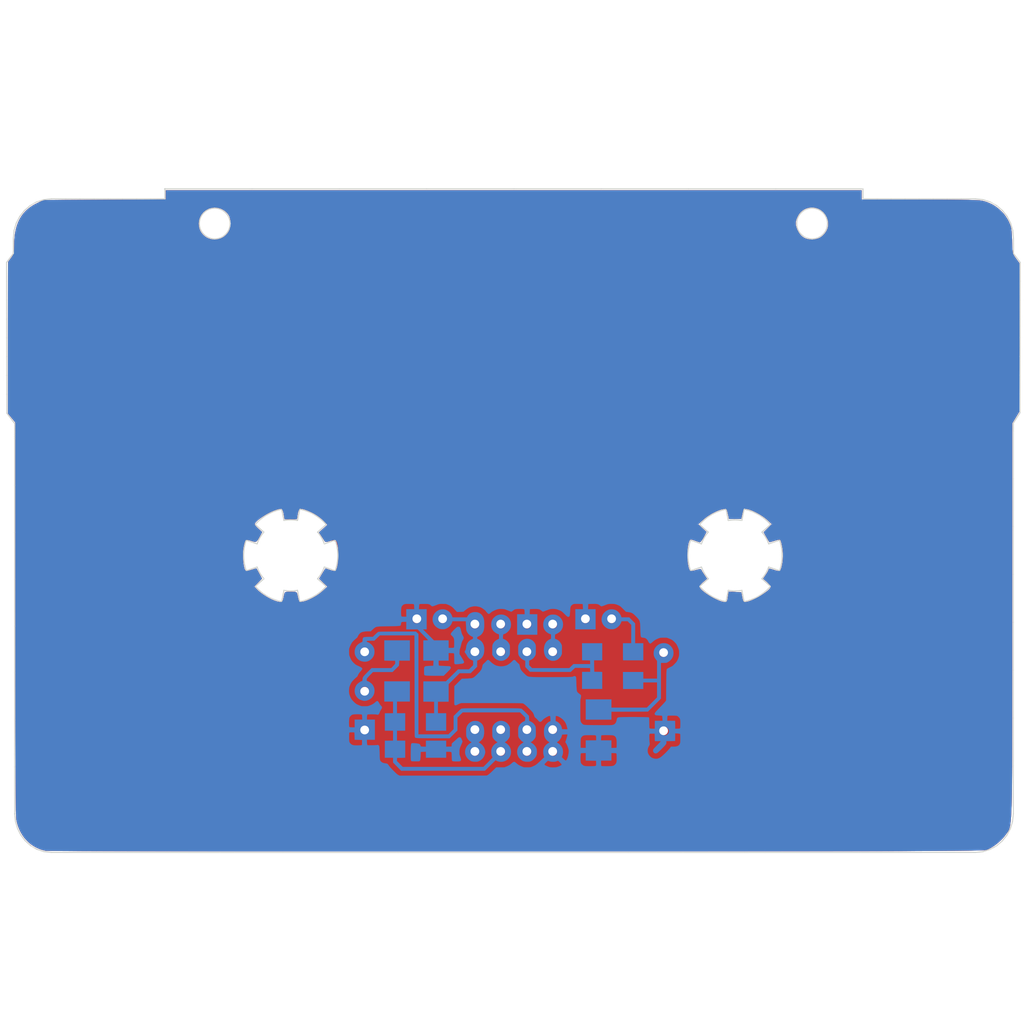
<source format=kicad_pcb>
(kicad_pcb (version 4) (host pcbnew 4.0.7-e0-6372~58~ubuntu16.04.1)
  (layers (0 F.Cu signal) (31 B.Cu signal) (34 B.Paste user) (35 F.Paste user) (36 B.SilkS user) (37 F.SilkS user) (38 B.Mask user) (39 F.Mask user) (44 Edge.Cuts user))
  (net 0 "")
  (module 8BitMixtape_DIY-CAD:mCore_brkout (layer F.Cu) (at 107.188 77.216)
    (fp_text reference "" (at 0 0) (layer F.SilkS))
    (fp_text value "" (at 0 0) (layer F.SilkS))
    (fp_poly (pts (xy 34.1376 -30.5181) (xy 37.842825 -30.517962) (xy 38.424014 -30.517815) (xy 38.980175 -30.517416) (xy 39.511678 -30.516762) (xy 40.018894 -30.515847) (xy 40.502192 -30.514668) (xy 40.961944 -30.51322) (xy 41.398519 -30.511499) (xy 41.812288 -30.509501) (xy 42.203622 -30.507222) (xy 42.57289 -30.504657) (xy 42.920464 -30.501802) (xy 43.246713 -30.498654) (xy 43.552009 -30.495207) (xy 43.83672 -30.491457) (xy 44.101219 -30.487401) (xy 44.345875 -30.483033) (xy 44.571058 -30.478351) (xy 44.777139 -30.473349) (xy 44.964489 -30.468024) (xy 45.133477 -30.46237) (xy 45.284475 -30.456385) (xy 45.417853 -30.450063) (xy 45.53398 -30.4434) (xy 45.633228 -30.436393) (xy 45.715966 -30.429037) (xy 45.72635 -30.427969) (xy 45.910017 -30.399935) (xy 46.105886 -30.353748) (xy 46.310003 -30.290852) (xy 46.518411 -30.212692) (xy 46.727156 -30.120714) (xy 46.932283 -30.016362) (xy 47.07255 -29.936158) (xy 47.232291 -29.832361) (xy 47.397608 -29.7103) (xy 47.563181 -29.574658) (xy 47.723694 -29.430118) (xy 47.873829 -29.281362) (xy 48.008267 -29.133072) (xy 48.070286 -29.0576) (xy 48.228644 -28.840603) (xy 48.374981 -28.606886) (xy 48.504925 -28.363949) (xy 48.607012 -28.13685) (xy 48.636691 -28.062037) (xy 48.663226 -27.990157) (xy 48.686861 -27.919271) (xy 48.70784 -27.847439) (xy 48.726408 -27.772721) (xy 48.742808 -27.693176) (xy 48.757286 -27.606865) (xy 48.770086 -27.511847) (xy 48.781451 -27.406182) (xy 48.791626 -27.287931) (xy 48.800856 -27.155152) (xy 48.809384 -27.005906) (xy 48.817455 -26.838253) (xy 48.825313 -26.650252) (xy 48.833203 -26.439964) (xy 48.838073 -26.3017) (xy 48.844339 -26.126944) (xy 48.85034 -25.975247) (xy 48.856289 -25.844272) (xy 48.862397 -25.731683) (xy 48.868879 -25.635144) (xy 48.875945 -25.552318) (xy 48.88381 -25.480869) (xy 48.892684 -25.41846) (xy 48.902782 -25.362755) (xy 48.914315 -25.311417) (xy 48.927497 -25.26211) (xy 48.93494 -25.236933) (xy 48.94799 -25.19664) (xy 48.962731 -25.157616) (xy 48.980532 -25.117698) (xy 49.002759 -25.074725) (xy 49.03078 -25.026533) (xy 49.065961 -24.970959) (xy 49.109671 -24.905842) (xy 49.163275 -24.829017) (xy 49.228142 -24.738323) (xy 49.305638 -24.631597) (xy 49.393086 -24.512182) (xy 49.5554 -24.291114) (xy 49.5554 -9.834785) (xy 48.84549 -8.666657) (xy 48.84034 8.604796) (xy 48.840095 9.420915) (xy 48.839854 10.212062) (xy 48.839615 10.978665) (xy 48.839377 11.721154) (xy 48.83914 12.439956) (xy 48.838903 13.1355) (xy 48.838664 13.808215) (xy 48.838422 14.458528) (xy 48.838177 15.086868) (xy 48.837927 15.693664) (xy 48.837672 16.279343) (xy 48.837409 16.844335) (xy 48.837139 17.389067) (xy 48.83686 17.913968) (xy 48.836572 18.419467) (xy 48.836272 18.905991) (xy 48.835961 19.373969) (xy 48.835637 19.82383) (xy 48.835299 20.256002) (xy 48.834946 20.670912) (xy 48.834577 21.068991) (xy 48.834191 21.450665) (xy 48.833788 21.816364) (xy 48.833365 22.166516) (xy 48.832922 22.501549) (xy 48.832458 22.821891) (xy 48.831971 23.127971) (xy 48.831462 23.420218) (xy 48.830929 23.699059) (xy 48.83037 23.964923) (xy 48.829785 24.218239) (xy 48.829173 24.459435) (xy 48.828533 24.688938) (xy 48.827863 24.907178) (xy 48.827163 25.114584) (xy 48.826431 25.311582) (xy 48.825668 25.498603) (xy 48.82487 25.676073) (xy 48.824039 25.844422) (xy 48.823172 26.004078) (xy 48.822268 26.155468) (xy 48.821327 26.299023) (xy 48.820347 26.43517) (xy 48.819328 26.564337) (xy 48.818268 26.686952) (xy 48.817167 26.803445) (xy 48.816023 26.914244) (xy 48.814835 27.019776) (xy 48.813602 27.120471) (xy 48.812324 27.216756) (xy 48.810999 27.30906) (xy 48.809626 27.397812) (xy 48.808204 27.48344) (xy 48.806733 27.566372) (xy 48.805211 27.647036) (xy 48.803636 27.725861) (xy 48.802009 27.803276) (xy 48.800328 27.879709) (xy 48.798592 27.955587) (xy 48.7968 28.03134) (xy 48.79495 28.107396) (xy 48.793433 28.1686) (xy 48.784669 28.494251) (xy 48.775187 28.7956) (xy 48.764868 29.073739) (xy 48.753591 29.329758) (xy 48.741237 29.564749) (xy 48.727686 29.779802) (xy 48.712819 29.97601) (xy 48.696515 30.154462) (xy 48.678655 30.31625) (xy 48.65912 30.462466) (xy 48.637788 30.5942) (xy 48.614541 30.712543) (xy 48.589259 30.818587) (xy 48.561822 30.913423) (xy 48.53211 30.998142) (xy 48.500004 31.073834) (xy 48.467528 31.137739) (xy 48.447054 31.170835) (xy 48.413674 31.220296) (xy 48.37009 31.28245) (xy 48.319004 31.353625) (xy 48.263119 31.430147) (xy 48.205135 31.508344) (xy 48.147756 31.584544) (xy 48.093684 31.655073) (xy 48.04562 31.716259) (xy 48.007723 31.7627) (xy 47.910124 31.8726) (xy 47.796011 31.990591) (xy 47.670669 32.111727) (xy 47.539382 32.231061) (xy 47.407436 32.343648) (xy 47.280115 32.444542) (xy 47.275349 32.448146) (xy 47.141125 32.545993) (xy 47.005428 32.638354) (xy 46.870918 32.723772) (xy 46.740259 32.800788) (xy 46.616111 32.867944) (xy 46.501137 32.923782) (xy 46.397998 32.966843) (xy 46.309356 32.995669) (xy 46.25558 33.00685) (xy 46.210408 33.012078) (xy 46.150424 33.017144) (xy 46.075261 33.02205) (xy 45.984552 33.026803) (xy 45.877928 33.031404) (xy 45.755022 33.03586) (xy 45.615467 33.040173) (xy 45.458894 33.044348) (xy 45.284936 33.048389) (xy 45.093226 33.0523) (xy 44.883396 33.056085) (xy 44.655078 33.059749) (xy 44.407905 33.063294) (xy 44.141508 33.066727) (xy 43.855521 33.070049) (xy 43.549576 33.073267) (xy 43.223305 33.076383) (xy 42.87634 33.079402) (xy 42.508314 33.082329) (xy 42.11886 33.085166) (xy 41.707609 33.087918) (xy 41.274193 33.09059) (xy 40.818247 33.093185) (xy 40.3394 33.095707) (xy 39.837287 33.098161) (xy 39.31154 33.100551) (xy 38.76179 33.102881) (xy 38.18767 33.105154) (xy 37.588813 33.107376) (xy 37.09035 33.109123) (xy 36.760176 33.110203) (xy 36.405091 33.11127) (xy 36.025583 33.112324) (xy 35.622139 33.113365) (xy 35.195249 33.114393) (xy 34.745399 33.115407) (xy 34.273079 33.116407) (xy 33.778777 33.117394) (xy 33.262981 33.118366) (xy 32.726179 33.119324) (xy 32.16886 33.120268) (xy 31.591512 33.121196) (xy 30.994622 33.12211) (xy 30.37868 33.123008) (xy 29.744174 33.12389) (xy 29.091591 33.124757) (xy 28.42142 33.125608) (xy 27.73415 33.126443) (xy 27.030268 33.127261) (xy 26.310263 33.128062) (xy 25.574623 33.128847) (xy 24.823837 33.129615) (xy 24.058392 33.130365) (xy 23.278777 33.131098) (xy 22.48548 33.131813) (xy 21.678989 33.13251) (xy 20.859793 33.133188) (xy 20.02838 33.133849) (xy 19.185237 33.13449) (xy 18.330855 33.135113) (xy 17.465719 33.135717) (xy 16.59032 33.136301) (xy 15.705145 33.136866) (xy 14.810682 33.137411) (xy 13.90742 33.137936) (xy 12.995847 33.13844) (xy 12.07645 33.138925) (xy 11.14972 33.139388) (xy 10.216142 33.139831) (xy 9.276207 33.140253) (xy 8.330402 33.140653) (xy 7.379215 33.141031) (xy 6.423135 33.141388) (xy 5.46265 33.141723) (xy 4.498248 33.142036) (xy 3.530417 33.142326) (xy 2.559647 33.142593) (xy 1.586424 33.142838) (xy 0.611237 33.143059) (xy -0.365426 33.143257) (xy -1.343075 33.143432) (xy -2.321224 33.143582) (xy -3.299384 33.143709) (xy -4.277066 33.143811) (xy -5.253782 33.143889) (xy -6.229045 33.143942) (xy -7.202365 33.14397) (xy -8.173255 33.143973) (xy -9.141226 33.143951) (xy -10.10579 33.143903) (xy -11.066459 33.143829) (xy -12.022744 33.143729) (xy -12.974158 33.143603) (xy -13.920212 33.143451) (xy -14.860417 33.143272) (xy -15.794286 33.143065) (xy -16.721331 33.142832) (xy -17.641062 33.142571) (xy -18.552992 33.142283) (xy -19.456633 33.141966) (xy -20.351495 33.141622) (xy -21.237092 33.14125) (xy -22.112935 33.140848) (xy -22.978535 33.140419) (xy -23.833404 33.13996) (xy -24.677054 33.139472) (xy -25.508997 33.138954) (xy -26.328744 33.138407) (xy -26.5176 33.138276) (xy -26.876652 33.137999) (xy -27.249517 33.137662) (xy -27.635321 33.137267) (xy -28.033189 33.136818) (xy -28.442246 33.136315) (xy -28.861617 33.135761) (xy -29.290428 33.135158) (xy -29.727803 33.134508) (xy -30.172868 33.133813) (xy -30.624747 33.133076) (xy -31.082567 33.132298) (xy -31.545451 33.131482) (xy -32.012526 33.13063) (xy -32.482916 33.129743) (xy -32.955746 33.128824) (xy -33.430142 33.127875) (xy -33.905228 33.126898) (xy -34.380131 33.125896) (xy -34.853974 33.124869) (xy -35.325883 33.123821) (xy -35.794984 33.122754) (xy -36.260401 33.121669) (xy -36.721259 33.12057) (xy -37.176684 33.119456) (xy -37.6258 33.118332) (xy -38.067734 33.117199) (xy -38.501609 33.11606) (xy -38.926552 33.114915) (xy -39.341687 33.113768) (xy -39.746139 33.11262) (xy -40.139033 33.111474) (xy -40.519496 33.110332) (xy -40.886651 33.109196) (xy -41.239623 33.108067) (xy -41.577539 33.106949) (xy -41.899523 33.105842) (xy -42.204701 33.10475) (xy -42.492196 33.103675) (xy -42.761135 33.102618) (xy -43.010643 33.101581) (xy -43.239845 33.100567) (xy -43.447866 33.099578) (xy -43.63383 33.098616) (xy -43.796864 33.097683) (xy -43.936092 33.096781) (xy -44.032128 33.096064) (xy -45.500206 33.084236) (xy -45.654119 33.05174) (xy -45.929253 32.980725) (xy -46.198573 32.885301) (xy -46.460896 32.766031) (xy -46.715044 32.623481) (xy -46.959834 32.458214) (xy -47.0662 32.376918) (xy -47.128278 32.324633) (xy -47.202026 32.257652) (xy -47.282731 32.180687) (xy -47.36568 32.098453) (xy -47.44616 32.015663) (xy -47.519456 31.937029) (xy -47.580856 31.867265) (xy -47.604248 31.8389) (xy -47.781871 31.597371) (xy -47.94141 31.339438) (xy -48.081735 31.067611) (xy -48.201712 30.784402) (xy -48.300212 30.492322) (xy -48.376101 30.193882) (xy -48.399815 30.0736) (xy -48.405598 30.038451) (xy -48.410937 29.998707) (xy -48.415864 29.953142) (xy -48.420415 29.900531) (xy -48.424621 29.83965) (xy -48.428516 29.769274) (xy -48.432133 29.688177) (xy -48.435506 29.595134) (xy -48.438668 29.488921) (xy -48.441651 29.368312) (xy -48.44449 29.232083) (xy -48.447217 29.079008) (xy -48.449866 28.907863) (xy -48.452469 28.717422) (xy -48.455061 28.506461) (xy -48.457674 28.273755) (xy -48.460342 28.018078) (xy -48.46305 27.74315) (xy -48.465001 27.537502) (xy -48.466893 27.332191) (xy -48.468726 27.126708) (xy -48.470501 26.920546) (xy -48.472221 26.713196) (xy -48.473885 26.504151) (xy -48.475494 26.292902) (xy -48.477051 26.078941) (xy -48.478556 25.86176) (xy -48.480011 25.640851) (xy -48.481415 25.415707) (xy -48.482772 25.185819) (xy -48.484081 24.950678) (xy -48.485344 24.709778) (xy -48.486561 24.462609) (xy -48.487735 24.208664) (xy -48.488866 23.947435) (xy -48.489956 23.678414) (xy -48.491005 23.401093) (xy -48.492014 23.114963) (xy -48.492985 22.819516) (xy -48.493919 22.514246) (xy -48.494817 22.198642) (xy -48.495402 21.97735) (xy -15.919165 21.97735) (xy -15.918381 22.106731) (xy -15.915723 22.213914) (xy -15.910379 22.302076) (xy -15.901535 22.374397) (xy -15.88838 22.434056) (xy -15.870099 22.484232) (xy -15.845882 22.528103) (xy -15.814914 22.568848) (xy -15.776384 22.609646) (xy -15.75141 22.633506) (xy -15.69405 22.681617) (xy -15.635011 22.71859) (xy -15.569166 22.746308) (xy -15.49139 22.766652) (xy -15.396556 22.781503) (xy -15.3289 22.788601) (xy -15.288298 22.790713) (xy -15.230144 22.791629) (xy -15.159361 22.791478) (xy -15.080873 22.790391) (xy -14.999604 22.788499) (xy -14.920477 22.785932) (xy -14.848415 22.782821) (xy -14.788341 22.779298) (xy -14.745179 22.775491) (xy -14.727273 22.772633) (xy -14.692003 22.761272) (xy -14.666881 22.748654) (xy -14.663773 22.746075) (xy -14.657806 22.727128) (xy -14.653449 22.683648) (xy -14.650685 22.615384) (xy -14.649501 22.522083) (xy -14.64945 22.494263) (xy -14.64945 22.25675) (xy -15.00505 22.245747) (xy -15.097414 22.24274) (xy -15.181199 22.239725) (xy -15.253136 22.236845) (xy -15.309954 22.234238) (xy -15.348381 22.232047) (xy -15.365147 22.230411) (xy -15.365579 22.230235) (xy -15.36715 22.216864) (xy -15.369107 22.181397) (xy -15.37133 22.127135) (xy -15.373696 22.057375) (xy -15.376085 21.975419) (xy -15.378376 21.884565) (xy -15.378554 21.876896) (xy -15.380968 21.785197) (xy -15.383731 21.701887) (xy -15.386688 21.630318) (xy -15.38968 21.573844) (xy -15.392551 21.535817) (xy -15.395144 21.519589) (xy -15.395318 21.519349) (xy -15.410949 21.5159) (xy -15.44689 21.513134) (xy -15.498058 21.511077) (xy -15.55937 21.509755) (xy -15.625743 21.509191) (xy -15.692097 21.509411) (xy -15.753347 21.51044) (xy -15.804412 21.512303) (xy -15.840209 21.515025) (xy -15.85232 21.517102) (xy -15.870453 21.524726) (xy -15.885055 21.538064) (xy -15.896491 21.559637) (xy -15.905128 21.591964) (xy -15.911331 21.637567) (xy -15.915467 21.698965) (xy -15.917902 21.778678) (xy -15.919001 21.879228) (xy -15.919165 21.97735) (xy -48.495402 21.97735) (xy -48.49568 21.872198) (xy -48.496509 21.534406) (xy -48.497149 21.253202) (xy -14.806513 21.253202) (xy -14.804436 21.279902) (xy -14.790813 21.345478) (xy -14.765146 21.417658) (xy -14.732173 21.484657) (xy -14.706761 21.522831) (xy -14.641568 21.586015) (xy -14.562033 21.631362) (xy -14.473083 21.657581) (xy -14.379645 21.663382) (xy -14.286646 21.647476) (xy -14.2621 21.639236) (xy -14.212006 21.621547) (xy -14.161515 21.605347) (xy -14.138332 21.598676) (xy -14.103739 21.586677) (xy -14.09038 21.573591) (xy -14.090922 21.563743) (xy -14.087336 21.542015) (xy -14.070454 21.510592) (xy -14.059116 21.495021) (xy -14.03634 21.461822) (xy -14.022616 21.433058) (xy -14.0208 21.423784) (xy -14.010742 21.398535) (xy -13.999778 21.388997) (xy -13.988088 21.377763) (xy -13.983446 21.357065) (xy -13.984843 21.320308) (xy -13.986572 21.30244) (xy -14.004262 21.200177) (xy -14.033974 21.106839) (xy -14.073696 21.02666) (xy -14.121416 20.963875) (xy -14.16406 20.928978) (xy -14.202067 20.910096) (xy -14.252112 20.891492) (xy -14.308981 20.87434) (xy -14.367461 20.859814) (xy -14.422338 20.849087) (xy -14.468399 20.843335) (xy -14.50043 20.843731) (xy -14.512983 20.850398) (xy -14.526402 20.863866) (xy -14.555177 20.882091) (xy -14.573772 20.891752) (xy -14.627631 20.928619) (xy -14.682321 20.985546) (xy -14.733774 21.057671) (xy -14.773521 21.130639) (xy -14.794506 21.178839) (xy -14.804754 21.216072) (xy -14.806513 21.253202) (xy -48.497149 21.253202) (xy -48.497306 21.184757) (xy -48.498071 20.822743) (xy -48.498656 20.524022) (xy -15.924491 20.524022) (xy -15.923736 20.672948) (xy -15.921767 20.77184) (xy -15.918842 20.848448) (xy -15.914032 20.905884) (xy -15.906408 20.947265) (xy -15.89504 20.975705) (xy -15.878999 20.994318) (xy -15.857355 21.006219) (xy -15.829178 21.014524) (xy -15.821252 21.016347) (xy -15.789542 21.020682) (xy -15.738409 21.02452) (xy -15.673831 21.027542) (xy -15.601783 21.029432) (xy -15.567025 21.029839) (xy -15.367 21.0312) (xy -15.367 20.2692) (xy -14.626843 20.2692) (xy -14.634588 20.062825) (xy -14.638375 19.971885) (xy -14.64237 19.902993) (xy -14.647126 19.852799) (xy -14.653195 19.817955) (xy -14.661131 19.79511) (xy -14.671487 19.780915) (xy -14.682416 19.773249) (xy -14.709723 19.765273) (xy -14.757854 19.757972) (xy -14.822235 19.751611) (xy -14.898293 19.746454) (xy -14.981455 19.742764) (xy -15.067147 19.740806) (xy -15.150796 19.740843) (xy -15.2146 19.742545) (xy -15.331269 19.748332) (xy -15.425557 19.755346) (xy -15.500473 19.764025) (xy -15.559026 19.774809) (xy -15.604223 19.788138) (xy -15.639073 19.80445) (xy -15.63929 19.804577) (xy -15.682865 19.836039) (xy -15.733594 19.881521) (xy -15.785119 19.934361) (xy -15.831083 19.987896) (xy -15.865125 20.035465) (xy -15.873087 20.049549) (xy -15.890455 20.099267) (xy -15.904384 20.172869) (xy -15.91477 20.269059) (xy -15.921507 20.386543) (xy -15.924491 20.524022) (xy -48.498656 20.524022) (xy -48.498806 20.447856) (xy -48.499512 20.059589) (xy -48.500189 19.657433) (xy -48.50084 19.240879) (xy -48.501464 18.809421) (xy -48.502064 18.36255) (xy -48.50264 17.899758) (xy -48.5031 17.501031) (xy -15.925752 17.501031) (xy -15.92364 17.591735) (xy -15.917697 17.670741) (xy -15.913638 17.701255) (xy -15.899685 17.764049) (xy -15.876103 17.842693) (xy -15.845339 17.930693) (xy -15.80984 18.021553) (xy -15.772054 18.10878) (xy -15.734429 18.185877) (xy -15.723175 18.206715) (xy -15.676853 18.278733) (xy -15.614048 18.360126) (xy -15.539367 18.446115) (xy -15.457415 18.531916) (xy -15.3728 18.612749) (xy -15.290126 18.683831) (xy -15.214 18.740382) (xy -15.200796 18.749) (xy -15.146795 18.779677) (xy -15.075372 18.814997) (xy -14.993335 18.851983) (xy -14.907494 18.88766) (xy -14.824655 18.919053) (xy -14.767922 18.938206) (xy -14.734795 18.94802) (xy -14.703551 18.955363) (xy -14.669785 18.960585) (xy -14.629089 18.964035) (xy -14.57706 18.966062) (xy -14.50929 18.967016) (xy -14.421375 18.967245) (xy -14.4018 18.967236) (xy -14.297112 18.966628) (xy -14.212143 18.964275) (xy -14.141222 18.959108) (xy -14.078676 18.950057) (xy -14.018834 18.936054) (xy -13.956025 18.91603) (xy -13.884576 18.888915) (xy -13.798816 18.85364) (xy -13.79855 18.853528) (xy -13.686039 18.80328) (xy -13.591135 18.753275) (xy -13.50648 18.699084) (xy -13.424714 18.63628) (xy -13.393609 18.609878) (xy -13.328148 18.553593) (xy -13.278279 18.512284) (xy -13.240867 18.483769) (xy -13.212775 18.465868) (xy -13.190863 18.4564) (xy -13.171997 18.453185) (xy -13.16808 18.4531) (xy -13.125206 18.46552) (xy -13.080015 18.502097) (xy -13.033505 18.561807) (xy -12.991485 18.634209) (xy -12.946288 18.718104) (xy -12.904888 18.785884) (xy -12.861997 18.845155) (xy -12.812329 18.903519) (xy -12.78054 18.93764) (xy -12.741807 18.979414) (xy -12.717875 19.009453) (xy -12.705271 19.033667) (xy -12.700523 19.057962) (xy -12.7 19.074671) (xy -12.710375 19.136383) (xy -12.741855 19.208037) (xy -12.794976 19.29085) (xy -12.795301 19.2913) (xy -12.844062 19.368346) (xy -12.890062 19.458196) (xy -12.927137 19.548484) (xy -12.934615 19.5707) (xy -12.965812 19.651304) (xy -13.001882 19.714667) (xy -13.04074 19.757445) (xy -13.058198 19.768892) (xy -13.07937 19.77798) (xy -13.10295 19.782837) (xy -13.133721 19.783312) (xy -13.176468 19.77925) (xy -13.235972 19.770498) (xy -13.29055 19.761433) (xy -13.324957 19.757739) (xy -13.380112 19.754411) (xy -13.451365 19.751611) (xy -13.534066 19.749502) (xy -13.623563 19.748244) (xy -13.6779 19.747966) (xy -13.816065 19.748854) (xy -13.929303 19.752028) (xy -14.017988 19.757518) (xy -14.082493 19.765354) (xy -14.123192 19.775564) (xy -14.13747 19.783889) (xy -14.146254 19.80466) (xy -14.154555 19.8461) (xy -14.161875 19.903481) (xy -14.167714 19.972074) (xy -14.171573 20.047148) (xy -14.172949 20.119975) (xy -14.1732 20.2692) (xy -13.3985 20.2692) (xy -13.3985 22.2377) (xy -14.176622 22.2377) (xy -14.170267 22.463125) (xy -14.166887 22.557841) (xy -14.162277 22.630311) (xy -14.155692 22.68368) (xy -14.146387 22.721097) (xy -14.133615 22.745709) (xy -14.116631 22.760665) (xy -14.097998 22.768229) (xy -14.070904 22.771984) (xy -14.022381 22.774794) (xy -13.956381 22.776697) (xy -13.876857 22.777732) (xy -13.787761 22.777937) (xy -13.693046 22.777352) (xy -13.596663 22.776015) (xy -13.502565 22.773965) (xy -13.414704 22.771241) (xy -13.337032 22.767881) (xy -13.273502 22.763924) (xy -13.230408 22.759721) (xy -13.094065 22.741993) (xy -13.044912 22.776056) (xy -13.011317 22.804292) (xy -12.985738 22.834448) (xy -12.980337 22.843966) (xy -12.972446 22.874456) (xy -12.965035 22.930092) (xy -12.958118 23.010622) (xy -12.951711 23.115797) (xy -12.945828 23.245366) (xy -12.940484 23.399079) (xy -12.935695 23.576686) (xy -12.935081 23.60295) (xy -12.931239 23.751564) (xy -12.926788 23.877254) (xy -12.921246 23.982494) (xy -12.914132 24.069757) (xy -12.904963 24.141519) (xy -12.893257 24.200254) (xy -12.878534 24.248437) (xy -12.860311 24.288542) (xy -12.838106 24.323044) (xy -12.811438 24.354418) (xy -12.783436 24.381827) (xy -12.729473 24.426592) (xy -12.672952 24.462) (xy -12.608953 24.489945) (xy -12.53256 24.512318) (xy -12.438855 24.531011) (xy -12.36713 24.541972) (xy -12.289281 24.553716) (xy -12.231246 24.565875) (xy -12.187579 24.581505) (xy -12.152831 24.603661) (xy -12.121555 24.635401) (xy -12.088303 24.679778) (xy -12.067702 24.709933) (xy -12.020704 24.776785) (xy -11.968739 24.84468) (xy -11.909495 24.916225) (xy -11.840658 24.994032) (xy -11.759916 25.080708) (xy -11.664955 25.178865) (xy -11.553462 25.291112) (xy -11.54574 25.298806) (xy -11.450508 25.392858) (xy -11.370012 25.470394) (xy -11.30172 25.533527) (xy -11.243103 25.58437) (xy -11.191629 25.625035) (xy -11.144768 25.657636) (xy -11.099989 25.684285) (xy -11.05921 25.705005) (xy -10.97915 25.742879) (xy -6.743617 25.742889) (xy -6.349002 25.742855) (xy -5.970363 25.742749) (xy -5.60821 25.742573) (xy -5.263052 25.74233) (xy -4.935399 25.74202) (xy -4.625759 25.741645) (xy -4.334643 25.741206) (xy -4.06256 25.740705) (xy -3.810018 25.740142) (xy -3.577528 25.739521) (xy -3.365598 25.738841) (xy -3.174739 25.738105) (xy -3.005459 25.737313) (xy -2.858267 25.736468) (xy -2.733674 25.73557) (xy -2.632189 25.734621) (xy -2.55432 25.733623) (xy -2.500578 25.732577) (xy -2.471471 25.731484) (xy -2.466313 25.73092) (xy -2.415692 25.709709) (xy -2.352007 25.671194) (xy -2.274778 25.614984) (xy -2.183527 25.540684) (xy -2.077775 25.447903) (xy -1.957041 25.336247) (xy -1.820848 25.205325) (xy -1.799157 25.1841) (xy -1.546607 24.93645) (xy -0.75565 24.93645) (xy -0.6604 24.899822) (xy -0.536798 24.85072) (xy -0.4329 24.805466) (xy -0.34388 24.761329) (xy -0.26491 24.715576) (xy -0.191161 24.665474) (xy -0.117807 24.608292) (xy -0.06326 24.561845) (xy 0.009543 24.499853) (xy 0.068127 24.454378) (xy 0.115682 24.423445) (xy 0.1554 24.405075) (xy 0.190471 24.397292) (xy 0.203324 24.3967) (xy 0.233786 24.399699) (xy 0.265105 24.410261) (xy 0.301098 24.430727) (xy 0.345582 24.463442) (xy 0.402373 24.510749) (xy 0.434018 24.538353) (xy 0.487441 24.583946) (xy 0.54197 24.628036) (xy 0.590604 24.665089) (xy 0.621517 24.686559) (xy 0.682274 24.722026) (xy 0.760441 24.762571) (xy 0.849391 24.805067) (xy 0.942497 24.846385) (xy 1.033132 24.883395) (xy 1.06045 24.893787) (xy 1.17475 24.936378) (xy 1.4732 24.936412) (xy 1.573796 24.936277) (xy 1.654363 24.935108) (xy 1.720268 24.931797) (xy 1.776882 24.925235) (xy 1.829574 24.914314) (xy 1.883713 24.897926) (xy 1.944669 24.874963) (xy 2.017812 24.844316) (xy 2.106743 24.805648) (xy 2.155234 24.784006) (xy 2.199931 24.762636) (xy 2.242578 24.740118) (xy 2.284918 24.715036) (xy 2.328695 24.68597) (xy 2.375652 24.651505) (xy 2.402549 24.6301) (xy 3.167904 24.6301) (xy 3.168019 24.666816) (xy 3.183019 24.690722) (xy 3.21269 24.71458) (xy 3.261878 24.744076) (xy 3.325907 24.777112) (xy 3.400103 24.811588) (xy 3.479789 24.845406) (xy 3.56029 24.876469) (xy 3.636929 24.902677) (xy 3.68935 24.91796) (xy 3.744538 24.928139) (xy 3.818866 24.93565) (xy 3.90621 24.940428) (xy 4.000442 24.942404) (xy 4.095436 24.941511) (xy 4.185068 24.937683) (xy 4.263209 24.930853) (xy 4.3053 24.924706) (xy 4.359124 24.912163) (xy 4.425782 24.892543) (xy 4.494876 24.869046) (xy 4.531761 24.854988) (xy 4.632614 24.813311) (xy 4.711029 24.777394) (xy 4.768865 24.74561) (xy 4.807987 24.71633) (xy 4.830254 24.687925) (xy 4.837531 24.658767) (xy 4.831678 24.627229) (xy 4.820544 24.602444) (xy 4.804095 24.579987) (xy 4.773116 24.544772) (xy 4.731853 24.501009) (xy 4.684552 24.452906) (xy 4.635459 24.404673) (xy 4.58882 24.360518) (xy 4.548881 24.324652) (xy 4.519888 24.301283) (xy 4.51122 24.295799) (xy 4.490719 24.28922) (xy 4.465524 24.291163) (xy 4.428406 24.302744) (xy 4.40327 24.312435) (xy 4.311686 24.346013) (xy 4.230264 24.368393) (xy 4.149115 24.381417) (xy 4.058347 24.386926) (xy 4.0005 24.387419) (xy 3.85298 24.379394) (xy 3.725405 24.356598) (xy 3.616941 24.318866) (xy 3.595633 24.308582) (xy 3.557655 24.292344) (xy 3.524259 24.283164) (xy 3.515971 24.2824) (xy 3.496815 24.29134) (xy 3.46452 24.315752) (xy 3.422708 24.352018) (xy 3.374998 24.396521) (xy 3.325011 24.445647) (xy 3.276367 24.495777) (xy 3.232685 24.543296) (xy 3.197587 24.584587) (xy 3.174693 24.616033) (xy 3.167904 24.6301) (xy 2.402549 24.6301) (xy 2.427531 24.61022) (xy 2.486077 24.5607) (xy 2.553033 24.501525) (xy 2.630142 24.431278) (xy 2.719147 24.348541) (xy 2.821791 24.251896) (xy 2.939819 24.139926) (xy 3.025245 24.058603) (xy 3.148541 23.941134) (xy 3.111556 23.831716) (xy 3.078267 23.708548) (xy 3.057212 23.576115) (xy 3.048484 23.440574) (xy 3.050925 23.353003) (xy 3.595191 23.353003) (xy 3.598486 23.415624) (xy 3.607956 23.476389) (xy 3.628046 23.554518) (xy 3.659055 23.6179) (xy 3.706235 23.675876) (xy 3.736342 23.704684) (xy 3.823665 23.770304) (xy 3.912765 23.810715) (xy 4.004423 23.826089) (xy 4.099419 23.816598) (xy 4.160917 23.798085) (xy 4.242914 23.755112) (xy 4.312174 23.694243) (xy 4.363378 23.620362) (xy 4.370368 23.605833) (xy 4.394344 23.525861) (xy 4.401877 23.434873) (xy 4.393115 23.341086) (xy 4.368208 23.252717) (xy 4.363776 23.242019) (xy 4.346703 23.196552) (xy 4.336092 23.156436) (xy 4.33422 23.130894) (xy 4.333855 23.108204) (xy 4.316979 23.101275) (xy 4.313063 23.101175) (xy 4.284453 23.09511) (xy 4.24274 23.079683) (xy 4.19649 23.058787) (xy 4.15427 23.03631) (xy 4.124648 23.016144) (xy 4.123422 23.01506) (xy 4.095455 23.002336) (xy 4.051316 22.994934) (xy 3.999673 22.992878) (xy 3.949195 22.996189) (xy 3.908552 23.004891) (xy 3.890318 23.014443) (xy 3.866683 23.03056) (xy 3.828786 23.051751) (xy 3.792889 23.069572) (xy 3.742859 23.096969) (xy 3.708028 23.127715) (xy 3.682821 23.163131) (xy 3.656351 23.206354) (xy 3.630338 23.248434) (xy 3.620556 23.264105) (xy 3.602442 23.304281) (xy 3.595191 23.353003) (xy 3.050925 23.353003) (xy 3.052178 23.308084) (xy 3.068386 23.184802) (xy 3.097205 23.076887) (xy 3.099904 23.069513) (xy 3.153723 22.956026) (xy 3.227562 22.844881) (xy 3.316349 22.742342) (xy 3.415009 22.654675) (xy 3.463845 22.620067) (xy 3.532853 22.575002) (xy 3.583316 22.541438) (xy 3.618092 22.517203) (xy 3.640041 22.500124) (xy 3.652021 22.488025) (xy 3.656209 22.480035) (xy 4.3815 22.480035) (xy 4.392605 22.498035) (xy 4.424709 22.525699) (xy 4.475994 22.56153) (xy 4.496123 22.574454) (xy 4.626016 22.668628) (xy 4.73459 22.774567) (xy 4.824251 22.894967) (xy 4.889649 23.015515) (xy 4.929678 23.115395) (xy 4.956203 23.217109) (xy 4.971457 23.330084) (xy 4.974569 23.374446) (xy 4.976118 23.481995) (xy 4.966783 23.580701) (xy 4.945039 23.679705) (xy 4.909363 23.788145) (xy 4.902578 23.80615) (xy 4.854046 23.93315) (xy 4.963848 24.045127) (xy 5.029637 24.109715) (xy 5.092306 24.166555) (xy 5.148827 24.213231) (xy 5.196176 24.24733) (xy 5.231325 24.266437) (xy 5.245229 24.2697) (xy 5.267572 24.260535) (xy 5.294675 24.237737) (xy 5.301824 24.229789) (xy 5.344234 24.166994) (xy 5.385201 24.082978) (xy 5.404908 24.031048) (xy 6.68338 24.031048) (xy 6.683408 24.12159) (xy 6.684739 24.205683) (xy 6.687465 24.278781) (xy 6.691211 24.331695) (xy 6.701059 24.413116) (xy 6.714991 24.476258) (xy 6.736461 24.528235) (xy 6.768926 24.576162) (xy 6.81584 24.627151) (xy 6.851205 24.661093) (xy 6.903699 24.70793) (xy 6.950959 24.743337) (xy 6.998292 24.769277) (xy 7.051003 24.787714) (xy 7.114396 24.800611) (xy 7.193777 24.809931) (xy 7.269576 24.815938) (xy 7.331702 24.819069) (xy 7.409644 24.821097) (xy 7.499119 24.822089) (xy 7.595844 24.822112) (xy 7.695536 24.821234) (xy 7.793911 24.819522) (xy 7.886687 24.817045) (xy 7.969579 24.813868) (xy 8.038305 24.81006) (xy 8.088581 24.805689) (xy 8.108649 24.802717) (xy 8.148871 24.792059) (xy 8.179967 24.779177) (xy 8.189113 24.772828) (xy 8.199959 24.74883) (xy 8.208188 24.703819) (xy 8.213533 24.642072) (xy 8.21573 24.567868) (xy 8.214511 24.485483) (xy 8.211098 24.419474) (xy 8.201966 24.285493) (xy 7.701433 24.276108) (xy 7.359637 24.2697) (xy 8.6868 24.2697) (xy 8.6868 24.465924) (xy 8.688131 24.572511) (xy 8.692354 24.655903) (xy 8.699813 24.718176) (xy 8.710849 24.761408) (xy 8.725807 24.787676) (xy 8.741707 24.798167) (xy 8.776461 24.804915) (xy 8.832875 24.810562) (xy 8.907232 24.815095) (xy 8.995815 24.818499) (xy 9.094909 24.82076) (xy 9.200796 24.821863) (xy 9.309759 24.821795) (xy 9.418081 24.820542) (xy 9.522047 24.818089) (xy 9.617938 24.814421) (xy 9.702039 24.809526) (xy 9.770633 24.803389) (xy 9.781198 24.802132) (xy 9.859734 24.787962) (xy 9.924679 24.764705) (xy 9.983935 24.728303) (xy 10.045402 24.674697) (xy 10.062547 24.657618) (xy 10.117155 24.597311) (xy 10.156285 24.540462) (xy 10.183104 24.47991) (xy 10.200774 24.408493) (xy 10.212463 24.319049) (xy 10.212542 24.318232) (xy 10.21664 24.258554) (xy 10.219231 24.183987) (xy 10.220408 24.099126) (xy 10.220263 24.008563) (xy 10.218888 23.916893) (xy 10.216374 23.82871) (xy 10.212815 23.748607) (xy 10.208303 23.68118) (xy 10.202929 23.631022) (xy 10.198276 23.607107) (xy 10.187813 23.578779) (xy 10.172241 23.562474) (xy 10.143609 23.551988) (xy 10.120949 23.546782) (xy 10.084132 23.541662) (xy 10.028935 23.537414) (xy 9.962372 23.534436) (xy 9.891457 23.533127) (xy 9.879974 23.5331) (xy 9.7028 23.5331) (xy 9.7028 24.2697) (xy 8.6868 24.2697) (xy 7.359637 24.2697) (xy 7.2009 24.266724) (xy 7.2009 23.5331) (xy 7.023725 23.5331) (xy 6.952766 23.534099) (xy 6.885015 23.536832) (xy 6.827489 23.5409) (xy 6.787201 23.545905) (xy 6.78275 23.546782) (xy 6.744214 23.556681) (xy 6.722883 23.569159) (xy 6.710823 23.590417) (xy 6.70555 23.607107) (xy 6.699646 23.640819) (xy 6.694505 23.695373) (xy 6.690218 23.766221) (xy 6.686875 23.848816) (xy 6.684566 23.938608) (xy 6.68338 24.031048) (xy 5.404908 24.031048) (xy 5.423552 23.981922) (xy 5.458112 23.868003) (xy 5.487705 23.7454) (xy 5.511158 23.618292) (xy 5.527296 23.490858) (xy 5.53352 23.405566) (xy 5.536188 23.339824) (xy 5.536005 23.289698) (xy 5.532484 23.251971) (xy 13.236226 23.251971) (xy 13.239594 23.386015) (xy 13.267396 23.516289) (xy 13.319506 23.641572) (xy 13.395796 23.760643) (xy 13.480631 23.85713) (xy 13.557702 23.928157) (xy 13.631434 23.981814) (xy 13.70934 24.022128) (xy 13.798933 24.053126) (xy 13.885781 24.074288) (xy 13.984604 24.091927) (xy 14.068586 24.098283) (xy 14.14578 24.093075) (xy 14.22424 24.076021) (xy 14.273043 24.060747) (xy 14.334649 24.038215) (xy 14.391769 24.013337) (xy 14.447261 23.984066) (xy 14.503981 23.948359) (xy 14.564787 23.904169) (xy 14.632535 23.849451) (xy 14.710082 23.782159) (xy 14.800286 23.700249) (xy 14.879386 23.62666) (xy 14.968747 23.540841) (xy 15.061236 23.44825) (xy 15.15321 23.352807) (xy 15.241024 23.258431) (xy 15.321033 23.169044) (xy 15.389595 23.088564) (xy 15.443063 23.020912) (xy 15.445294 23.017911) (xy 15.524625 22.9108) (xy 15.730445 22.9108) (xy 15.828947 22.90933) (xy 15.917749 22.905154) (xy 15.991111 22.898618) (xy 16.031371 22.892603) (xy 16.144842 22.860969) (xy 16.239031 22.812924) (xy 16.314432 22.747989) (xy 16.371545 22.665684) (xy 16.410867 22.565533) (xy 16.42254 22.516299) (xy 16.427048 22.480446) (xy 16.430824 22.425007) (xy 16.433853 22.35409) (xy 16.436122 22.271803) (xy 16.437616 22.182256) (xy 16.43832 22.089556) (xy 16.43822 21.997811) (xy 16.437302 21.911129) (xy 16.435551 21.83362) (xy 16.432953 21.76939) (xy 16.429493 21.722549) (xy 16.425413 21.69795) (xy 16.414181 21.675627) (xy 16.394657 21.658256) (xy 16.363723 21.645036) (xy 16.318261 21.635162) (xy 16.255152 21.627833) (xy 16.171277 21.622245) (xy 16.122274 21.619927) (xy 15.926189 21.611472) (xy 15.922819 21.984911) (xy 15.91945 22.35835) (xy 15.052274 22.36503) (xy 15.064706 22.41884) (xy 15.072576 22.495249) (xy 15.064107 22.574286) (xy 15.040742 22.645184) (xy 15.032159 22.661378) (xy 15.007294 22.696872) (xy 14.966421 22.746998) (xy 14.912144 22.809098) (xy 14.847063 22.880517) (xy 14.773781 22.958599) (xy 14.694901 23.040686) (xy 14.613023 23.124123) (xy 14.53075 23.206253) (xy 14.450684 23.28442) (xy 14.375427 23.355967) (xy 14.30758 23.418238) (xy 14.249747 23.468576) (xy 14.211582 23.499115) (xy 14.134126 23.544622) (xy 14.056836 23.566306) (xy 13.982465 23.564705) (xy 13.913764 23.540357) (xy 13.853486 23.493801) (xy 13.804382 23.425574) (xy 13.800809 23.418786) (xy 13.772327 23.340282) (xy 13.769064 23.264499) (xy 13.79105 23.190888) (xy 13.815671 23.148553) (xy 13.833925 23.125833) (xy 13.867763 23.087503) (xy 13.914903 23.036005) (xy 13.973059 22.973782) (xy 14.039949 22.903276) (xy 14.113289 22.826929) (xy 14.190797 22.747185) (xy 14.192891 22.745043) (xy 14.268281 22.66769) (xy 14.337767 22.595876) (xy 14.399406 22.531649) (xy 14.451257 22.477057) (xy 14.491374 22.434147) (xy 14.517817 22.404966) (xy 14.528641 22.391563) (xy 14.5288 22.391077) (xy 14.522292 22.382525) (xy 14.501376 22.375864) (xy 14.463958 22.370923) (xy 14.407945 22.367534) (xy 14.331246 22.365526) (xy 14.231766 22.364729) (xy 14.203937 22.3647) (xy 13.95845 22.3647) (xy 13.952096 22.323425) (xy 13.950115 22.299452) (xy 13.947941 22.254118) (xy 13.945705 22.191461) (xy 13.94354 22.115517) (xy 13.941578 22.030323) (xy 13.940397 21.967284) (xy 13.938577 21.880266) (xy 13.936279 21.801744) (xy 13.933662 21.735264) (xy 13.930882 21.684372) (xy 13.928095 21.652612) (xy 13.926052 21.643434) (xy 13.91103 21.640552) (xy 13.87483 21.638054) (xy 13.82167 21.636098) (xy 13.75577 21.634845) (xy 13.688395 21.63445) (xy 13.606951 21.634568) (xy 13.547086 21.635215) (xy 13.504978 21.636829) (xy 13.476804 21.639848) (xy 13.458743 21.64471) (xy 13.446974 21.651854) (xy 13.437674 21.661718) (xy 13.436341 21.663354) (xy 13.421627 21.692083) (xy 13.408989 21.734786) (xy 13.403586 21.764954) (xy 13.401408 21.800389) (xy 13.400802 21.856747) (xy 13.401586 21.929612) (xy 13.403578 22.014567) (xy 13.406594 22.107195) (xy 13.410452 22.203081) (xy 13.41497 22.297807) (xy 13.419965 22.386958) (xy 13.425254 22.466117) (xy 13.430655 22.530867) (xy 13.435985 22.576792) (xy 13.437546 22.586256) (xy 13.445002 22.63732) (xy 13.444909 22.679913) (xy 13.435525 22.720976) (xy 13.41511 22.767448) (xy 13.38192 22.826269) (xy 13.374017 22.839431) (xy 13.30331 22.977458) (xy 13.257423 23.115379) (xy 13.236226 23.251971) (xy 5.532484 23.251971) (xy 5.531935 23.246092) (xy 5.522941 23.199906) (xy 5.507988 23.142044) (xy 5.500371 23.114541) (xy 5.465156 23.000424) (xy 5.423315 22.88456) (xy 5.377403 22.772992) (xy 5.329972 22.671764) (xy 5.284872 22.589285) (xy 6.689448 22.589285) (xy 6.690593 22.73574) (xy 6.694637 23.02423) (xy 6.823943 23.028336) (xy 6.898156 23.030549) (xy 6.98116 23.032802) (xy 7.058035 23.034696) (xy 7.077075 23.035121) (xy 7.2009 23.0378) (xy 7.2009 22.3012) (xy 8.2169 22.3012) (xy 8.684286 22.3012) (xy 9.7028 22.3012) (xy 9.7028 23.040538) (xy 9.943468 23.03599) (xy 10.042913 23.033357) (xy 10.117589 23.029658) (xy 10.168108 23.024847) (xy 10.195078 23.018879) (xy 10.199195 23.016384) (xy 10.205151 22.998034) (xy 10.210327 22.958295) (xy 10.214647 22.901166) (xy 10.218035 22.830648) (xy 10.220415 22.750741) (xy 10.221711 22.665446) (xy 10.221849 22.578762) (xy 10.220751 22.49469) (xy 10.218343 22.417231) (xy 10.214548 22.350384) (xy 10.212309 22.324224) (xy 10.196142 22.201362) (xy 10.173113 22.100294) (xy 10.141818 22.018006) (xy 10.10085 21.951486) (xy 10.048807 21.89772) (xy 9.996226 21.860642) (xy 9.96173 21.84147) (xy 9.926709 21.826089) (xy 9.887573 21.813902) (xy 9.840736 21.804314) (xy 9.782608 21.796729) (xy 9.709603 21.79055) (xy 9.618132 21.785182) (xy 9.513094 21.780384) (xy 9.42205 21.777484) (xy 9.324045 21.775986) (xy 9.222855 21.775794) (xy 9.122252 21.776809) (xy 9.026009 21.778935) (xy 8.937899 21.782074) (xy 8.861696 21.78613) (xy 8.801172 21.791006) (xy 8.760102 21.796604) (xy 8.746772 21.800108) (xy 8.728804 21.810222) (xy 8.715181 21.826968) (xy 8.705212 21.85371) (xy 8.698207 21.893817) (xy 8.693476 21.950653) (xy 8.69033 22.027586) (xy 8.688972 22.082125) (xy 8.684286 22.3012) (xy 8.2169 22.3012) (xy 8.2169 22.098597) (xy 8.216219 22.010637) (xy 8.213576 21.944268) (xy 8.208068 21.895699) (xy 8.198794 21.861144) (xy 8.184853 21.836813) (xy 8.165341 21.81892) (xy 8.147752 21.808122) (xy 8.134293 21.802225) (xy 8.115805 21.797426) (xy 8.089581 21.793577) (xy 8.05291 21.790531) (xy 8.003083 21.788139) (xy 7.937391 21.786254) (xy 7.853124 21.784727) (xy 7.747572 21.78341) (xy 7.6835 21.78276) (xy 7.535633 21.78178) (xy 7.41053 21.782065) (xy 7.305578 21.783835) (xy 7.218163 21.787307) (xy 7.145669 21.792701) (xy 7.085483 21.800237) (xy 7.034992 21.810132) (xy 6.99158 21.822607) (xy 6.952634 21.83788) (xy 6.936659 21.845338) (xy 6.861944 21.894212) (xy 6.795568 21.961148) (xy 6.743984 22.038879) (xy 6.723722 22.085094) (xy 6.71131 22.136551) (xy 6.701663 22.212979) (xy 6.694794 22.314097) (xy 6.690718 22.439626) (xy 6.689448 22.589285) (xy 5.284872 22.589285) (xy 5.283578 22.58692) (xy 5.264997 22.557597) (xy 5.199026 22.459035) (xy 5.235418 22.370592) (xy 5.258243 22.311142) (xy 5.282748 22.240486) (xy 5.307893 22.162417) (xy 5.332636 22.080726) (xy 5.355937 21.999207) (xy 5.376752 21.921651) (xy 5.394042 21.85185) (xy 5.406765 21.793597) (xy 5.413879 21.750684) (xy 5.414344 21.726903) (xy 5.412971 21.724005) (xy 5.397307 21.720771) (xy 5.361024 21.718599) (xy 5.308882 21.717475) (xy 5.24564 21.717384) (xy 5.176055 21.718314) (xy 5.104888 21.720248) (xy 5.036897 21.723175) (xy 5.002489 21.725208) (xy 4.880529 21.733285) (xy 4.865278 21.816055) (xy 4.851079 21.875914) (xy 4.831066 21.940375) (xy 4.817493 21.976187) (xy 4.774553 22.063597) (xy 4.720241 22.151586) (xy 4.658325 22.235582) (xy 4.592574 22.311011) (xy 4.526757 22.3733) (xy 4.464643 22.417874) (xy 4.445022 22.428189) (xy 4.403339 22.451891) (xy 4.383065 22.473329) (xy 4.3815 22.480035) (xy 3.656209 22.480035) (xy 3.65689 22.478736) (xy 3.6576 22.47277) (xy 3.64717 22.456716) (xy 3.634686 22.4536) (xy 3.601191 22.444099) (xy 3.555959 22.417842) (xy 3.502753 22.378195) (xy 3.445336 22.328526) (xy 3.38747 22.272201) (xy 3.332917 22.212587) (xy 3.28544 22.153051) (xy 3.263781 22.121675) (xy 3.218426 22.03655) (xy 3.177316 21.928826) (xy 3.14141 21.801092) (xy 3.135114 21.77415) (xy 3.127017 21.720011) (xy 3.121694 21.641194) (xy 3.119133 21.537482) (xy 3.118944 21.45665) (xy 3.119639 21.368969) (xy 3.121169 21.301152) (xy 3.124057 21.247663) (xy 3.124871 21.240029) (xy 3.589592 21.240029) (xy 3.589598 21.25345) (xy 3.592053 21.314684) (xy 3.601252 21.364562) (xy 3.620159 21.411429) (xy 3.651741 21.463626) (xy 3.677159 21.499803) (xy 3.69692 21.531706) (xy 3.707733 21.55812) (xy 3.708423 21.563303) (xy 3.720972 21.580963) (xy 3.757934 21.599083) (xy 3.775098 21.604989) (xy 3.827704 21.622651) (xy 3.885767 21.643323) (xy 3.9116 21.652957) (xy 3.993031 21.673021) (xy 4.074276 21.669883) (xy 4.159132 21.643231) (xy 4.185995 21.630536) (xy 4.262015 21.585496) (xy 4.318452 21.535274) (xy 4.357544 21.475825) (xy 4.381528 21.403106) (xy 4.381794 21.400948) (xy 14.517232 21.400948) (xy 14.518448 21.432052) (xy 14.523562 21.480893) (xy 14.534286 21.518656) (xy 14.55481 21.556781) (xy 14.575116 21.586785) (xy 14.617318 21.639519) (xy 14.666296 21.68956) (xy 14.716591 21.732225) (xy 14.762745 21.762832) (xy 14.795834 21.776121) (xy 14.824267 21.786946) (xy 14.838739 21.800975) (xy 14.85388 21.809701) (xy 14.886286 21.815732) (xy 14.927942 21.818841) (xy 14.970833 21.818805) (xy 15.006944 21.815399) (xy 15.028261 21.808397) (xy 15.030176 21.806342) (xy 15.044397 21.794942) (xy 15.075213 21.77583) (xy 15.116538 21.75273) (xy 15.125938 21.747743) (xy 15.201914 21.697732) (xy 15.257888 21.636214) (xy 15.297795 21.558357) (xy 15.31013 21.521594) (xy 15.327735 21.436693) (xy 15.32582 21.35907) (xy 15.303611 21.280499) (xy 15.28323 21.235425) (xy 15.252083 21.181456) (xy 15.21402 21.127852) (xy 15.17306 21.079059) (xy 15.133221 21.03952) (xy 15.098522 21.013679) (xy 15.075601 21.0058) (xy 15.050713 20.997842) (xy 15.041392 20.98675) (xy 15.024546 20.972518) (xy 15.000516 20.967788) (xy 14.961984 20.97184) (xy 14.907844 20.982419) (xy 14.846366 20.997387) (xy 14.785817 21.014605) (xy 14.734465 21.031933) (xy 14.706862 21.043765) (xy 14.670771 21.059661) (xy 14.640832 21.068634) (xy 14.63408 21.069368) (xy 14.621785 21.075161) (xy 14.60814 21.094636) (xy 14.591484 21.131048) (xy 14.570156 21.187651) (xy 14.562299 21.20991) (xy 14.540288 21.275276) (xy 14.526374 21.324177) (xy 14.519155 21.363703) (xy 14.517232 21.400948) (xy 4.381794 21.400948) (xy 4.39264 21.313071) (xy 4.394075 21.254319) (xy 4.392727 21.192327) (xy 4.387799 21.146658) (xy 4.377731 21.108316) (xy 4.362325 21.071213) (xy 4.344892 21.02868) (xy 4.333406 20.990908) (xy 4.3307 20.972788) (xy 4.32457 20.948887) (xy 4.30237 20.942023) (xy 4.302125 20.942021) (xy 4.264093 20.934428) (xy 4.217017 20.915523) (xy 4.171377 20.890235) (xy 4.139759 20.865659) (xy 4.119335 20.849167) (xy 4.095942 20.842541) (xy 4.060103 20.843756) (xy 4.044964 20.84541) (xy 3.982873 20.85621) (xy 3.913555 20.873742) (xy 3.845917 20.895278) (xy 3.788865 20.918088) (xy 3.762 20.932108) (xy 3.735986 20.954237) (xy 3.702516 20.991337) (xy 3.667421 21.036731) (xy 3.654922 21.054692) (xy 3.62423 21.100998) (xy 3.605051 21.134468) (xy 3.594686 21.16332) (xy 3.590433 21.195768) (xy 3.589592 21.240029) (xy 3.124871 21.240029) (xy 3.128826 21.202968) (xy 3.135999 21.161532) (xy 3.1461 21.117819) (xy 3.153742 21.08835) (xy 3.186103 20.980014) (xy 3.222295 20.889895) (xy 3.26639 20.81081) (xy 3.322461 20.735575) (xy 3.394579 20.657009) (xy 3.403225 20.648298) (xy 3.45798 20.594677) (xy 3.502186 20.555178) (xy 3.542265 20.525026) (xy 3.584642 20.499445) (xy 3.635738 20.473663) (xy 3.642402 20.470498) (xy 3.759229 20.41525) (xy 3.75908 20.411528) (xy 4.24815 20.411528) (xy 4.327864 20.44151) (xy 4.4318 20.490489) (xy 4.528862 20.557708) (xy 4.623979 20.646598) (xy 4.626913 20.649697) (xy 4.71948 20.763991) (xy 4.792452 20.888578) (xy 4.843851 21.019466) (xy 4.870379 21.141943) (xy 4.879078 21.208236) (xy 5.033514 21.212222) (xy 5.10168 21.213999) (xy 5.168044 21.215761) (xy 5.22431 21.217285) (xy 5.2578 21.218222) (xy 5.307481 21.217724) (xy 5.35493 21.214188) (xy 5.373681 21.211443) (xy 5.419713 21.20265) (xy 5.37223 21.01215) (xy 5.339696 20.889196) (xy 5.307754 20.785949) (xy 5.274205 20.696867) (xy 5.236849 20.61641) (xy 5.193486 20.539038) (xy 5.168686 20.499501) (xy 5.065713 20.362787) (xy 4.940483 20.235718) (xy 4.794815 20.119836) (xy 4.630527 20.016685) (xy 4.550672 19.974666) (xy 4.488234 19.945943) (xy 4.436434 19.928472) (xy 4.384961 19.919139) (xy 4.358659 19.91673) (xy 4.270523 19.910424) (xy 4.263011 19.978687) (xy 4.259971 20.016937) (xy 4.256939 20.073559) (xy 4.25423 20.141526) (xy 4.252157 20.213813) (xy 4.251825 20.229239) (xy 4.24815 20.411528) (xy 3.75908 20.411528) (xy 3.752342 20.2438) (xy 3.748238 20.14794) (xy 3.744262 20.074212) (xy 3.739901 20.019356) (xy 3.734644 19.980109) (xy 3.727976 19.953213) (xy 3.719386 19.935406) (xy 3.708362 19.923428) (xy 3.70115 19.918192) (xy 3.672636 19.906232) (xy 3.637419 19.905474) (xy 3.5919 19.91678) (xy 3.532479 19.941012) (xy 3.462787 19.975284) (xy 3.325879 20.049689) (xy 3.209677 20.12139) (xy 3.110148 20.19345) (xy 3.02326 20.268929) (xy 2.94498 20.35089) (xy 2.904837 20.398962) (xy 2.850205 20.450489) (xy 2.788304 20.477826) (xy 2.719657 20.480761) (xy 2.70688 20.47873) (xy 2.685252 20.472756) (xy 2.663425 20.461477) (xy 2.638381 20.442173) (xy 2.607101 20.412125) (xy 2.566567 20.368614) (xy 2.513761 20.308921) (xy 2.496947 20.289606) (xy 2.451585 20.241) (xy 2.395857 20.186478) (xy 2.339592 20.135531) (xy 2.321862 20.120525) (xy 2.270808 20.076904) (xy 2.234062 20.040238) (xy 2.207328 20.003796) (xy 2.18631 19.960847) (xy 2.166714 19.904662) (xy 2.151446 19.853525) (xy 2.12941 19.782298) (xy 2.106204 19.719783) (xy 2.079465 19.662485) (xy 2.046825 19.606914) (xy 2.005921 19.549577) (xy 1.954386 19.486981) (xy 1.889855 19.415634) (xy 1.809964 19.332044) (xy 1.771802 19.292999) (xy 1.646339 19.167001) (xy 1.529792 19.053585) (xy 1.423328 18.953779) (xy 1.328114 18.868612) (xy 1.245317 18.799114) (xy 1.176106 18.746313) (xy 1.121646 18.711238) (xy 1.099571 18.700358) (xy 1.085813 18.695026) (xy 1.070378 18.690087) (xy 1.052296 18.685526) (xy 1.030595 18.681328) (xy 1.004302 18.677478) (xy 0.972445 18.673961) (xy 0.934052 18.670762) (xy 0.888151 18.667866) (xy 0.833771 18.665257) (xy 0.769939 18.66292) (xy 0.695682 18.660841) (xy 0.61003 18.659004) (xy 0.512009 18.657393) (xy 0.400648 18.655995) (xy 0.274976 18.654793) (xy 0.134019 18.653773) (xy -0.023195 18.65292) (xy -0.197637 18.652218) (xy -0.390279 18.651652) (xy -0.602093 18.651207) (xy -0.834053 18.650868) (xy -1.087128 18.650621) (xy -1.362292 18.650449) (xy -1.660517 18.650337) (xy -1.982775 18.650271) (xy -2.1209 18.650254) (xy -4.95935 18.64995) (xy -5.0546 18.679535) (xy -5.10521 18.697909) (xy -5.169061 18.724935) (xy -5.237316 18.75671) (xy -5.290939 18.783874) (xy -5.350031 18.813689) (xy -5.406024 18.83929) (xy -5.452525 18.857914) (xy -5.482698 18.866731) (xy -5.538051 18.86558) (xy -5.587576 18.846558) (xy -5.623354 18.812996) (xy -5.627666 18.805775) (xy -5.630713 18.793594) (xy -5.633236 18.768528) (xy -5.635248 18.72923) (xy -5.63676 18.67435) (xy -5.637784 18.602539) (xy -5.63833 18.512447) (xy -5.638412 18.402725) (xy -5.63804 18.272025) (xy -5.637226 18.118996) (xy -5.635982 17.942289) (xy -5.635568 17.889535) (xy -5.628452 17.001356) (xy -4.905528 16.278432) (xy -4.570489 16.267407) (xy -4.412103 16.261623) (xy -4.277121 16.255391) (xy -4.163549 16.248534) (xy -4.069391 16.240878) (xy -3.992653 16.232246) (xy -3.931341 16.222461) (xy -3.883461 16.211347) (xy -3.863105 16.204949) (xy -3.80962 16.182694) (xy -3.753852 16.15188) (xy -3.693361 16.110606) (xy -3.625712 16.056971) (xy -3.548467 15.989072) (xy -3.459187 15.905008) (xy -3.383207 15.83055) (xy -3.274652 15.720733) (xy -3.184157 15.624158) (xy -3.109939 15.538212) (xy -3.050214 15.46028) (xy -3.003198 15.387751) (xy -2.967107 15.318011) (xy -2.940158 15.248446) (xy -2.920568 15.176444) (xy -2.913712 15.142737) (xy -2.897567 15.058133) (xy -2.883547 14.994024) (xy -2.869723 14.945827) (xy -2.854167 14.908964) (xy -2.83495 14.878853) (xy -2.810142 14.850914) (xy -2.778185 14.8209) (xy -2.643037 14.692719) (xy -2.50519 14.549819) (xy -2.488536 14.531722) (xy -2.433002 14.47899) (xy -2.382483 14.448951) (xy -2.333877 14.440229) (xy -2.29691 14.446818) (xy -2.277742 14.458662) (xy -2.244557 14.485059) (xy -2.20132 14.522626) (xy -2.151999 14.567978) (xy -2.127531 14.591322) (xy -2.012044 14.696342) (xy -1.895217 14.790303) (xy -1.780542 14.870811) (xy -1.671511 14.93547) (xy -1.571617 14.981886) (xy -1.54305 14.992196) (xy -1.46739 15.013953) (xy -1.377747 15.03439) (xy -1.282383 15.052076) (xy -1.189557 15.065576) (xy -1.107529 15.07346) (xy -1.06608 15.0749) (xy -0.992262 15.071064) (xy -0.902586 15.060522) (xy -0.805248 15.044727) (xy -0.708447 15.025127) (xy -0.620379 15.003173) (xy -0.566165 14.986443) (xy -0.476689 14.947817) (xy -0.376548 14.891) (xy -0.269496 14.818712) (xy -0.159284 14.733675) (xy -0.049666 14.638609) (xy 0.055608 14.536235) (xy 0.057656 14.534118) (xy 0.102987 14.490124) (xy 0.138921 14.462867) (xy 0.170925 14.448484) (xy 0.182894 14.445647) (xy 0.243079 14.446499) (xy 0.298795 14.472064) (xy 0.349108 14.521903) (xy 0.351286 14.524785) (xy 0.383151 14.563208) (xy 0.428725 14.612746) (xy 0.482509 14.667897) (xy 0.539003 14.723157) (xy 0.592706 14.773023) (xy 0.638121 14.811992) (xy 0.638988 14.812686) (xy 0.666107 14.835252) (xy 0.686835 14.85632) (xy 0.703088 14.880274) (xy 0.716784 14.911499) (xy 0.72984 14.95438) (xy 0.744175 15.013303) (xy 0.761707 15.092653) (xy 0.761988 15.09395) (xy 0.781903 15.179925) (xy 0.802715 15.254173) (xy 0.82661 15.320181) (xy 0.855772 15.381438) (xy 0.892385 15.441431) (xy 0.938634 15.503648) (xy 0.996703 15.571576) (xy 1.068777 15.648704) (xy 1.157039 15.73852) (xy 1.180175 15.761653) (xy 1.251535 15.832472) (xy 1.314172 15.892594) (xy 1.370913 15.942963) (xy 1.424582 15.984522) (xy 1.478004 16.018215) (xy 1.534005 16.044984) (xy 1.59541 16.065772) (xy 1.665044 16.081523) (xy 1.745732 16.093179) (xy 1.8403 16.101685) (xy 1.951573 16.107982) (xy 2.082375 16.113015) (xy 2.235533 16.117726) (xy 2.2479 16.11809) (xy 2.320891 16.119785) (xy 2.414387 16.121227) (xy 2.526459 16.122422) (xy 2.65518 16.12338) (xy 2.798624 16.124108) (xy 2.954863 16.124614) (xy 3.121971 16.124906) (xy 3.298019 16.124993) (xy 3.481082 16.124882) (xy 3.669231 16.124582) (xy 3.860541 16.1241) (xy 4.053083 16.123445) (xy 4.244931 16.122626) (xy 4.434157 16.121649) (xy 4.618835 16.120523) (xy 4.797038 16.119256) (xy 4.966837 16.117856) (xy 5.126307 16.116332) (xy 5.27352 16.11469) (xy 5.40655 16.112941) (xy 5.523468 16.111091) (xy 5.622348 16.109148) (xy 5.701263 16.107121) (xy 5.758285 16.105018) (xy 5.787361 16.103242) (xy 5.86225 16.0948) (xy 5.918855 16.083421) (xy 5.964252 16.067534) (xy 5.978562 16.060739) (xy 6.042216 16.032673) (xy 6.093227 16.021124) (xy 6.137778 16.025555) (xy 6.17855 16.043385) (xy 6.211715 16.066274) (xy 6.231367 16.093192) (xy 6.245143 16.134687) (xy 6.245403 16.135705) (xy 6.249976 16.165295) (xy 6.254889 16.218506) (xy 6.26004 16.293558) (xy 6.265329 16.388677) (xy 6.270655 16.502086) (xy 6.275918 16.632006) (xy 6.279957 16.74495) (xy 6.285618 16.902782) (xy 6.29122 17.03744) (xy 6.296985 17.151149) (xy 6.303137 17.246131) (xy 6.309898 17.324612) (xy 6.31749 17.388815) (xy 6.326137 17.440965) (xy 6.33606 17.483286) (xy 6.347483 17.518002) (xy 6.360198 17.546497) (xy 6.399371 17.603161) (xy 6.461017 17.664935) (xy 6.543184 17.729949) (xy 6.574002 17.751478) (xy 6.644324 17.802871) (xy 6.693304 17.847649) (xy 6.723305 17.888321) (xy 6.73602 17.923429) (xy 6.737774 17.95989) (xy 6.732387 18.014547) (xy 6.719596 18.08905) (xy 6.69914 18.185046) (xy 6.683976 18.2499) (xy 6.679659 18.269442) (xy 6.675927 18.290754) (xy 6.672739 18.315707) (xy 6.670057 18.346175) (xy 6.667842 18.384029) (xy 6.666057 18.431143) (xy 6.664661 18.489389) (xy 6.663617 18.56064) (xy 6.662885 18.646768) (xy 6.662427 18.749646) (xy 6.662205 18.871147) (xy 6.662179 19.013143) (xy 6.66231 19.177506) (xy 6.662454 19.2913) (xy 6.662796 19.484245) (xy 6.663315 19.653562) (xy 6.664104 19.801024) (xy 6.665251 19.928402) (xy 6.666848 20.037468) (xy 6.668986 20.129995) (xy 6.671756 20.207754) (xy 6.675247 20.272518) (xy 6.679551 20.326059) (xy 6.684759 20.370148) (xy 6.690961 20.406557) (xy 6.698248 20.43706) (xy 6.706711 20.463427) (xy 6.71644 20.487431) (xy 6.724578 20.50486) (xy 6.759802 20.563539) (xy 6.807485 20.624604) (xy 6.861364 20.681298) (xy 6.915176 20.726866) (xy 6.951401 20.749516) (xy 7.002864 20.768708) (xy 7.069553 20.784154) (xy 7.115099 20.79084) (xy 7.148773 20.793248) (xy 7.205316 20.79557) (xy 7.282513 20.797794) (xy 7.378145 20.799909) (xy 7.489995 20.801902) (xy 7.615847 20.803764) (xy 7.753482 20.805482) (xy 7.900684 20.807044) (xy 8.055235 20.808439) (xy 8.214917 20.809656) (xy 8.377515 20.810683) (xy 8.54081 20.811509) (xy 8.702585 20.812121) (xy 8.860623 20.812509) (xy 9.012707 20.812661) (xy 9.156619 20.812565) (xy 9.290142 20.81221) (xy 9.411059 20.811584) (xy 9.517152 20.810676) (xy 9.606204 20.809475) (xy 9.675999 20.807968) (xy 9.724318 20.806144) (xy 9.745477 20.804519) (xy 9.858991 20.782126) (xy 9.955342 20.74457) (xy 10.035878 20.690409) (xy 10.101951 20.6182) (xy 10.15491 20.5265) (xy 10.196106 20.413867) (xy 10.224324 20.292966) (xy 10.239587 20.217077) (xy 10.254579 20.162017) (xy 10.272178 20.123411) (xy 10.295262 20.096885) (xy 10.32671 20.078064) (xy 10.3694 20.062572) (xy 10.377554 20.060084) (xy 10.414993 20.051713) (xy 10.468951 20.044308) (xy 10.540347 20.037842) (xy 10.630096 20.032285) (xy 10.739116 20.027609) (xy 10.868324 20.023784) (xy 11.018638 20.020782) (xy 11.190974 20.018573) (xy 11.38625 20.01713) (xy 11.605383 20.016422) (xy 11.76655 20.016346) (xy 11.98496 20.016742) (xy 12.191719 20.017697) (xy 12.385554 20.019182) (xy 12.565193 20.02117) (xy 12.729361 20.023632) (xy 12.876787 20.026541) (xy 13.006198 20.029868) (xy 13.116321 20.033586) (xy 13.205882 20.037667) (xy 13.27361 20.042083) (xy 13.31823 20.046806) (xy 13.336442 20.05079) (xy 13.365049 20.068703) (xy 13.380307 20.087252) (xy 13.382883 20.104834) (xy 13.385599 20.144878) (xy 13.388354 20.204446) (xy 13.391045 20.280599) (xy 13.39357 20.370402) (xy 13.395827 20.470915) (xy 13.397712 20.579202) (xy 13.397916 20.59305) (xy 13.400148 20.72988) (xy 13.402597 20.842837) (xy 13.405331 20.933447) (xy 13.408418 21.003235) (xy 13.411926 21.053727) (xy 13.415922 21.08645) (xy 13.420475 21.10293) (xy 13.420595 21.103144) (xy 13.439947 21.122424) (xy 13.474638 21.137167) (xy 13.526841 21.147728) (xy 13.598729 21.154468) (xy 13.692475 21.157744) (xy 13.754538 21.1582) (xy 13.944227 21.1582) (xy 13.947588 20.774025) (xy 13.95095 20.38985) (xy 14.324402 20.38648) (xy 14.696525 20.383122) (xy 15.147811 20.383122) (xy 15.53363 20.386486) (xy 15.91945 20.38985) (xy 15.926176 21.161122) (xy 16.139667 21.156227) (xy 16.222965 21.153852) (xy 16.284716 21.150831) (xy 16.328772 21.146755) (xy 16.358982 21.141219) (xy 16.3792 21.133813) (xy 16.385322 21.130256) (xy 16.414848 21.095938) (xy 16.425825 21.060665) (xy 16.431414 21.013616) (xy 16.436008 20.946613) (xy 16.439525 20.865085) (xy 16.441883 20.774462) (xy 16.443002 20.680173) (xy 16.442799 20.587646) (xy 16.441194 20.502313) (xy 16.438105 20.429601) (xy 16.435765 20.397196) (xy 16.425298 20.305014) (xy 16.410343 20.231846) (xy 16.388297 20.171377) (xy 16.356559 20.117292) (xy 16.312526 20.063276) (xy 16.287082 20.03636) (xy 16.244713 19.994409) (xy 16.205457 19.960164) (xy 16.166179 19.932855) (xy 16.123743 19.911713) (xy 16.075012 19.895966) (xy 16.01685 19.884846) (xy 15.946122 19.877582) (xy 15.859692 19.873403) (xy 15.754423 19.871541) (xy 15.62718 19.871224) (xy 15.61465 19.871245) (xy 15.521834 19.871858) (xy 15.435686 19.873256) (xy 15.359982 19.875313) (xy 15.298495 19.877902) (xy 15.255 19.880895) (xy 15.23365 19.88404) (xy 15.208946 19.895053) (xy 15.190144 19.912489) (xy 15.176327 19.939697) (xy 15.166578 19.980025) (xy 15.159983 20.036822) (xy 15.155624 20.113436) (xy 15.153515 20.176936) (xy 15.147811 20.383122) (xy 14.696525 20.383122) (xy 14.697855 20.38311) (xy 14.689463 20.179543) (xy 14.684852 20.086445) (xy 14.679034 20.015549) (xy 14.671012 19.963657) (xy 14.659792 19.927573) (xy 14.644376 19.9041) (xy 14.623768 19.890039) (xy 14.596974 19.882195) (xy 14.596818 19.882165) (xy 14.568639 19.878719) (xy 14.520096 19.874835) (xy 14.456215 19.870829) (xy 14.382022 19.867019) (xy 14.30655 19.863868) (xy 14.212415 19.859856) (xy 14.139894 19.85514) (xy 14.085203 19.848906) (xy 14.044556 19.840342) (xy 14.014167 19.828634) (xy 13.990252 19.812968) (xy 13.969025 19.792531) (xy 13.967678 19.791051) (xy 13.946652 19.764531) (xy 13.93303 19.737737) (xy 13.927858 19.708998) (xy 13.932181 19.676642) (xy 13.947044 19.639) (xy 13.973491 19.594398) (xy 14.012566 19.541165) (xy 14.065315 19.477632) (xy 14.132783 19.402125) (xy 14.216013 19.312974) (xy 14.316052 19.208507) (xy 14.360567 19.162511) (xy 14.494628 19.023771) (xy 14.611343 18.901841) (xy 14.711558 18.7958) (xy 14.796116 18.704726) (xy 14.865859 18.6277) (xy 14.921632 18.563801) (xy 14.964278 18.512108) (xy 14.99464 18.4717) (xy 14.998323 18.466353) (xy 15.0495 18.390993) (xy 15.049685 17.948971) (xy 15.049944 17.822812) (xy 15.050597 17.683758) (xy 15.05161 17.534023) (xy 15.05295 17.375819) (xy 15.054582 17.211357) (xy 15.056471 17.042851) (xy 15.058585 16.87251) (xy 15.060887 16.702549) (xy 15.063345 16.535179) (xy 15.065925 16.372612) (xy 15.068591 16.21706) (xy 15.071309 16.070735) (xy 15.074047 15.93585) (xy 15.076769 15.814616) (xy 15.079441 15.709245) (xy 15.082029 15.62195) (xy 15.084499 15.554942) (xy 15.086816 15.510435) (xy 15.0875 15.501532) (xy 15.095214 15.429021) (xy 15.104088 15.377807) (xy 15.114979 15.343791) (xy 15.123467 15.329065) (xy 15.137274 15.314672) (xy 15.160333 15.297515) (xy 15.194907 15.276368) (xy 15.243261 15.250006) (xy 15.30766 15.217201) (xy 15.39037 15.176728) (xy 15.493654 15.127361) (xy 15.512609 15.11838) (xy 15.563951 15.093852) (xy 15.604813 15.073025) (xy 15.639358 15.05272) (xy 15.671751 15.029757) (xy 15.706157 15.000956) (xy 15.746742 14.963138) (xy 15.797671 14.913123) (xy 15.850198 14.860652) (xy 15.933495 14.775381) (xy 16.000783 14.701267) (xy 16.055556 14.633196) (xy 16.101312 14.566057) (xy 16.141547 14.494738) (xy 16.179756 14.414126) (xy 16.217866 14.323029) (xy 16.252535 14.233719) (xy 16.278573 14.157709) (xy 16.297049 14.088702) (xy 16.309026 14.0204) (xy 16.315571 13.946505) (xy 16.317749 13.86072) (xy 16.316627 13.756747) (xy 16.31629 13.7414) (xy 16.314049 13.655701) (xy 16.311363 13.59014) (xy 16.307609 13.539455) (xy 16.302166 13.498384) (xy 16.294413 13.461664) (xy 16.283729 13.424034) (xy 16.27594 13.399706) (xy 16.244804 13.311691) (xy 16.207513 13.217354) (xy 16.166772 13.122719) (xy 16.125289 13.033809) (xy 16.085771 12.95665) (xy 16.050925 12.897266) (xy 16.048612 12.893753) (xy 16.012428 12.845788) (xy 15.961558 12.786971) (xy 15.901079 12.722408) (xy 15.836069 12.657201) (xy 15.771605 12.596455) (xy 15.712764 12.545273) (xy 15.667713 12.51085) (xy 15.603093 12.47157) (xy 15.520015 12.428665) (xy 15.424592 12.384956) (xy 15.322935 12.34326) (xy 15.23365 12.310636) (xy 15.09395 12.262766) (xy 14.81455 12.262308) (xy 14.711647 12.262494) (xy 14.629089 12.263953) (xy 14.561824 12.267469) (xy 14.5048 12.273828) (xy 14.452967 12.283815) (xy 14.401272 12.298215) (xy 14.344666 12.317814) (xy 14.278096 12.343397) (xy 14.26845 12.347202) (xy 14.161769 12.391135) (xy 14.071412 12.433108) (xy 13.991264 12.476923) (xy 13.915208 12.526377) (xy 13.837131 12.585272) (xy 13.750915 12.657406) (xy 13.706575 12.696314) (xy 13.63885 12.754635) (xy 13.585578 12.796223) (xy 13.543925 12.822958) (xy 13.511057 12.836717) (xy 13.490305 12.839652) (xy 13.460924 12.829606) (xy 13.424072 12.803042) (xy 13.384979 12.765436) (xy 13.348874 12.722265) (xy 13.320988 12.679008) (xy 13.308441 12.6492) (xy 13.27726 12.574981) (xy 13.224422 12.496873) (xy 13.148682 12.413058) (xy 13.143129 12.407559) (xy 13.097709 12.365333) (xy 13.056116 12.334079) (xy 13.012336 12.311201) (xy 12.960357 12.294101) (xy 12.894165 12.280182) (xy 12.822066 12.268888) (xy 12.74518 12.257028) (xy 12.689295 12.245913) (xy 12.650125 12.233868) (xy 12.623386 12.219217) (xy 12.604795 12.200288) (xy 12.591851 12.178915) (xy 12.581558 12.156124) (xy 12.572834 12.129219) (xy 12.565461 12.095722) (xy 12.55922 12.05315) (xy 12.553892 11.999025) (xy 12.54926 11.930865) (xy 12.545105 11.846191) (xy 12.541209 11.742521) (xy 12.537352 11.617376) (xy 12.535041 11.533747) (xy 12.530087 11.361438) (xy 12.524843 11.212205) (xy 12.518891 11.083727) (xy 12.511815 10.973681) (xy 12.503194 10.879743) (xy 12.492611 10.799591) (xy 12.479648 10.730902) (xy 12.463886 10.671354) (xy 12.444908 10.618623) (xy 12.422294 10.570388) (xy 12.395627 10.524325) (xy 12.364488 10.478111) (xy 12.338598 10.44282) (xy 12.305092 10.401802) (xy 12.25737 10.348161) (xy 12.199303 10.285816) (xy 12.134764 10.218686) (xy 12.067626 10.150691) (xy 12.001763 10.085752) (xy 11.941046 10.027787) (xy 11.889349 9.980718) (xy 11.850545 9.948463) (xy 11.8491 9.947375) (xy 11.777159 9.897594) (xy 11.705805 9.857709) (xy 11.630046 9.826016) (xy 11.544889 9.80081) (xy 11.445343 9.780388) (xy 11.326416 9.763044) (xy 11.299653 9.75977) (xy 11.124857 9.73893) (xy 10.855153 9.469115) (xy 10.773733 9.387874) (xy 10.70675 9.322153) (xy 10.650737 9.269457) (xy 10.602226 9.227291) (xy 10.557747 9.19316) (xy 10.513833 9.16457) (xy 10.467017 9.139024) (xy 10.413828 9.11403) (xy 10.3508 9.08709) (xy 10.288428 9.061424) (xy 10.212303 9.031322) (xy 10.146129 9.008274) (xy 10.084424 8.991365) (xy 10.021707 8.979677) (xy 9.952495 8.972292) (xy 9.871306 8.968295) (xy 9.772658 8.966767) (xy 9.72185 8.966641) (xy 9.616251 8.967247) (xy 9.530132 8.969784) (xy 9.457587 8.975323) (xy 9.392711 8.984941) (xy 9.329597 8.999711) (xy 9.26234 9.020706) (xy 9.185033 9.049002) (xy 9.11225 9.077511) (xy 9.005203 9.119529) (xy 8.918873 9.152081) (xy 8.85074 9.175952) (xy 8.798284 9.191931) (xy 8.758983 9.200805) (xy 8.730317 9.203361) (xy 8.714685 9.201695) (xy 8.688478 9.19037) (xy 8.649825 9.167048) (xy 8.60572 9.13608) (xy 8.590812 9.12465) (xy 8.53854 9.084659) (xy 8.491096 9.051756) (xy 8.445348 9.025314) (xy 8.398168 9.004707) (xy 8.346423 8.98931) (xy 8.286983 8.978495) (xy 8.216717 8.971636) (xy 8.132495 8.968108) (xy 8.031185 8.967283) (xy 7.909658 8.968535) (xy 7.818584 8.970161) (xy 7.723188 8.972141) (xy 7.63638 8.974176) (xy 7.561305 8.976175) (xy 7.501109 8.978045) (xy 7.458936 8.979694) (xy 7.437932 8.981028) (xy 7.436168 8.981398) (xy 7.434831 8.994675) (xy 7.432948 9.02944) (xy 7.430685 9.08179) (xy 7.428208 9.147823) (xy 7.425685 9.223637) (xy 7.425299 9.236075) (xy 7.417581 9.4869) (xy 8.1534 9.4869) (xy 8.1534 11.4554) (xy 6.1849 11.4554) (xy 6.1849 10.384232) (xy 6.771292 10.384232) (xy 6.77148 10.424695) (xy 6.773241 10.44575) (xy 6.790109 10.550125) (xy 6.81891 10.640265) (xy 6.858227 10.712417) (xy 6.886802 10.74603) (xy 6.96926 10.810304) (xy 7.058566 10.850215) (xy 7.153769 10.865576) (xy 7.253919 10.856197) (xy 7.32883 10.833914) (xy 7.410466 10.791405) (xy 7.479952 10.732491) (xy 7.531325 10.662375) (xy 7.536246 10.652942) (xy 7.554077 10.61223) (xy 7.564189 10.573065) (xy 7.568538 10.525407) (xy 7.5692 10.483618) (xy 7.563996 10.392548) (xy 7.547052 10.319174) (xy 7.516369 10.257736) (xy 7.472523 10.205028) (xy 7.392895 10.141154) (xy 7.304854 10.098354) (xy 7.212181 10.077381) (xy 7.118656 10.078988) (xy 7.028061 10.103928) (xy 7.008745 10.112696) (xy 6.942085 10.155591) (xy 6.875738 10.216783) (xy 6.816193 10.289934) (xy 6.796141 10.320454) (xy 6.778835 10.353188) (xy 6.771292 10.384232) (xy 6.1849 10.384232) (xy 6.1849 9.4869) (xy 6.929003 9.4869) (xy 6.925024 9.324975) (xy 6.922844 9.252762) (xy 6.919951 9.179811) (xy 6.916742 9.115189) (xy 6.913965 9.072326) (xy 6.906886 8.981603) (xy 6.663368 8.972487) (xy 6.568002 8.969665) (xy 6.463241 8.967808) (xy 6.358754 8.967011) (xy 6.264211 8.967367) (xy 6.21665 8.968164) (xy 6.139805 8.970181) (xy 6.083427 8.972546) (xy 6.042585 8.976004) (xy 6.012349 8.981301) (xy 5.987787 8.989185) (xy 5.963969 9.000402) (xy 5.948494 9.008761) (xy 5.87155 9.058302) (xy 5.805413 9.114803) (xy 5.755098 9.173483) (xy 5.730606 9.21641) (xy 5.715884 9.25479) (xy 5.703751 9.296889) (xy 5.693742 9.346179) (xy 5.685397 9.406135) (xy 5.678254 9.480229) (xy 5.67185 9.571937) (xy 5.665724 9.684731) (xy 5.664235 9.7155) (xy 5.65818 9.835138) (xy 5.652146 9.932148) (xy 5.645545 10.009297) (xy 5.637789 10.069348) (xy 5.628287 10.115067) (xy 5.616453 10.149219) (xy 5.601695 10.17457) (xy 5.583427 10.193883) (xy 5.561058 10.209926) (xy 5.558614 10.211432) (xy 5.527228 10.22712) (xy 5.496082 10.233957) (xy 5.462916 10.230616) (xy 5.425469 10.215767) (xy 5.381482 10.188082) (xy 5.328694 10.146231) (xy 5.264844 10.088886) (xy 5.187672 10.014718) (xy 5.134639 9.962192) (xy 5.069592 9.898223) (xy 5.006386 9.837783) (xy 4.948511 9.784078) (xy 4.899457 9.740317) (xy 4.862713 9.709707) (xy 4.848793 9.69949) (xy 4.798092 9.669854) (xy 4.729026 9.635195) (xy 4.647459 9.598104) (xy 4.559256 9.561175) (xy 4.470282 9.527) (xy 4.41325 9.506965) (xy 4.31399 9.481243) (xy 4.197786 9.463632) (xy 4.071848 9.45439) (xy 3.943387 9.453777) (xy 3.819614 9.462049) (xy 3.70774 9.479466) (xy 3.699004 9.481378) (xy 3.664721 9.491094) (xy 3.611287 9.508754) (xy 3.543098 9.532786) (xy 3.464552 9.561619) (xy 3.380048 9.59368) (xy 3.326066 9.614696) (xy 3.224894 9.653757) (xy 3.140846 9.684667) (xy 3.075416 9.70692) (xy 3.030099 9.720012) (xy 3.006389 9.723436) (xy 3.005261 9.723227) (xy 2.984759 9.712741) (xy 2.949828 9.689635) (xy 2.905615 9.657476) (xy 2.86385 9.625109) (xy 2.810399 9.5835) (xy 2.762266 9.549394) (xy 2.716205 9.522092) (xy 2.668972 9.500892) (xy 2.617321 9.485094) (xy 2.558007 9.473997) (xy 2.487786 9.4669) (xy 2.403412 9.463103) (xy 2.301641 9.461905) (xy 2.179228 9.462605) (xy 2.114868 9.463375) (xy 2.021622 9.46488) (xy 1.936734 9.466803) (xy 1.863498 9.469024) (xy 1.805209 9.471425) (xy 1.765162 9.473887) (xy 1.746649 9.476291) (xy 1.745873 9.476692) (xy 1.742991 9.491209) (xy 1.73978 9.526255) (xy 1.736431 9.577044) (xy 1.733131 9.63879) (xy 1.73007 9.706706) (xy 1.727436 9.776005) (xy 1.725418 9.841901) (xy 1.724205 9.899607) (xy 1.723987 9.944336) (xy 1.72495 9.971301) (xy 1.726141 9.976932) (xy 1.739705 9.978279) (xy 1.775441 9.979499) (xy 1.830121 9.980545) (xy 1.900518 9.981373) (xy 1.983404 9.981937) (xy 2.075551 9.98219) (xy 2.097616 9.9822) (xy 2.4638 9.9822) (xy 2.4638 11.9761) (xy 0.4953 11.9761) (xy 0.4953 10.960775) (xy 1.068745 10.960775) (xy 1.072828 11.052463) (xy 1.097441 11.140246) (xy 1.142236 11.220474) (xy 1.206866 11.289498) (xy 1.241851 11.315615) (xy 1.282194 11.339505) (xy 1.320232 11.357267) (xy 1.337688 11.36277) (xy 1.363306 11.372425) (xy 1.368371 11.389422) (xy 1.367452 11.39369) (xy 1.365192 11.406257) (xy 1.369031 11.413425) (xy 1.382932 11.415144) (xy 1.410858 11.411366) (xy 1.456773 11.402041) (xy 1.502509 11.392017) (xy 1.61043 11.361564) (xy 1.696648 11.321408) (xy 1.763839 11.268978) (xy 1.814678 11.201704) (xy 1.851841 11.117016) (xy 1.873366 11.035748) (xy 1.884543 10.98041) (xy 1.890341 10.937176) (xy 1.888872 10.901413) (xy 1.878248 10.86849) (xy 1.856584 10.833775) (xy 1.821991 10.792635) (xy 1.772583 10.740438) (xy 1.739009 10.705952) (xy 1.660733 10.641404) (xy 1.57567 10.599078) (xy 1.487093 10.579014) (xy 1.398274 10.581256) (xy 1.312488 10.605846) (xy 1.233009 10.652827) (xy 1.183143 10.698769) (xy 1.123555 10.780279) (xy 1.085538 10.86883) (xy 1.068745 10.960775) (xy 0.4953 10.960775) (xy 0.4953 9.9822) (xy 1.2319 9.9822) (xy 1.231648 9.832975) (xy 1.229609 9.734314) (xy 1.224105 9.648292) (xy 1.215527 9.577864) (xy 1.204267 9.525989) (xy 1.190718 9.495625) (xy 1.186359 9.491222) (xy 1.162652 9.480573) (xy 1.122002 9.472169) (xy 1.062775 9.465892) (xy 0.983341 9.461623) (xy 0.882066 9.459245) (xy 0.75732 9.458639) (xy 0.7366 9.458694) (xy 0.615763 9.459686) (xy 0.51658 9.462357) (xy 0.435317 9.467623) (xy 0.36824 9.476402) (xy 0.311613 9.489611) (xy 0.261704 9.508169) (xy 0.214776 9.532992) (xy 0.167097 9.564998) (xy 0.11493 9.605105) (xy 0.103569 9.614229) (xy 0.036367 9.666437) (xy -0.015396 9.701882) (xy -0.054016 9.72198) (xy -0.081104 9.728152) (xy -0.099282 9.723574) (xy -0.13737 9.710697) (xy -0.191773 9.690854) (xy -0.258895 9.665373) (xy -0.335143 9.635586) (xy -0.385904 9.615345) (xy -0.468048 9.582559) (xy -0.545129 9.552208) (xy -0.613098 9.525854) (xy -0.667906 9.505058) (xy -0.705503 9.491384) (xy -0.71755 9.487413) (xy -0.766416 9.477172) (xy -0.834605 9.468734) (xy -0.916084 9.462412) (xy -1.004821 9.45852) (xy -1.094781 9.457371) (xy -1.179934 9.459277) (xy -1.218347 9.46144) (xy -1.290197 9.467936) (xy -1.355297 9.477636) (xy -1.419149 9.49208) (xy -1.487251 9.512808) (xy -1.565102 9.541362) (xy -1.658202 9.57928) (xy -1.69545 9.595068) (xy -1.809839 9.646791) (xy -1.904805 9.696621) (xy -1.985795 9.747809) (xy -2.05826 9.803609) (xy -2.087039 9.828817) (xy -2.150307 9.883362) (xy -2.201241 9.919578) (xy -2.24375 9.938661) (xy -2.281748 9.941807) (xy -2.319144 9.930212) (xy -2.352803 9.910061) (xy -2.380933 9.885946) (xy -2.419051 9.847196) (xy -2.462076 9.799621) (xy -2.504927 9.749033) (xy -2.542524 9.701243) (xy -2.569787 9.662063) (xy -2.570198 9.661398) (xy -2.596225 9.63014) (xy -2.640069 9.589402) (xy -2.697452 9.542231) (xy -2.764096 9.491675) (xy -2.835723 9.440781) (xy -2.908054 9.392599) (xy -2.976813 9.350174) (xy -3.037721 9.316557) (xy -3.082926 9.296108) (xy -3.183653 9.26371) (xy -3.299194 9.235625) (xy -3.419059 9.213976) (xy -3.532755 9.200887) (xy -3.56235 9.199031) (xy -3.629272 9.196795) (xy -3.685952 9.197985) (xy -3.741709 9.203413) (xy -3.805864 9.21389) (xy -3.86377 9.225278) (xy -3.980561 9.251791) (xy -4.078404 9.280356) (xy -4.163749 9.313328) (xy -4.243046 9.353062) (xy -4.290004 9.380877) (xy -4.37254 9.43483) (xy -4.458089 9.495129) (xy -4.539966 9.556782) (xy -4.611492 9.614797) (xy -4.655024 9.65358) (xy -4.692532 9.686422) (xy -4.727748 9.712862) (xy -4.75148 9.726424) (xy -4.773228 9.730365) (xy -4.816284 9.734609) (xy -4.876562 9.738885) (xy -4.949979 9.742921) (xy -5.032448 9.746448) (xy -5.076452 9.747957) (xy -5.36894 9.75714) (xy -5.532445 9.589014) (xy -5.585056 9.534529) (xy -5.631769 9.485416) (xy -5.669569 9.444907) (xy -5.695439 9.416232) (xy -5.706202 9.402924) (xy -5.719481 9.387725) (xy -5.747749 9.360095) (xy -5.786703 9.32412) (xy -5.826852 9.28841) (xy -5.928962 9.21023) (xy -6.050545 9.137718) (xy -6.193647 9.069767) (xy -6.33095 9.015777) (xy -6.44525 8.974254) (xy -6.73735 8.969144) (xy -6.846215 8.967679) (xy -6.934745 8.96802) (xy -7.007983 8.970938) (xy -7.070973 8.977202) (xy -7.128758 8.987584) (xy -7.186383 9.002853) (xy -7.24889 9.02378) (xy -7.321324 9.051135) (xy -7.351364 9.062927) (xy -7.437484 9.096212) (xy -7.521627 9.127432) (xy -7.599969 9.155281) (xy -7.668684 9.178458) (xy -7.723947 9.195657) (xy -7.761932 9.205575) (xy -7.775527 9.2075) (xy -7.81292 9.198866) (xy -7.860566 9.172225) (xy -7.92027 9.126468) (xy -7.951736 9.099181) (xy -8.005254 9.055602) (xy -8.055339 9.025816) (xy -8.113531 9.003097) (xy -8.120284 9.000941) (xy -8.147691 8.992738) (xy -8.174026 8.986283) (xy -8.202702 8.981369) (xy -8.237129 8.977786) (xy -8.280718 8.975326) (xy -8.336882 8.973781) (xy -8.40903 8.972943) (xy -8.500575 8.972603) (xy -8.5852 8.97255) (xy -8.682684 8.972884) (xy -8.773972 8.97383) (xy -8.855387 8.9753) (xy -8.923252 8.977206) (xy -8.973889 8.979461) (xy -9.00362 8.981978) (xy -9.007014 8.982563) (xy -9.040052 8.993273) (xy -9.057955 9.01295) (xy -9.067508 9.039713) (xy -9.072674 9.068776) (xy -9.078037 9.117493) (xy -9.083101 9.18013) (xy -9.087365 9.250951) (xy -9.08901 9.286875) (xy -9.09718 9.4869) (xy -8.3439 9.4869) (xy -8.3439 11.4554) (xy -8.705738 11.4554) (xy -8.1661 11.99515) (xy -7.626463 12.5349) (xy -6.1976 12.5349) (xy -6.1976 13.2715) (xy -5.991225 13.270477) (xy -5.890331 13.268984) (xy -5.811927 13.265229) (xy -5.75316 13.258619) (xy -5.711173 13.248561) (xy -5.683113 13.234461) (xy -5.666125 13.215728) (xy -5.65994 13.20165) (xy -5.656626 13.178941) (xy -5.653607 13.134654) (xy -5.651014 13.072607) (xy -5.648978 12.99662) (xy -5.647629 12.910514) (xy -5.64711 12.827) (xy -5.647553 12.693389) (xy -5.650136 12.581745) (xy -5.655962 12.488654) (xy -5.666136 12.410703) (xy -5.681761 12.344478) (xy -5.703942 12.286568) (xy -5.733782 12.233559) (xy -5.772386 12.182038) (xy -5.820857 12.128592) (xy -5.880299 12.069808) (xy -5.897259 12.053635) (xy -5.933008 12.016756) (xy -5.961167 11.982242) (xy -5.976383 11.956759) (xy -5.977236 11.95406) (xy -5.978838 11.910989) (xy -5.962853 11.860239) (xy -5.928221 11.799459) (xy -5.875612 11.72845) (xy -5.836615 11.68252) (xy -5.786443 11.627431) (xy -5.728229 11.56624) (xy -5.665109 11.502005) (xy -5.600218 11.437782) (xy -5.536692 11.376631) (xy -5.477665 11.321607) (xy -5.426273 11.275769) (xy -5.385651 11.242173) (xy -5.358934 11.223878) (xy -5.357481 11.223162) (xy -5.315774 11.210016) (xy -5.264565 11.202328) (xy -5.243181 11.201447) (xy -5.188095 11.206319) (xy -5.142383 11.222475) (xy -5.104226 11.252353) (xy -5.071801 11.298392) (xy -5.043287 11.363029) (xy -5.016864 11.448703) (xy -4.996557 11.5316) (xy -4.967802 11.653981) (xy -4.941834 11.754575) (xy -4.917623 11.836707) (xy -4.894141 11.903701) (xy -4.870358 11.958882) (xy -4.85511 11.988438) (xy -4.811294 12.068047) (xy -4.778389 12.129158) (xy -4.754922 12.175448) (xy -4.739418 12.210595) (xy -4.730404 12.238277) (xy -4.726407 12.262171) (xy -4.725951 12.285955) (xy -4.727168 12.30768) (xy -4.731684 12.344576) (xy -4.741451 12.379533) (xy -4.759142 12.419136) (xy -4.787426 12.469969) (xy -4.804803 12.499057) (xy -4.840875 12.560426) (xy -4.870012 12.615202) (xy -4.894201 12.668721) (xy -4.915428 12.726321) (xy -4.935677 12.793339) (xy -4.956936 12.875113) (xy -4.978797 12.9667) (xy -4.999563 13.054737) (xy -5.016764 13.1244) (xy -5.03225 13.182131) (xy -5.047871 13.234371) (xy -5.065476 13.287564) (xy -5.086914 13.348151) (xy -5.093649 13.36675) (xy -5.104666 13.40111) (xy -5.11285 13.438053) (xy -5.118814 13.482737) (xy -5.123168 13.540319) (xy -5.126523 13.615955) (xy -5.127795 13.654751) (xy -5.13426 13.866553) (xy -4.967077 14.133855) (xy -4.887333 14.262786) (xy -4.821742 14.372048) (xy -4.769745 14.462676) (xy -4.730785 14.535706) (xy -4.704304 14.592174) (xy -4.689742 14.633118) (xy -4.6863 14.655136) (xy -4.698145 14.699526) (xy -4.730476 14.741107) (xy -4.778486 14.77473) (xy -4.8105 14.788188) (xy -4.845126 14.796601) (xy -4.898939 14.805912) (xy -4.967608 14.815698) (xy -5.046802 14.825533) (xy -5.132191 14.834995) (xy -5.219445 14.843658) (xy -5.304231 14.851099) (xy -5.382221 14.856893) (xy -5.449082 14.860617) (xy -5.500484 14.861846) (xy -5.532097 14.860157) (xy -5.536277 14.859264) (xy -5.589888 14.834679) (xy -5.622183 14.797211) (xy -5.632366 14.765181) (xy -5.634067 14.743301) (xy -5.635796 14.699304) (xy -5.637484 14.636472) (xy -5.639063 14.558088) (xy -5.640464 14.467434) (xy -5.641618 14.367794) (xy -5.642246 14.29385) (xy -5.643231 14.171974) (xy -5.644468 14.072914) (xy -5.64628 13.994084) (xy -5.648995 13.932901) (xy -5.652937 13.886779) (xy -5.658433 13.853134) (xy -5.665808 13.829381) (xy -5.675388 13.812936) (xy -5.687499 13.801213) (xy -5.702466 13.79163) (xy -5.705767 13.789778) (xy -5.731788 13.782852) (xy -5.782307 13.777088) (xy -5.856446 13.772557) (xy -5.953328 13.769328) (xy -5.965825 13.769044) (xy -6.1976 13.764015) (xy -6.1976 14.5034) (xy -7.1755 14.5034) (xy -7.17543 14.697075) (xy -7.17424 14.794555) (xy -7.170418 14.869466) (xy -7.163466 14.924549) (xy -7.152884 14.962546) (xy -7.138175 14.986198) (xy -7.120762 14.997573) (xy -7.097594 15.003637) (xy -7.061013 15.009192) (xy -7.009218 15.014354) (xy -6.940411 15.019238) (xy -6.852791 15.02396) (xy -6.744559 15.028637) (xy -6.613913 15.033384) (xy -6.514691 15.036607) (xy -6.38705 15.041162) (xy -6.280288 15.046159) (xy -6.195461 15.051529) (xy -6.133626 15.057203) (xy -6.095838 15.063109) (xy -6.089706 15.064796) (xy -6.038834 15.092871) (xy -6.002703 15.135571) (xy -5.985477 15.186817) (xy -5.985604 15.216694) (xy -5.991237 15.242647) (xy -6.002506 15.270618) (xy -6.021006 15.30253) (xy -6.048333 15.340305) (xy -6.086082 15.385867) (xy -6.135848 15.441138) (xy -6.199227 15.50804) (xy -6.277815 15.588495) (xy -6.373206 15.684427) (xy -6.376454 15.687675) (xy -6.678209 15.9893) (xy -7.26658 15.988475) (xy -7.499472 15.987729) (xy -7.707297 15.986171) (xy -7.890373 15.983791) (xy -8.049021 15.980578) (xy -8.183561 15.976522) (xy -8.294312 15.971612) (xy -8.381593 15.965838) (xy -8.445725 15.959189) (xy -8.487026 15.951655) (xy -8.498488 15.947872) (xy -8.525148 15.935634) (xy -8.546163 15.922343) (xy -8.562203 15.905004) (xy -8.57394 15.880624) (xy -8.582043 15.84621) (xy -8.587185 15.798768) (xy -8.590036 15.735304) (xy -8.591267 15.652825) (xy -8.591549 15.548337) (xy -8.59155 15.532658) (xy -8.591535 15.421428) (xy -8.590081 15.328644) (xy -8.585076 15.252542) (xy -8.574408 15.191355) (xy -8.555963 15.143319) (xy -8.52763 15.106669) (xy -8.487295 15.079639) (xy -8.432848 15.060465) (xy -8.362174 15.047382) (xy -8.273162 15.038625) (xy -8.1637 15.032428) (xy -8.031674 15.027027) (xy -7.984182 15.025173) (xy -7.901188 15.021725) (xy -7.827137 15.018313) (xy -7.765646 15.015131) (xy -7.720334 15.012373) (xy -7.694817 15.010233) (xy -7.690536 15.009398) (xy -7.688947 14.995964) (xy -7.686726 14.961057) (xy -7.68407 14.908586) (xy -7.681173 14.842464) (xy -7.678232 14.766602) (xy -7.677785 14.754225) (xy -7.66881 14.5034) (xy -8.6614 14.5034) (xy -8.6614 12.537413) (xy -8.440197 12.532981) (xy -8.36762 12.531037) (xy -8.303984 12.528402) (xy -8.253588 12.525329) (xy -8.220734 12.522073) (xy -8.209877 12.519421) (xy -8.209326 12.503449) (xy -8.21995 12.481004) (xy -8.2323 12.466647) (xy -8.260838 12.436009) (xy -8.303862 12.390845) (xy -8.359675 12.332908) (xy -8.426576 12.263952) (xy -8.502865 12.185732) (xy -8.586844 12.100001) (xy -8.676813 12.008514) (xy -8.731017 11.953558) (xy -9.222893 11.4554) (xy -10.3251 11.4554) (xy -10.3251 10.716238) (xy -10.537825 10.720985) (xy -10.635241 10.724179) (xy -10.707904 10.728887) (xy -10.756423 10.735164) (xy -10.780201 10.742338) (xy -10.811773 10.773393) (xy -10.834448 10.823268) (xy -10.845896 10.886248) (xy -10.846777 10.905717) (xy -10.854356 10.980244) (xy -10.873462 11.04096) (xy -10.902498 11.08322) (xy -10.910018 11.089549) (xy -10.923646 11.097264) (xy -10.943738 11.104169) (xy -10.971844 11.110343) (xy -11.009516 11.115867) (xy -11.058305 11.120823) (xy -11.119762 11.125291) (xy -11.195438 11.129352) (xy -11.286885 11.133087) (xy -11.395653 11.136576) (xy -11.523293 11.1399) (xy -11.671357 11.143141) (xy -11.841395 11.146378) (xy -12.034959 11.149693) (xy -12.07831 11.1504) (xy -12.269092 11.153628) (xy -12.436344 11.156805) (xy -12.581937 11.160033) (xy -12.70774 11.163412) (xy -12.815624 11.167046) (xy -12.907458 11.171034) (xy -12.985111 11.175478) (xy -13.050456 11.18048) (xy -13.10536 11.18614) (xy -13.151694 11.192562) (xy -13.191329 11.199845) (xy -13.226133 11.208091) (xy -13.2461 11.213731) (xy -13.292638 11.229312) (xy -13.335636 11.248082) (xy -13.378627 11.272522) (xy -13.425143 11.305114) (xy -13.478719 11.348339) (xy -13.542885 11.404681) (xy -13.621176 11.476619) (xy -13.623813 11.479075) (xy -13.802882 11.6459) (xy -14.034036 11.6459) (xy -14.217518 11.65068) (xy -14.381359 11.664903) (xy -14.524617 11.688392) (xy -14.64635 11.720973) (xy -14.745617 11.762468) (xy -14.786626 11.786567) (xy -14.858663 11.844499) (xy -14.928879 11.919292) (xy -14.990479 12.002899) (xy -15.032275 12.077604) (xy -15.065002 12.146656) (xy -15.091067 12.197734) (xy -15.114279 12.236003) (xy -15.138446 12.266631) (xy -15.167374 12.294784) (xy -15.204871 12.325631) (xy -15.228779 12.344263) (xy -15.307309 12.408218) (xy -15.388448 12.479877) (xy -15.467007 12.554244) (xy -15.537795 12.626321) (xy -15.595622 12.691112) (xy -15.617651 12.718681) (xy -15.652596 12.770782) (xy -15.693276 12.841204) (xy -15.736928 12.924333) (xy -15.780788 13.014554) (xy -15.822089 13.106254) (xy -15.858068 13.193818) (xy -15.877376 13.2461) (xy -15.91945 13.36675) (xy -15.91945 13.6398) (xy -15.919249 13.732074) (xy -15.918407 13.803366) (xy -15.91657 13.858088) (xy -15.913384 13.900658) (xy -15.908494 13.935489) (xy -15.901545 13.966997) (xy -15.892184 13.999596) (xy -15.889985 14.006651) (xy -15.865837 14.076713) (xy -15.83448 14.157818) (xy -15.798862 14.243171) (xy -15.761932 14.32598) (xy -15.726638 14.39945) (xy -15.695926 14.456786) (xy -15.691326 14.464517) (xy -15.640438 14.538166) (xy -15.574466 14.618586) (xy -15.498388 14.700858) (xy -15.417183 14.780065) (xy -15.335829 14.851286) (xy -15.259304 14.909603) (xy -15.20825 14.941815) (xy -15.166194 14.963582) (xy -15.108285 14.991291) (xy -15.042217 15.021356) (xy -14.976774 15.04973) (xy -14.861704 15.101572) (xy -14.770838 15.150122) (xy -14.703288 15.196044) (xy -14.658168 15.240004) (xy -14.634592 15.282668) (xy -14.6304 15.309725) (xy -14.640464 15.348408) (xy -14.670778 15.400858) (xy -14.721531 15.467353) (xy -14.786824 15.541591) (xy -14.875001 15.64262) (xy -14.946806 15.738356) (xy -15.007427 15.836937) (xy -15.062049 15.946503) (xy -15.097451 16.029075) (xy -15.112518 16.050052) (xy -15.143221 16.081959) (xy -15.184988 16.12034) (xy -15.229835 16.158008) (xy -15.304861 16.221787) (xy -15.384338 16.295324) (xy -15.463902 16.374078) (xy -15.539193 16.453506) (xy -15.605848 16.529066) (xy -15.659506 16.596215) (xy -15.68368 16.630629) (xy -15.723015 16.697823) (xy -15.765731 16.782601) (xy -15.808714 16.877994) (xy -15.848849 16.97703) (xy -15.883023 17.072739) (xy -15.887911 17.08785) (xy -15.901071 17.144554) (xy -15.911694 17.220391) (xy -15.91952 17.309193) (xy -15.924293 17.404795) (xy -15.925752 17.501031) (xy -48.5031 17.501031) (xy -48.503194 17.420536) (xy -48.503727 16.924378) (xy -48.504239 16.410774) (xy -48.504732 15.879217) (xy -48.505207 15.329198) (xy -48.505666 14.76021) (xy -48.506108 14.171745) (xy -48.506537 13.563294) (xy -48.506951 12.93435) (xy -48.507354 12.284404) (xy -48.507745 11.612949) (xy -48.508126 10.919476) (xy -48.508379 10.43178) (xy -9.724414 10.43178) (xy -9.721609 10.516108) (xy -9.698674 10.602871) (xy -9.658838 10.685028) (xy -9.605329 10.755537) (xy -9.55675 10.797523) (xy -9.475617 10.839245) (xy -9.383255 10.862897) (xy -9.287409 10.867296) (xy -9.198749 10.852146) (xy -9.143762 10.826059) (xy -9.085023 10.781792) (xy -9.028273 10.724722) (xy -8.979256 10.660228) (xy -8.960698 10.629205) (xy -8.927875 10.544735) (xy -8.918526 10.45897) (xy -8.931085 10.374887) (xy -8.963988 10.295466) (xy -9.015671 10.223686) (xy -9.08457 10.162526) (xy -9.16912 10.114965) (xy -9.244168 10.089417) (xy -9.339668 10.077163) (xy -9.431267 10.088082) (xy -9.515858 10.119959) (xy -9.590335 10.170581) (xy -9.651591 10.237733) (xy -9.696521 10.3192) (xy -9.722018 10.412769) (xy -9.724414 10.43178) (xy -48.508379 10.43178) (xy -48.508498 10.203477) (xy -48.508706 9.781106) (xy -10.845149 9.781106) (xy -10.843804 9.880608) (xy -10.839871 9.971849) (xy -10.833495 10.051346) (xy -10.82482 10.115618) (xy -10.813991 10.161184) (xy -10.80249 10.183353) (xy -10.782684 10.196758) (xy -10.75158 10.206857) (xy -10.706073 10.214054) (xy -10.643057 10.218756) (xy -10.559425 10.221367) (xy -10.506075 10.222039) (xy -10.3251 10.2235) (xy -10.3251 9.4869) (xy -9.547152 9.4869) (xy -9.553408 9.274175) (xy -9.556805 9.182151) (xy -9.561336 9.112302) (xy -9.5677 9.061406) (xy -9.576597 9.026239) (xy -9.588726 9.00358) (xy -9.604786 8.990208) (xy -9.616101 8.985462) (xy -9.640107 8.98175) (xy -9.685453 8.978436) (xy -9.748084 8.975566) (xy -9.823943 8.973184) (xy -9.908974 8.971335) (xy -9.999119 8.970063) (xy -10.090323 8.969413) (xy -10.178528 8.969429) (xy -10.259679 8.970156) (xy -10.329718 8.971639) (xy -10.38459 8.973922) (xy -10.417306 8.976654) (xy -10.50442 8.993531) (xy -10.576803 9.022322) (xy -10.643485 9.067413) (xy -10.68932 9.108784) (xy -10.73848 9.163047) (xy -10.775049 9.219667) (xy -10.801253 9.284238) (xy -10.819319 9.362355) (xy -10.831473 9.459612) (xy -10.83221 9.46785) (xy -10.839497 9.571245) (xy -10.843761 9.676825) (xy -10.845149 9.781106) (xy -48.508706 9.781106) (xy -48.508863 9.464444) (xy -48.509221 8.70187) (xy -48.509573 7.915245) (xy -48.509921 7.104063) (xy -48.510148 6.557137) (xy -48.511109 4.21005) (xy -26.282049 4.21005) (xy -26.277408 4.48487) (xy -26.26396 4.737392) (xy -26.241549 4.969202) (xy -26.210015 5.181882) (xy -26.1692 5.377018) (xy -26.163398 5.400415) (xy -26.134941 5.504328) (xy -26.107516 5.585472) (xy -26.080042 5.64639) (xy -26.05144 5.689624) (xy -26.032336 5.708943) (xy -25.998578 5.728453) (xy -25.952682 5.739385) (xy -25.893138 5.741508) (xy -25.818437 5.73459) (xy -25.727069 5.718401) (xy -25.617527 5.692709) (xy -25.488299 5.657283) (xy -25.337877 5.611892) (xy -25.280349 5.593737) (xy -25.197132 5.567733) (xy -25.12194 5.545211) (xy -25.058127 5.527098) (xy -25.009051 5.514319) (xy -24.978066 5.507801) (xy -24.968556 5.507717) (xy -24.95821 5.523588) (xy -24.937678 5.558453) (xy -24.908465 5.609562) (xy -24.872078 5.674166) (xy -24.830024 5.749515) (xy -24.783808 5.832862) (xy -24.734937 5.921456) (xy -24.684918 6.012549) (xy -24.635255 6.103391) (xy -24.587457 6.191235) (xy -24.543028 6.273329) (xy -24.503476 6.346926) (xy -24.470306 6.409276) (xy -24.445026 6.457631) (xy -24.42914 6.489241) (xy -24.424138 6.501319) (xy -24.433664 6.512722) (xy -24.459103 6.540311) (xy -24.498586 6.582135) (xy -24.550246 6.636241) (xy -24.612214 6.700677) (xy -24.682623 6.773491) (xy -24.759604 6.852731) (xy -24.800685 6.894876) (xy -25.172919 7.276335) (xy -25.008085 7.452043) (xy -24.94845 7.514688) (xy -24.887107 7.577516) (xy -24.829071 7.635502) (xy -24.779358 7.683619) (xy -24.750151 7.710563) (xy -24.589689 7.845718) (xy -24.416076 7.978131) (xy -24.232366 8.106151) (xy -24.041613 8.228128) (xy -23.846871 8.342412) (xy -23.651194 8.447351) (xy -23.457637 8.541295) (xy -23.269254 8.622594) (xy -23.089099 8.689596) (xy -22.920226 8.740651) (xy -22.79015 8.769856) (xy -22.715603 8.781757) (xy -22.657459 8.786237) (xy -22.607829 8.783286) (xy -22.55882 8.772895) (xy -22.547117 8.769544) (xy -22.475496 8.735603) (xy -22.418228 8.68231) (xy -22.378933 8.613337) (xy -22.371644 8.591711) (xy -22.362687 8.557784) (xy -22.349696 8.504442) (xy -22.333941 8.437112) (xy -22.316696 8.361219) (xy -22.301328 8.2918) (xy -22.279314 8.191235) (xy -22.261842 8.112255) (xy -22.248068 8.051624) (xy -22.237147 8.006106) (xy -22.228235 7.972463) (xy -22.220487 7.947458) (xy -22.213058 7.927856) (xy -22.205103 7.91042) (xy -22.198184 7.896623) (xy -22.168441 7.854932) (xy -22.124176 7.824337) (xy -22.113072 7.818955) (xy -22.096352 7.811641) (xy -22.079271 7.805752) (xy -22.059003 7.801135) (xy -22.032721 7.797634) (xy -21.9976 7.795096) (xy -21.950812 7.793367) (xy -21.889533 7.792292) (xy -21.810936 7.791717) (xy -21.712195 7.791488) (xy -21.60905 7.79145) (xy -21.16455 7.79145) (xy -21.10105 7.8232) (xy -21.071728 7.839926) (xy -21.047169 7.859979) (xy -21.026113 7.886359) (xy -21.007299 7.922063) (xy -20.989468 7.970089) (xy -20.971359 8.033438) (xy -20.951712 8.115106) (xy -20.929266 8.218093) (xy -20.923432 8.245793) (xy -20.897375 8.366699) (xy -20.874334 8.465313) (xy -20.853361 8.544431) (xy -20.833506 8.606849) (xy -20.813821 8.655363) (xy -20.793357 8.692769) (xy -20.771163 8.721864) (xy -20.756985 8.736161) (xy -20.710283 8.779173) (xy -20.581817 8.771856) (xy -20.449207 8.757039) (xy -20.305693 8.7268) (xy -20.149686 8.680632) (xy -19.979595 8.618029) (xy -19.793833 8.538486) (xy -19.67865 8.484566) (xy -19.465607 8.377204) (xy -19.265922 8.265911) (xy -19.067709 8.143934) (xy -18.99285 8.095066) (xy -18.898413 8.031108) (xy -18.809535 7.967594) (xy -18.722502 7.901511) (xy -18.633603 7.829845) (xy -18.539122 7.749584) (xy -18.435348 7.657713) (xy -18.318565 7.551221) (xy -18.289298 7.524179) (xy -18.030245 7.284326) (xy -18.295648 7.03019) (xy -18.372457 6.956512) (xy -18.451131 6.880813) (xy -18.527522 6.807101) (xy -18.597479 6.739385) (xy -18.656855 6.681674) (xy -18.697001 6.642402) (xy -18.832952 6.50875) (xy -18.536064 6.015072) (xy -18.474746 5.91326) (xy -18.417245 5.818076) (xy -18.36492 5.731748) (xy -18.31913 5.656503) (xy -18.281232 5.59457) (xy -18.252586 5.548176) (xy -18.234549 5.519549) (xy -18.228663 5.510929) (xy -18.214077 5.511895) (xy -18.179424 5.52063) (xy -18.128428 5.535999) (xy -18.06481 5.556867) (xy -17.992291 5.582097) (xy -17.974317 5.588552) (xy -17.824227 5.641628) (xy -17.695293 5.684269) (xy -17.5855 5.716443) (xy -17.492835 5.738124) (xy -17.415283 5.749281) (xy -17.35083 5.749885) (xy -17.297461 5.739908) (xy -17.253163 5.71932) (xy -17.215921 5.688093) (xy -17.18372 5.646197) (xy -17.154548 5.593604) (xy -17.1465 5.576635) (xy -17.108991 5.482613) (xy -17.076135 5.372698) (xy -17.047618 5.24516) (xy -17.023123 5.09827) (xy -17.002336 4.930298) (xy -16.984941 4.739513) (xy -16.978916 4.657208) (xy -16.974527 4.57393) (xy -16.971406 4.473429) (xy -16.969497 4.359571) (xy -16.968742 4.236219) (xy -16.968811 4.21005) (xy 17.126771 4.21005) (xy 17.127057 4.365049) (xy 17.128201 4.498302) (xy 17.13047 4.613454) (xy 17.134135 4.714152) (xy 17.139465 4.804041) (xy 17.146728 4.886767) (xy 17.156194 4.965977) (xy 17.168133 5.045317) (xy 17.182813 5.128433) (xy 17.200503 5.218971) (xy 17.201715 5.224957) (xy 17.230518 5.358201) (xy 17.258767 5.468119) (xy 17.287745 5.556717) (xy 17.318731 5.626004) (xy 17.353009 5.677986) (xy 17.391858 5.71467) (xy 17.436561 5.738065) (xy 17.488398 5.750176) (xy 17.538862 5.7531) (xy 17.579444 5.751716) (xy 17.623789 5.747076) (xy 17.675308 5.738448) (xy 17.737409 5.725098) (xy 17.813502 5.706294) (xy 17.906996 5.681302) (xy 18.0213 5.649389) (xy 18.145867 5.61606) (xy 18.248182 5.592963) (xy 18.329179 5.579959) (xy 18.38979 5.576911) (xy 18.430949 5.583678) (xy 18.43898 5.58724) (xy 18.461217 5.607965) (xy 18.483676 5.642201) (xy 18.491109 5.657637) (xy 18.517085 5.710641) (xy 18.557754 5.783004) (xy 18.612535 5.873788) (xy 18.680849 5.982056) (xy 18.762117 6.10687) (xy 18.854341 6.245187) (xy 19.036054 6.515024) (xy 18.798552 6.716255) (xy 18.695544 6.804876) (xy 18.610235 6.881522) (xy 18.539755 6.949123) (xy 18.481236 7.010609) (xy 18.431808 7.068911) (xy 18.388602 7.126957) (xy 18.371041 7.152843) (xy 18.336427 7.214546) (xy 18.318732 7.272118) (xy 18.318802 7.328549) (xy 18.33748 7.38683) (xy 18.375609 7.449951) (xy 18.434035 7.520905) (xy 18.491957 7.581335) (xy 18.604961 7.686257) (xy 18.736931 7.795233) (xy 18.884802 7.906528) (xy 19.045509 8.018409) (xy 19.21599 8.129143) (xy 19.393178 8.236994) (xy 19.574011 8.340231) (xy 19.755423 8.437118) (xy 19.93435 8.525923) (xy 20.107728 8.604912) (xy 20.272493 8.672351) (xy 20.425581 8.726506) (xy 20.563926 8.765645) (xy 20.5994 8.773633) (xy 20.668385 8.783688) (xy 20.742753 8.787181) (xy 20.814561 8.784354) (xy 20.87587 8.775446) (xy 20.911894 8.764161) (xy 20.937205 8.750711) (xy 20.959101 8.733592) (xy 20.978248 8.710536) (xy 20.995313 8.679276) (xy 21.01096 8.637546) (xy 21.025856 8.583079) (xy 21.040665 8.513608) (xy 21.056053 8.426865) (xy 21.072686 8.320586) (xy 21.091229 8.192501) (xy 21.101679 8.117744) (xy 21.11417 8.028153) (xy 21.125586 7.947232) (xy 21.135452 7.878264) (xy 21.143295 7.82453) (xy 21.148641 7.789313) (xy 21.151015 7.775894) (xy 21.151033 7.775866) (xy 21.163962 7.775626) (xy 21.199267 7.776637) (xy 21.253965 7.778747) (xy 21.325069 7.781803) (xy 21.409594 7.785654) (xy 21.504557 7.790148) (xy 21.606972 7.795133) (xy 21.713855 7.800457) (xy 21.82222 7.805969) (xy 21.929083 7.811517) (xy 22.031459 7.816949) (xy 22.126363 7.822114) (xy 22.21081 7.826858) (xy 22.281816 7.831031) (xy 22.336395 7.834481) (xy 22.371563 7.837056) (xy 22.384321 7.838588) (xy 22.388126 7.852145) (xy 22.395722 7.887059) (xy 22.406379 7.939689) (xy 22.41937 8.006397) (xy 22.433964 8.083543) (xy 22.441208 8.122583) (xy 22.467269 8.261499) (xy 22.490257 8.377613) (xy 22.510978 8.473224) (xy 22.530241 8.550631) (xy 22.54885 8.612133) (xy 22.567613 8.66003) (xy 22.587336 8.696621) (xy 22.608825 8.724206) (xy 22.632888 8.745084) (xy 22.66033 8.761555) (xy 22.666388 8.764567) (xy 22.700458 8.77893) (xy 22.732977 8.786055) (xy 22.77334 8.787146) (xy 22.82006 8.784293) (xy 22.927241 8.768702) (xy 23.051591 8.73819) (xy 23.190677 8.693988) (xy 23.342064 8.637327) (xy 23.503319 8.569438) (xy 23.67201 8.491553) (xy 23.845701 8.404903) (xy 24.021959 8.310718) (xy 24.198352 8.21023) (xy 24.372444 8.104671) (xy 24.541804 7.995271) (xy 24.703996 7.883261) (xy 24.856587 7.769874) (xy 24.913155 7.725397) (xy 25.005718 7.647042) (xy 25.086916 7.569653) (xy 25.154816 7.495574) (xy 25.207483 7.42715) (xy 25.242986 7.366725) (xy 25.259391 7.316645) (xy 25.2603 7.304334) (xy 25.249476 7.254478) (xy 25.21724 7.191934) (xy 25.163949 7.117108) (xy 25.089956 7.030403) (xy 24.995617 6.932223) (xy 24.881286 6.822973) (xy 24.74732 6.703058) (xy 24.68549 6.649786) (xy 24.523431 6.511584) (xy 24.54579 6.478314) (xy 24.639483 6.338592) (xy 24.719897 6.217884) (xy 24.78818 6.114293) (xy 24.845479 6.025927) (xy 24.89294 5.950891) (xy 24.93171 5.887292) (xy 24.962936 5.833234) (xy 24.987765 5.786824) (xy 25.007342 5.746168) (xy 25.022816 5.709372) (xy 25.035333 5.674541) (xy 25.03868 5.6642) (xy 25.056733 5.606788) (xy 25.070186 5.569285) (xy 25.083173 5.54775) (xy 25.099824 5.53824) (xy 25.124272 5.536813) (xy 25.160651 5.539526) (xy 25.168714 5.540145) (xy 25.222012 5.548062) (xy 25.29591 5.565579) (xy 25.391285 5.592928) (xy 25.50795 5.629993) (xy 25.618856 5.666157) (xy 25.709189 5.694735) (xy 25.782335 5.716582) (xy 25.841677 5.732551) (xy 25.890602 5.743493) (xy 25.932494 5.750263) (xy 25.970737 5.753713) (xy 26.002685 5.75467) (xy 26.06403 5.750819) (xy 26.116995 5.736935) (xy 26.16292 5.71104) (xy 26.203147 5.671158) (xy 26.239017 5.615312) (xy 26.271872 5.541525) (xy 26.303053 5.447819) (xy 26.333903 5.332219) (xy 26.357088 5.2324) (xy 26.41358 4.926251) (xy 26.449266 4.613311) (xy 26.463916 4.29856) (xy 26.457297 3.986983) (xy 26.429178 3.683562) (xy 26.429104 3.683) (xy 26.407752 3.533036) (xy 26.383838 3.388176) (xy 26.357964 3.250835) (xy 26.330731 3.123428) (xy 26.302743 3.008373) (xy 26.2746 2.908084) (xy 26.246905 2.824978) (xy 26.220259 2.76147) (xy 26.195264 2.719978) (xy 26.18698 2.71107) (xy 26.158648 2.697154) (xy 26.113708 2.692431) (xy 26.051088 2.697093) (xy 25.96972 2.711333) (xy 25.868533 2.735345) (xy 25.746456 2.769321) (xy 25.60242 2.813455) (xy 25.579857 2.820642) (xy 25.472597 2.854057) (xy 25.375088 2.882672) (xy 25.290368 2.905688) (xy 25.22148 2.922305) (xy 25.171462 2.931725) (xy 25.150199 2.933611) (xy 25.13893 2.929975) (xy 25.124663 2.917392) (xy 25.105735 2.893449) (xy 25.080482 2.855733) (xy 25.047241 2.80183) (xy 25.004348 2.729328) (xy 24.977328 2.682875) (xy 24.882493 2.51893) (xy 24.800531 2.376687) (xy 24.731361 2.256002) (xy 24.674899 2.156728) (xy 24.631065 2.07872) (xy 24.599776 2.021833) (xy 24.580949 1.985923) (xy 24.574503 1.970842) (xy 24.5745 1.970739) (xy 24.583338 1.959805) (xy 24.608613 1.933107) (xy 24.648466 1.892501) (xy 24.701036 1.839844) (xy 24.764465 1.776988) (xy 24.836893 1.705791) (xy 24.91646 1.628107) (xy 24.971375 1.574772) (xy 25.054575 1.493928) (xy 25.131854 1.418448) (xy 25.201354 1.350175) (xy 25.261217 1.290952) (xy 25.309586 1.242622) (xy 25.344604 1.207028) (xy 25.364411 1.186014) (xy 25.36825 1.181035) (xy 25.359245 1.170487) (xy 25.334084 1.145555) (xy 25.295545 1.108786) (xy 25.246406 1.062726) (xy 25.189445 1.009923) (xy 25.12744 0.952922) (xy 25.063169 0.894271) (xy 24.99941 0.836516) (xy 24.938942 0.782204) (xy 24.884542 0.733881) (xy 24.838989 0.694095) (xy 24.812098 0.67122) (xy 24.677522 0.564762) (xy 24.528695 0.457529) (xy 24.36876 0.351173) (xy 24.200858 0.247347) (xy 24.02813 0.147704) (xy 23.853717 0.053896) (xy 23.680762 -0.032424) (xy 23.512405 -0.109603) (xy 23.351787 -0.17599) (xy 23.202051 -0.229931) (xy 23.066338 -0.269774) (xy 22.99162 -0.28648) (xy 22.926443 -0.296128) (xy 22.853508 -0.302748) (xy 22.798557 -0.304753) (xy 22.75016 -0.303526) (xy 22.709118 -0.298485) (xy 22.674211 -0.287514) (xy 22.644219 -0.268496) (xy 22.61792 -0.239316) (xy 22.594095 -0.197857) (xy 22.571521 -0.142003) (xy 22.548979 -0.069638) (xy 22.525247 0.021356) (xy 22.499105 0.133093) (xy 22.469931 0.264949) (xy 22.449224 0.359679) (xy 22.430119 0.446708) (xy 22.41332 0.522849) (xy 22.399535 0.584911) (xy 22.389471 0.629707) (xy 22.383833 0.654047) (xy 22.383012 0.657225) (xy 22.376601 0.661085) (xy 22.358733 0.664313) (xy 22.327635 0.666953) (xy 22.28154 0.669053) (xy 22.218675 0.67066) (xy 22.137271 0.671822) (xy 22.035558 0.672584) (xy 21.911764 0.672993) (xy 21.784006 0.6731) (xy 21.189814 0.6731) (xy 21.134858 0.415925) (xy 21.102457 0.266397) (xy 21.073922 0.139862) (xy 21.048597 0.03432) (xy 21.025825 -0.052231) (xy 21.00495 -0.121792) (xy 20.985315 -0.176365) (xy 20.966264 -0.217949) (xy 20.947141 -0.248546) (xy 20.927288 -0.270157) (xy 20.906049 -0.284784) (xy 20.904764 -0.285458) (xy 20.856801 -0.299782) (xy 20.789311 -0.304907) (xy 20.706268 -0.301272) (xy 20.611645 -0.289314) (xy 20.509416 -0.269472) (xy 20.403556 -0.242182) (xy 20.343595 -0.223622) (xy 20.150075 -0.153006) (xy 19.945323 -0.0656) (xy 19.734449 0.035941) (xy 19.522562 0.148964) (xy 19.314774 0.270812) (xy 19.116193 0.398833) (xy 19.02902 0.459295) (xy 18.959543 0.509609) (xy 18.892396 0.560411) (xy 18.824311 0.614426) (xy 18.752022 0.67438) (xy 18.672262 0.743001) (xy 18.581763 0.823014) (xy 18.477258 0.917145) (xy 18.442681 0.94855) (xy 18.174784 1.192251) (xy 18.986822 1.945163) (xy 18.902066 2.106056) (xy 18.830861 2.240698) (xy 18.769606 2.355201) (xy 18.716804 2.452102) (xy 18.670962 2.533939) (xy 18.630583 2.603248) (xy 18.594172 2.662567) (xy 18.560236 2.714432) (xy 18.527278 2.761382) (xy 18.493803 2.805952) (xy 18.477015 2.82737) (xy 18.442603 2.868157) (xy 18.409325 2.90327) (xy 18.383833 2.925738) (xy 18.381807 2.927126) (xy 18.362831 2.938081) (xy 18.344277 2.942587) (xy 18.318775 2.940651) (xy 18.278958 2.93228) (xy 18.257839 2.927244) (xy 18.217718 2.915932) (xy 18.159236 2.897267) (xy 18.087725 2.87306) (xy 18.008514 2.845118) (xy 17.926933 2.815252) (xy 17.91728 2.811641) (xy 17.79535 2.766776) (xy 17.69426 2.731761) (xy 17.611626 2.706164) (xy 17.545061 2.689554) (xy 17.49218 2.681499) (xy 17.450597 2.681567) (xy 17.417927 2.689329) (xy 17.391783 2.70435) (xy 17.380336 2.714527) (xy 17.335553 2.773457) (xy 17.293884 2.857539) (xy 17.255345 2.966716) (xy 17.219954 3.10093) (xy 17.187727 3.260122) (xy 17.15868 3.444234) (xy 17.14884 3.5179) (xy 17.142946 3.569074) (xy 17.138147 3.623338) (xy 17.134345 3.683814) (xy 17.131438 3.753629) (xy 17.129328 3.835904) (xy 17.127915 3.933767) (xy 17.127099 4.05034) (xy 17.126781 4.188748) (xy 17.126771 4.21005) (xy -16.968811 4.21005) (xy -16.969087 4.107239) (xy -16.970473 3.976494) (xy -16.972845 3.847851) (xy -16.976147 3.725173) (xy -16.980322 3.612324) (xy -16.985313 3.51317) (xy -16.991065 3.431576) (xy -16.997521 3.371405) (xy -16.997702 3.370126) (xy -17.021737 3.229816) (xy -17.05172 3.10003) (xy -17.086364 2.985589) (xy -17.124381 2.891314) (xy -17.127104 2.88566) (xy -17.156948 2.831452) (xy -17.189569 2.788497) (xy -17.22717 2.756693) (xy -17.271955 2.735937) (xy -17.326126 2.726125) (xy -17.391887 2.727154) (xy -17.471441 2.738921) (xy -17.566991 2.761324) (xy -17.680739 2.794259) (xy -17.81489 2.837623) (xy -17.8562 2.851549) (xy -17.976014 2.888558) (xy -18.075575 2.911393) (xy -18.154675 2.920029) (xy -18.21311 2.914437) (xy -18.240606 2.902711) (xy -18.259424 2.884095) (xy -18.287643 2.848397) (xy -18.321738 2.800403) (xy -18.358184 2.744897) (xy -18.36579 2.732762) (xy -18.398413 2.681077) (xy -18.442121 2.61303) (xy -18.493835 2.533347) (xy -18.550479 2.446753) (xy -18.608976 2.357972) (xy -18.657086 2.285476) (xy -18.85622 1.986503) (xy -18.450261 1.625076) (xy -18.36424 1.54839) (xy -18.284149 1.476796) (xy -18.211973 1.412081) (xy -18.149695 1.356035) (xy -18.0993 1.310445) (xy -18.062773 1.277099) (xy -18.042097 1.257784) (xy -18.038145 1.253708) (xy -18.044446 1.241412) (xy -18.066493 1.213939) (xy -18.101826 1.173821) (xy -18.147986 1.123593) (xy -18.202511 1.065788) (xy -18.262942 1.002938) (xy -18.326817 0.937578) (xy -18.391678 0.87224) (xy -18.455064 0.809459) (xy -18.514513 0.751767) (xy -18.567567 0.701697) (xy -18.611764 0.661784) (xy -18.619489 0.655102) (xy -18.855571 0.468336) (xy -19.113959 0.293411) (xy -19.394417 0.130461) (xy -19.696709 -0.020378) (xy -20.020599 -0.158972) (xy -20.084296 -0.183807) (xy -20.229123 -0.236752) (xy -20.354185 -0.276224) (xy -20.461291 -0.302157) (xy -20.552248 -0.314485) (xy -20.628867 -0.31314) (xy -20.692956 -0.298057) (xy -20.746324 -0.269169) (xy -20.79078 -0.226408) (xy -20.828133 -0.169708) (xy -20.835187 -0.156137) (xy -20.853954 -0.115529) (xy -20.870673 -0.071598) (xy -20.886126 -0.021006) (xy -20.901093 0.039583) (xy -20.916356 0.113505) (xy -20.932694 0.204098) (xy -20.950888 0.314698) (xy -20.962184 0.386649) (xy -20.975055 0.468656) (xy -20.986958 0.54262) (xy -20.997251 0.604708) (xy -21.005295 0.651088) (xy -21.010449 0.677927) (xy -21.01166 0.682625) (xy -21.018411 0.68648) (xy -21.036653 0.689705) (xy -21.068152 0.692344) (xy -21.114674 0.694445) (xy -21.177984 0.696054) (xy -21.259847 0.697217) (xy -21.362031 0.697981) (xy -21.4863 0.698392) (xy -21.61476 0.6985) (xy -22.211817 0.6985) (xy -22.217859 0.669925) (xy -22.221691 0.648861) (xy -22.228789 0.607096) (xy -22.238428 0.549012) (xy -22.24988 0.47899) (xy -22.262418 0.401413) (xy -22.263657 0.3937) (xy -22.289007 0.243915) (xy -22.313427 0.117473) (xy -22.337552 0.012364) (xy -22.362019 -0.073421) (xy -22.38746 -0.141893) (xy -22.414513 -0.195061) (xy -22.443812 -0.234933) (xy -22.470011 -0.259157) (xy -22.514527 -0.287112) (xy -22.56355 -0.304999) (xy -22.619965 -0.312625) (xy -22.686656 -0.3098) (xy -22.766507 -0.296332) (xy -22.862403 -0.27203) (xy -22.977229 -0.236703) (xy -23.019436 -0.222704) (xy -23.298673 -0.119281) (xy -23.577253 0.003182) (xy -23.857654 0.145932) (xy -24.142352 0.310214) (xy -24.384 0.46402) (xy -24.539502 0.570372) (xy -24.679056 0.672697) (xy -24.801731 0.770104) (xy -24.9066 0.861702) (xy -24.992731 0.946601) (xy -25.059196 1.023909) (xy -25.105065 1.092737) (xy -25.12941 1.152192) (xy -25.1333 1.182224) (xy -25.122785 1.224846) (xy -25.091586 1.280856) (xy -25.040225 1.34966) (xy -24.969222 1.430664) (xy -24.879098 1.523272) (xy -24.770375 1.626889) (xy -24.64465 1.739977) (xy -24.579734 1.797429) (xy -24.52168 1.84971) (xy -24.473084 1.894406) (xy -24.43654 1.929108) (xy -24.414646 1.951403) (xy -24.4094 1.958538) (xy -24.415395 1.973306) (xy -24.4322 2.006942) (xy -24.458045 2.056249) (xy -24.491159 2.118029) (xy -24.529773 2.189084) (xy -24.572117 2.266218) (xy -24.61642 2.346231) (xy -24.660913 2.425927) (xy -24.703825 2.502108) (xy -24.743387 2.571577) (xy -24.777827 2.631135) (xy -24.805377 2.677586) (xy -24.823396 2.706419) (xy -24.859138 2.755943) (xy -24.899385 2.804839) (xy -24.935052 2.842155) (xy -24.971461 2.871839) (xy -25.008962 2.892772) (xy -25.05069 2.904828) (xy -25.099777 2.907882) (xy -25.159359 2.90181) (xy -25.232567 2.886487) (xy -25.322536 2.861789) (xy -25.432399 2.82759) (xy -25.4508 2.821629) (xy -25.567901 2.784584) (xy -25.664093 2.756593) (xy -25.741974 2.737086) (xy -25.804143 2.725491) (xy -25.853198 2.721239) (xy -25.891736 2.72376) (xy -25.894442 2.724237) (xy -25.943157 2.738049) (xy -25.986011 2.761563) (xy -26.024024 2.796796) (xy -26.058217 2.845763) (xy -26.089609 2.910479) (xy -26.119221 2.99296) (xy -26.148073 3.095222) (xy -26.177185 3.219281) (xy -26.199715 3.3274) (xy -26.222734 3.445043) (xy -26.241101 3.546675) (xy -26.255323 3.637725) (xy -26.265905 3.723618) (xy -26.273353 3.809784) (xy -26.278175 3.901649) (xy -26.280877 4.004642) (xy -26.281964 4.124191) (xy -26.282049 4.21005) (xy -48.511109 4.21005) (xy -48.516423 -8.761476) (xy -48.870812 -9.193571) (xy -49.2252 -9.625667) (xy -49.225179 -16.620659) (xy -49.225163 -17.044458) (xy -49.225116 -17.46326) (xy -49.225041 -17.876281) (xy -49.224938 -18.28274) (xy -49.224807 -18.681856) (xy -49.22465 -19.072845) (xy -49.224468 -19.454927) (xy -49.224261 -19.827319) (xy -49.224031 -20.189238) (xy -49.223777 -20.539905) (xy -49.223502 -20.878535) (xy -49.223206 -21.204348) (xy -49.22289 -21.516561) (xy -49.222554 -21.814393) (xy -49.222201 -22.097061) (xy -49.221829 -22.363783) (xy -49.221442 -22.613778) (xy -49.221038 -22.846264) (xy -49.22062 -23.060458) (xy -49.220188 -23.255579) (xy -49.219742 -23.430845) (xy -49.219285 -23.585474) (xy -49.218816 -23.718683) (xy -49.218337 -23.829691) (xy -49.217849 -23.917717) (xy -49.217352 -23.981977) (xy -49.216847 -24.02169) (xy -49.216801 -24.024055) (xy -49.208443 -24.432459) (xy -49.001247 -24.708775) (xy -48.919794 -24.818822) (xy -48.853043 -24.912566) (xy -48.799236 -24.993046) (xy -48.756614 -25.063303) (xy -48.723417 -25.126375) (xy -48.697886 -25.185303) (xy -48.678261 -25.243127) (xy -48.666439 -25.287274) (xy -48.652549 -25.361061) (xy -48.640694 -25.458256) (xy -48.630994 -25.576939) (xy -48.623565 -25.715192) (xy -48.618526 -25.871093) (xy -48.615996 -26.042724) (xy -48.615717 -26.1112) (xy -48.606383 -26.494573) (xy -48.579348 -26.859843) (xy -48.534554 -27.207187) (xy -48.471939 -27.536779) (xy -48.391443 -27.848794) (xy -48.295196 -28.13685) (xy -30.599 -28.13685) (xy -30.588057 -27.936122) (xy -30.554229 -27.746344) (xy -30.497327 -27.567061) (xy -30.41716 -27.397819) (xy -30.31354 -27.238162) (xy -30.186277 -27.087634) (xy -30.143931 -27.04465) (xy -29.995309 -26.915794) (xy -29.835279 -26.809416) (xy -29.664777 -26.725796) (xy -29.484739 -26.665215) (xy -29.2961 -26.627952) (xy -29.099795 -26.614287) (xy -28.896762 -26.624499) (xy -28.788534 -26.639389) (xy -28.618305 -26.675674) (xy -28.458463 -26.725382) (xy -28.312797 -26.786995) (xy -28.185097 -26.858995) (xy -28.115793 -26.908832) (xy -27.970253 -27.032877) (xy -27.848045 -27.155961) (xy -27.747399 -27.281012) (xy -27.666548 -27.410958) (xy -27.603723 -27.548727) (xy -27.557154 -27.697248) (xy -27.525074 -27.859449) (xy -27.520073 -27.89506) (xy -27.514835 -27.953183) (xy -27.511536 -28.029261) (xy -27.510061 -28.118319) (xy -27.510202 -28.178489) (xy 27.696973 -28.178489) (xy 27.708624 -28.043623) (xy 27.737936 -27.902447) (xy 27.785282 -27.752187) (xy 27.851035 -27.590065) (xy 27.914574 -27.455135) (xy 28.010369 -27.281729) (xy 28.115534 -27.130679) (xy 28.231908 -27.000086) (xy 28.361328 -26.88805) (xy 28.505632 -26.79267) (xy 28.606793 -26.739421) (xy 28.715561 -26.695676) (xy 28.841099 -26.659941) (xy 28.975443 -26.634446) (xy 28.98775 -26.632723) (xy 29.048894 -26.627394) (xy 29.128731 -26.624766) (xy 29.22072 -26.624654) (xy 29.318317 -26.626871) (xy 29.414981 -26.631232) (xy 29.50417 -26.637551) (xy 29.579341 -26.645644) (xy 29.61005 -26.650372) (xy 29.76186 -26.681731) (xy 29.893888 -26.719484) (xy 30.011448 -26.766111) (xy 30.119856 -26.824092) (xy 30.224424 -26.895908) (xy 30.330467 -26.984037) (xy 30.336251 -26.989229) (xy 30.485688 -27.138616) (xy 30.611838 -27.296143) (xy 30.714447 -27.460934) (xy 30.793264 -27.632114) (xy 30.848034 -27.808808) (xy 30.878505 -27.990138) (xy 30.884424 -28.17523) (xy 30.865538 -28.363208) (xy 30.821594 -28.553196) (xy 30.804123 -28.608552) (xy 30.726061 -28.805578) (xy 30.62964 -28.986545) (xy 30.515968 -29.150552) (xy 30.386148 -29.296698) (xy 30.241286 -29.424083) (xy 30.082487 -29.531804) (xy 29.910857 -29.61896) (xy 29.727502 -29.684652) (xy 29.533525 -29.727977) (xy 29.412822 -29.742833) (xy 29.219988 -29.747274) (xy 29.029963 -29.72769) (xy 28.844984 -29.685138) (xy 28.66729 -29.620679) (xy 28.499118 -29.535371) (xy 28.342706 -29.430274) (xy 28.200292 -29.306446) (xy 28.074115 -29.164946) (xy 28.012623 -29.080231) (xy 27.959344 -28.993822) (xy 27.903589 -28.89087) (xy 27.849292 -28.77941) (xy 27.800388 -28.667475) (xy 27.764247 -28.573001) (xy 27.725158 -28.440402) (xy 27.702608 -28.309824) (xy 27.696973 -28.178489) (xy -27.510202 -28.178489) (xy -27.51029 -28.21538) (xy -27.512108 -28.31547) (xy -27.515397 -28.413612) (xy -27.52004 -28.50483) (xy -27.52592 -28.584148) (xy -27.532919 -28.646592) (xy -27.538504 -28.67795) (xy -27.570953 -28.794986) (xy -27.612942 -28.900393) (xy -27.667919 -29.000814) (xy -27.739335 -29.102893) (xy -27.795041 -29.1719) (xy -27.922802 -29.304751) (xy -28.072546 -29.426426) (xy -28.168926 -29.491414) (xy -28.338687 -29.583796) (xy -28.51674 -29.65347) (xy -28.70076 -29.700726) (xy -28.888419 -29.725852) (xy -29.077393 -29.729136) (xy -29.265355 -29.710865) (xy -29.44998 -29.671328) (xy -29.628941 -29.610813) (xy -29.799912 -29.529608) (xy -29.960567 -29.428) (xy -30.10858 -29.306279) (xy -30.172038 -29.243342) (xy -30.299046 -29.091704) (xy -30.404017 -28.927644) (xy -30.486714 -28.751772) (xy -30.546904 -28.564694) (xy -30.584352 -28.367019) (xy -30.598823 -28.159354) (xy -30.599 -28.13685) (xy -48.295196 -28.13685) (xy -48.293004 -28.143409) (xy -48.176562 -28.420797) (xy -48.042055 -28.681134) (xy -47.889424 -28.924595) (xy -47.718607 -29.151356) (xy -47.529543 -29.361591) (xy -47.464665 -29.4259) (xy -47.340234 -29.541584) (xy -47.220279 -29.643427) (xy -47.095493 -29.738923) (xy -46.956567 -29.835565) (xy -46.9519 -29.838683) (xy -46.882733 -29.884113) (xy -46.81564 -29.926443) (xy -46.74748 -29.967377) (xy -46.675112 -30.008619) (xy -46.595396 -30.051873) (xy -46.505189 -30.098842) (xy -46.401352 -30.151229) (xy -46.280744 -30.21074) (xy -46.140222 -30.279076) (xy -46.137867 -30.280216) (xy -45.750176 -30.467781) (xy -39.781963 -30.499) (xy -39.393921 -30.501031) (xy -39.012296 -30.503029) (xy -38.637872 -30.50499) (xy -38.271434 -30.506911) (xy -37.913767 -30.508787) (xy -37.565656 -30.510613) (xy -37.227886 -30.512387) (xy -36.901241 -30.514104) (xy -36.586507 -30.515758) (xy -36.284469 -30.517348) (xy -35.99591 -30.518868) (xy -35.721617 -30.520313) (xy -35.462374 -30.521681) (xy -35.218966 -30.522967) (xy -34.992177 -30.524166) (xy -34.782794 -30.525275) (xy -34.591599 -30.52629) (xy -34.41938 -30.527206) (xy -34.266919 -30.528018) (xy -34.135003 -30.528724) (xy -34.024415 -30.529319) (xy -33.935942 -30.529799) (xy -33.870367 -30.530159) (xy -33.828477 -30.530395) (xy -33.811054 -30.530504) (xy -33.810575 -30.53051) (xy -33.809837 -30.5428) (xy -33.809159 -30.577614) (xy -33.808563 -30.632075) (xy -33.808068 -30.703306) (xy -33.807696 -30.788431) (xy -33.807467 -30.884573) (xy -33.8074 -30.9753) (xy -33.8074 -31.4198) (xy 34.1376 -31.4198) (xy 34.1376 -30.5181)) (layer B.Cu) (width 0.01))
    (fp_poly (pts (xy -9.9822 18.5039) (xy -11.2395 18.5039) (xy -11.2395 19.6469) (xy -10.43922 19.6469) (xy -10.44575 21.34235) (xy -10.842625 21.345705) (xy -11.2395 21.349061) (xy -11.2395 22.3266) (xy -10.4394 22.3266) (xy -10.4394 23.986311) (xy -10.650979 23.994655) (xy -10.740909 23.997705) (xy -10.840117 24.000255) (xy -10.938005 24.00208) (xy -11.023979 24.002955) (xy -11.043765 24.003) (xy -11.224973 24.003) (xy -11.231766 24.069675) (xy -11.236291 24.119387) (xy -11.241011 24.179429) (xy -11.244064 24.223894) (xy -11.249568 24.311438) (xy -10.67435 24.89246) (xy -6.736546 24.89223) (xy -2.798741 24.892) (xy -2.411742 24.501475) (xy -2.327544 24.416255) (xy -2.246779 24.334026) (xy -2.171678 24.257095) (xy -2.104474 24.187769) (xy -2.047399 24.128356) (xy -2.002687 24.081163) (xy -1.972569 24.048499) (xy -1.963716 24.038378) (xy -1.902689 23.965806) (xy -1.935408 23.898678) (xy -1.971702 23.813531) (xy -1.997572 23.725948) (xy -2.014198 23.629824) (xy -2.022762 23.519053) (xy -2.024556 23.43785) (xy -2.024555 23.43771) (xy -1.470063 23.43771) (xy -1.449899 23.537538) (xy -1.407409 23.627611) (xy -1.344574 23.705546) (xy -1.263374 23.768963) (xy -1.16579 23.815478) (xy -1.152068 23.820139) (xy -1.077406 23.83307) (xy -0.99885 23.823593) (xy -0.923524 23.796353) (xy -0.856829 23.758116) (xy -0.793458 23.708116) (xy -0.740779 23.652904) (xy -0.709565 23.606093) (xy -0.695353 23.568845) (xy -0.681592 23.51719) (xy -0.671157 23.462006) (xy -0.670792 23.459472) (xy -0.663477 23.392124) (xy -0.664673 23.338227) (xy -0.676727 23.29189) (xy -0.701988 23.247219) (xy -0.742804 23.19832) (xy -0.796371 23.144282) (xy -0.858023 23.086647) (xy -0.908353 23.045691) (xy -0.952464 23.018714) (xy -0.995459 23.00302) (xy -1.042441 22.99591) (xy -1.0795 22.994601) (xy -1.121687 22.995385) (xy -1.153797 23.000226) (xy -1.184308 23.012025) (xy -1.221699 23.033684) (xy -1.253088 23.054016) (xy -1.341733 23.121146) (xy -1.406347 23.191146) (xy -1.448296 23.26643) (xy -1.468944 23.349412) (xy -1.470063 23.43771) (xy -2.024555 23.43771) (xy -2.023589 23.337797) (xy -2.018388 23.25588) (xy -2.007423 23.18498) (xy -1.989165 23.117976) (xy -1.962084 23.047749) (xy -1.924652 22.96718) (xy -1.922516 22.962824) (xy -1.886137 22.894201) (xy -1.848975 22.838079) (xy -1.80355 22.784028) (xy -1.766955 22.745975) (xy -1.716395 22.698564) (xy -1.661181 22.652226) (xy -1.609919 22.613986) (xy -1.5875 22.599525) (xy -1.513541 22.553759) (xy -1.461963 22.517496) (xy -1.43188 22.490044) (xy -1.4224 22.471142) (xy -1.432895 22.456579) (xy -1.446028 22.4536) (xy -1.47576 22.444296) (xy -1.517877 22.4186) (xy -1.56875 22.379833) (xy -1.624749 22.331318) (xy -1.682246 22.276378) (xy -1.737609 22.218334) (xy -1.78721 22.160509) (xy -1.827419 22.106224) (xy -1.830284 22.101884) (xy -1.855584 22.061856) (xy -1.875697 22.025435) (xy -1.891289 21.988974) (xy -1.903022 21.948827) (xy -1.911561 21.901346) (xy -1.91757 21.842884) (xy -1.921713 21.769794) (xy -1.924654 21.678429) (xy -1.926947 21.57095) (xy -1.928871 21.426554) (xy -1.928557 21.304732) (xy -1.928099 21.28801) (xy -1.471862 21.28801) (xy -1.45408 21.376835) (xy -1.43017 21.442582) (xy -1.409785 21.491868) (xy -1.392704 21.534086) (xy -1.381712 21.562326) (xy -1.379769 21.567775) (xy -1.364957 21.586603) (xy -1.354184 21.59) (xy -1.334935 21.594426) (xy -1.298412 21.6063) (xy -1.250874 21.623513) (xy -1.22361 21.633979) (xy -1.149543 21.660448) (xy -1.090186 21.674237) (xy -1.038261 21.67538) (xy -0.98649 21.663911) (xy -0.927594 21.639864) (xy -0.91817 21.635402) (xy -0.827528 21.58362) (xy -0.759931 21.524925) (xy -0.713348 21.456436) (xy -0.685746 21.375274) (xy -0.675565 21.29155) (xy -0.681405 21.185561) (xy -0.709214 21.092321) (xy -0.758973 21.011858) (xy -0.830666 20.944203) (xy -0.91136 20.895543) (xy -0.955111 20.876223) (xy -0.994717 20.865321) (xy -1.040902 20.860647) (xy -1.08591 20.85991) (xy -1.144444 20.861619) (xy -1.188489 20.868001) (xy -1.228836 20.881265) (xy -1.260208 20.895609) (xy -1.340232 20.948007) (xy -1.401837 21.017894) (xy -1.445039 21.105285) (xy -1.44715 21.111391) (xy -1.469432 21.201879) (xy -1.471862 21.28801) (xy -1.928099 21.28801) (xy -1.92576 21.202736) (xy -1.920235 21.117819) (xy -1.911736 21.047233) (xy -1.900018 20.98823) (xy -1.884835 20.938062) (xy -1.866597 20.895308) (xy -1.794357 20.775688) (xy -1.701861 20.666019) (xy -1.593673 20.570846) (xy -1.474356 20.494715) (xy -1.45415 20.484414) (xy -1.344201 20.437209) (xy -1.239349 20.407998) (xy -1.129528 20.3944) (xy -1.0668 20.392707) (xy -0.954631 20.398577) (xy -0.852227 20.417735) (xy -0.749871 20.452501) (xy -0.675403 20.486212) (xy -0.566214 20.552519) (xy -0.463352 20.639655) (xy -0.370906 20.74315) (xy -0.292963 20.858531) (xy -0.242224 20.960095) (xy -0.20955 21.03755) (xy -0.20955 21.4503) (xy -0.209621 21.564177) (xy -0.20995 21.655719) (xy -0.210715 21.72799) (xy -0.212092 21.784056) (xy -0.214258 21.82698) (xy -0.217388 21.859828) (xy -0.221661 21.885664) (xy -0.227253 21.907554) (xy -0.234339 21.928561) (xy -0.237621 21.937374) (xy -0.279651 22.02899) (xy -0.335921 22.122875) (xy -0.402291 22.213927) (xy -0.474621 22.297042) (xy -0.54877 22.367117) (xy -0.620598 22.419051) (xy -0.635031 22.427191) (xy -0.677524 22.451846) (xy -0.699038 22.469981) (xy -0.702355 22.484056) (xy -0.70148 22.485924) (xy -0.687551 22.499403) (xy -0.656636 22.52345) (xy -0.613081 22.554846) (xy -0.561234 22.590372) (xy -0.552472 22.596216) (xy -0.42556 22.693283) (xy -0.320389 22.802164) (xy -0.235187 22.925218) (xy -0.168184 23.064798) (xy -0.139615 23.14575) (xy -0.117373 23.241994) (xy -0.10512 23.352053) (xy -0.103128 23.466274) (xy -0.111675 23.575001) (xy -0.125329 23.647793) (xy -0.175289 23.797218) (xy -0.246113 23.933535) (xy -0.336059 24.055207) (xy -0.443381 24.160704) (xy -0.566336 24.24849) (xy -0.70318 24.317032) (xy -0.852169 24.364797) (xy -0.963952 24.385204) (xy -1.078584 24.391228) (xy -1.19974 24.382304) (xy -1.320175 24.359855) (xy -1.432643 24.325307) (xy -1.529901 24.280081) (xy -1.545155 24.270965) (xy -1.605117 24.233644) (xy -2.126534 24.746525) (xy -2.64795 25.259407) (xy -6.739318 25.259853) (xy -10.830685 25.2603) (xy -11.225593 24.858428) (xy -11.6205 24.456556) (xy -11.6205 23.9903) (xy -12.420784 23.9903) (xy -12.41425 22.33295) (xy -11.6205 22.326238) (xy -11.6205 21.349061) (xy -12.017375 21.345705) (xy -12.41425 21.34235) (xy -12.41425 19.65325) (xy -11.6205 19.646538) (xy -11.6205 18.5039) (xy -12.4714 18.5039) (xy -12.4714 16.5354) (xy -9.9822 16.5354) (xy -9.9822 18.5039)) (layer B.Cu) (width 0.01))
    (fp_poly (pts (xy -3.496277 20.405079) (xy -3.416666 20.411812) (xy -3.348282 20.425231) (xy -3.284143 20.447068) (xy -3.217265 20.479054) (xy -3.161315 20.510625) (xy -3.048742 20.588089) (xy -2.954123 20.677951) (xy -2.876818 20.781585) (xy -2.816192 20.900369) (xy -2.771606 21.035679) (xy -2.742423 21.188891) (xy -2.728007 21.361381) (xy -2.726148 21.4503) (xy -2.73105 21.621523) (xy -2.74724 21.771891) (xy -2.775185 21.903529) (xy -2.815354 22.018562) (xy -2.868216 22.119114) (xy -2.876171 22.131425) (xy -2.917371 22.187057) (xy -2.967866 22.24501) (xy -3.023812 22.301889) (xy -3.081368 22.354302) (xy -3.136691 22.398856) (xy -3.185939 22.432156) (xy -3.22527 22.45081) (xy -3.240987 22.4536) (xy -3.260031 22.459193) (xy -3.258211 22.474843) (xy -3.237182 22.498848) (xy -3.198596 22.529509) (xy -3.144107 22.565127) (xy -3.116898 22.581145) (xy -3.007262 22.657433) (xy -2.90668 22.753786) (xy -2.817618 22.86597) (xy -2.742543 22.989753) (xy -2.683922 23.120904) (xy -2.64422 23.255192) (xy -2.625906 23.388383) (xy -2.624946 23.42515) (xy -2.626168 23.481745) (xy -2.630914 23.529655) (xy -2.64084 23.577822) (xy -2.657599 23.635191) (xy -2.671765 23.678167) (xy -2.696889 23.74656) (xy -2.726483 23.817921) (xy -2.756061 23.881779) (xy -2.772157 23.912534) (xy -2.837116 24.009499) (xy -2.91892 24.101743) (xy -3.013045 24.185919) (xy -3.114966 24.258682) (xy -3.220159 24.316687) (xy -3.324101 24.356588) (xy -3.393364 24.371908) (xy -3.466398 24.37882) (xy -3.555247 24.38163) (xy -3.650661 24.380367) (xy -3.743394 24.37506) (xy -3.787653 24.370692) (xy -3.880704 24.354777) (xy -3.964898 24.328097) (xy -4.051064 24.286929) (xy -4.08163 24.269615) (xy -4.211546 24.180367) (xy -4.324686 24.075324) (xy -4.419569 23.956942) (xy -4.49471 23.827679) (xy -4.548627 23.689994) (xy -4.579836 23.546343) (xy -4.587461 23.4315) (xy -4.585874 23.41245) (xy -3.99415 23.41245) (xy -3.993589 23.480205) (xy -3.991318 23.528861) (xy -3.986459 23.564705) (xy -3.978133 23.594023) (xy -3.965459 23.623103) (xy -3.96438 23.625304) (xy -3.922435 23.689386) (xy -3.864627 23.740978) (xy -3.788193 23.781926) (xy -3.690371 23.814077) (xy -3.67665 23.817533) (xy -3.629552 23.822181) (xy -3.568949 23.81887) (xy -3.505007 23.808853) (xy -3.447891 23.793384) (xy -3.432631 23.78745) (xy -3.366931 23.748406) (xy -3.305689 23.692755) (xy -3.256473 23.628306) (xy -3.232933 23.581365) (xy -3.220208 23.537614) (xy -3.214447 23.487061) (xy -3.214703 23.420974) (xy -3.214931 23.415318) (xy -3.229813 23.307841) (xy -3.264207 23.215241) (xy -3.317236 23.138701) (xy -3.388022 23.079402) (xy -3.475686 23.038529) (xy -3.499782 23.031422) (xy -3.563983 23.019551) (xy -3.628215 23.019568) (xy -3.699063 23.0322) (xy -3.783111 23.058176) (xy -3.801342 23.064763) (xy -3.850295 23.081781) (xy -3.892243 23.094573) (xy -3.91986 23.100958) (xy -3.923978 23.1013) (xy -3.941233 23.108226) (xy -3.941095 23.125114) (xy -3.943144 23.149837) (xy -3.955408 23.185581) (xy -3.964509 23.204489) (xy -3.977393 23.231316) (xy -3.985932 23.258321) (xy -3.990992 23.291585) (xy -3.99344 23.33719) (xy -3.994142 23.401217) (xy -3.99415 23.41245) (xy -4.585874 23.41245) (xy -4.575022 23.282216) (xy -4.538628 23.136962) (xy -4.479664 22.998023) (xy -4.399515 22.867681) (xy -4.299566 22.74822) (xy -4.181201 22.641923) (xy -4.05765 22.557966) (xy -4.01318 22.529812) (xy -3.978595 22.504247) (xy -3.958832 22.485105) (xy -3.95605 22.479055) (xy -3.967268 22.463057) (xy -3.99599 22.447298) (xy -4.00553 22.44385) (xy -4.072179 22.411826) (xy -4.143508 22.359819) (xy -4.215979 22.291878) (xy -4.286051 22.212053) (xy -4.350186 22.124394) (xy -4.404846 22.03295) (xy -4.44649 21.941772) (xy -4.448137 21.937374) (xy -4.456771 21.912129) (xy -4.463507 21.886236) (xy -4.468646 21.856013) (xy -4.47249 21.81778) (xy -4.475343 21.767854) (xy -4.477505 21.702555) (xy -4.47928 21.6182) (xy -4.480494 21.543234) (xy -4.481527 21.425266) (xy -4.480923 21.321539) (xy -4.479666 21.271498) (xy -4.013733 21.271498) (xy -3.998011 21.369605) (xy -3.960228 21.460973) (xy -3.910809 21.530734) (xy -3.833947 21.601452) (xy -3.749291 21.648019) (xy -3.657188 21.670348) (xy -3.55798 21.668348) (xy -3.464303 21.646138) (xy -3.409216 21.619201) (xy -3.350876 21.576685) (xy -3.297467 21.525691) (xy -3.257172 21.473321) (xy -3.249575 21.459813) (xy -3.2186 21.372373) (xy -3.20907 21.278395) (xy -3.219939 21.183149) (xy -3.250161 21.0919) (xy -3.298689 21.009915) (xy -3.349902 20.954615) (xy -3.42205 20.904344) (xy -3.50166 20.875023) (xy -3.590734 20.866456) (xy -3.691271 20.878446) (xy -3.803678 20.910242) (xy -3.856382 20.929892) (xy -3.899342 20.94836) (xy -3.927305 20.963237) (xy -3.935269 20.970567) (xy -3.942454 20.989684) (xy -3.95681 21.02473) (xy -3.975326 21.068366) (xy -3.976647 21.071428) (xy -4.006807 21.170743) (xy -4.013733 21.271498) (xy -4.479666 21.271498) (xy -4.478748 21.234969) (xy -4.47507 21.168471) (xy -4.47101 21.131167) (xy -4.43766 20.996785) (xy -4.381688 20.868749) (xy -4.305653 20.750059) (xy -4.212111 20.643717) (xy -4.103621 20.552723) (xy -3.98274 20.480078) (xy -3.87985 20.43753) (xy -3.836377 20.423777) (xy -3.798018 20.414283) (xy -3.758268 20.408267) (xy -3.710617 20.40495) (xy -3.648559 20.403553) (xy -3.5941 20.403301) (xy -3.496277 20.405079)) (layer B.Cu) (width 0.01))
    (fp_poly (pts (xy -9.269774 11.787357) (xy -9.144 11.903415) (xy -9.144 21.717) (xy -6.216418 21.717) (xy -5.959359 21.459711) (xy -5.7023 21.202423) (xy -5.7023 19.917822) (xy -5.353599 19.572392) (xy -5.263049 19.483353) (xy -5.181198 19.404186) (xy -5.109638 19.336367) (xy -5.049961 19.281371) (xy -5.003759 19.240675) (xy -4.972626 19.215754) (xy -4.961175 19.208694) (xy -4.942271 19.202851) (xy -4.914024 19.197451) (xy -4.875561 19.192479) (xy -4.826008 19.18792) (xy -4.764491 19.183759) (xy -4.690136 19.179982) (xy -4.602068 19.176574) (xy -4.499414 19.173519) (xy -4.3813 19.170803) (xy -4.246851 19.168411) (xy -4.095195 19.166329) (xy -3.925455 19.164541) (xy -3.73676 19.163033) (xy -3.528234 19.16179) (xy -3.299003 19.160796) (xy -3.048194 19.160038) (xy -2.774933 19.159501) (xy -2.478344 19.159168) (xy -2.157556 19.159027) (xy -2.032 19.15902) (xy -1.700604 19.159119) (xy -1.393738 19.159399) (xy -1.110533 19.159874) (xy -0.850119 19.16056) (xy -0.611628 19.161473) (xy -0.394191 19.162626) (xy -0.196937 19.164034) (xy -0.018999 19.165714) (xy 0.140494 19.16768) (xy 0.282411 19.169946) (xy 0.40762 19.172529) (xy 0.516991 19.175442) (xy 0.611394 19.178702) (xy 0.691697 19.182322) (xy 0.75877 19.186319) (xy 0.813482 19.190706) (xy 0.856702 19.1955) (xy 0.8893 19.200715) (xy 0.912144 19.206366) (xy 0.92171 19.210057) (xy 0.945508 19.226086) (xy 0.984706 19.258184) (xy 1.03701 19.304196) (xy 1.100128 19.361965) (xy 1.171767 19.429335) (xy 1.249633 19.504152) (xy 1.331434 19.584258) (xy 1.414876 19.667499) (xy 1.495511 19.749504) (xy 1.651 19.909258) (xy 1.651 19.979271) (xy 1.651626 20.018976) (xy 1.653334 20.076586) (xy 1.655871 20.144642) (xy 1.658982 20.215684) (xy 1.659271 20.221755) (xy 1.667543 20.394226) (xy 1.788093 20.448691) (xy 1.903944 20.506565) (xy 1.999929 20.568119) (xy 2.081551 20.638227) (xy 2.154315 20.721764) (xy 2.223728 20.823604) (xy 2.237963 20.84705) (xy 2.258985 20.883263) (xy 2.275804 20.916145) (xy 2.288944 20.949124) (xy 2.298931 20.98563) (xy 2.30629 21.029091) (xy 2.311547 21.082937) (xy 2.315227 21.150596) (xy 2.317856 21.235498) (xy 2.319958 21.34107) (xy 2.320726 21.387174) (xy 2.322406 21.523522) (xy 2.322445 21.637455) (xy 2.320577 21.73192) (xy 2.316535 21.809862) (xy 2.310054 21.874229) (xy 2.300867 21.927969) (xy 2.288708 21.974028) (xy 2.273309 22.015353) (xy 2.261671 22.040597) (xy 2.22621 22.101366) (xy 2.17856 22.166971) (xy 2.122509 22.233625) (xy 2.061844 22.297542) (xy 2.000353 22.354937) (xy 1.941823 22.402023) (xy 1.890041 22.435014) (xy 1.852669 22.449461) (xy 1.826653 22.457648) (xy 1.8161 22.466758) (xy 1.826867 22.483951) (xy 1.857012 22.510242) (xy 1.903299 22.543163) (xy 1.962491 22.580244) (xy 1.972982 22.586421) (xy 2.055475 22.644334) (xy 2.139415 22.72058) (xy 2.219449 22.809018) (xy 2.290226 22.903509) (xy 2.346394 22.997911) (xy 2.36385 23.034914) (xy 2.394517 23.1284) (xy 2.414892 23.238603) (xy 2.42488 23.358979) (xy 2.424387 23.482981) (xy 2.41332 23.604066) (xy 2.391583 23.715688) (xy 2.374441 23.772405) (xy 2.341228 23.851913) (xy 2.29788 23.92687) (xy 2.240725 24.002625) (xy 2.166089 24.084526) (xy 2.146279 24.104579) (xy 2.064301 24.1819) (xy 1.988506 24.242282) (xy 1.911941 24.290523) (xy 1.827647 24.331422) (xy 1.801868 24.342149) (xy 1.765268 24.355623) (xy 1.729548 24.365027) (xy 1.6884 24.371267) (xy 1.635515 24.375252) (xy 1.564584 24.377887) (xy 1.550677 24.378256) (xy 1.478954 24.379034) (xy 1.408878 24.377946) (xy 1.34817 24.375226) (xy 1.30455 24.371106) (xy 1.302244 24.370757) (xy 1.177021 24.344743) (xy 1.067829 24.30715) (xy 0.968428 24.254762) (xy 0.872577 24.184367) (xy 0.786279 24.105042) (xy 0.73207 24.049789) (xy 0.691864 24.004623) (xy 0.660627 23.962816) (xy 0.633326 23.917642) (xy 0.605379 23.8633) (xy 0.560347 23.76305) (xy 0.529401 23.672038) (xy 0.509794 23.580484) (xy 0.499309 23.486095) (xy 0.500166 23.415437) (xy 1.055841 23.415437) (xy 1.058731 23.449399) (xy 1.067731 23.490718) (xy 1.084058 23.545526) (xy 1.099247 23.591505) (xy 1.12052 23.653253) (xy 1.136595 23.695142) (xy 1.149912 23.721539) (xy 1.162912 23.736812) (xy 1.178033 23.745326) (xy 1.186876 23.748328) (xy 1.216486 23.757998) (xy 1.261794 23.773526) (xy 1.314627 23.792098) (xy 1.3335 23.798837) (xy 1.40934 23.823154) (xy 1.470349 23.834722) (xy 1.523622 23.833607) (xy 1.576257 23.819875) (xy 1.61925 23.801496) (xy 1.688743 23.762133) (xy 1.749753 23.71586) (xy 1.797316 23.667143) (xy 1.82647 23.620452) (xy 1.829519 23.612175) (xy 1.844854 23.574657) (xy 1.862559 23.54464) (xy 1.864968 23.541692) (xy 1.878783 23.511515) (xy 1.887874 23.459655) (xy 1.890217 23.430174) (xy 1.891827 23.380467) (xy 1.88855 23.346711) (xy 1.878531 23.319639) (xy 1.863072 23.294582) (xy 1.837619 23.253112) (xy 1.811538 23.204561) (xy 1.802976 23.186827) (xy 1.760597 23.124627) (xy 1.698362 23.075786) (xy 1.618743 23.041551) (xy 1.52421 23.02317) (xy 1.4732 23.020329) (xy 1.416379 23.021326) (xy 1.37324 23.027774) (xy 1.332258 23.041996) (xy 1.306518 23.053946) (xy 1.227591 23.104216) (xy 1.159025 23.170441) (xy 1.104873 23.247265) (xy 1.069189 23.329326) (xy 1.057845 23.382702) (xy 1.055841 23.415437) (xy 0.500166 23.415437) (xy 0.501085 23.339726) (xy 0.527569 23.189774) (xy 0.563469 23.0759) (xy 0.621128 22.948989) (xy 0.694944 22.835919) (xy 0.787367 22.733846) (xy 0.900846 22.639928) (xy 0.991533 22.579119) (xy 1.059302 22.53472) (xy 1.104487 22.49978) (xy 1.126922 22.474488) (xy 1.126443 22.459034) (xy 1.102883 22.453606) (xy 1.101658 22.4536) (xy 1.061791 22.443252) (xy 1.011881 22.414377) (xy 0.954958 22.370225) (xy 0.894053 22.314044) (xy 0.832194 22.249086) (xy 0.772413 22.178601) (xy 0.717738 22.105837) (xy 0.6712 22.034046) (xy 0.635828 21.966478) (xy 0.626415 21.943823) (xy 0.619625 21.921759) (xy 0.614181 21.892914) (xy 0.609866 21.854097) (xy 0.606462 21.802121) (xy 0.603751 21.733794) (xy 0.601515 21.645927) (xy 0.59985 21.555001) (xy 0.598701 21.444012) (xy 0.598917 21.34201) (xy 0.600425 21.252878) (xy 0.601604 21.22158) (xy 1.067594 21.22158) (xy 1.068912 21.26615) (xy 1.072737 21.329281) (xy 1.080076 21.376648) (xy 1.092976 21.417841) (xy 1.108837 21.453125) (xy 1.128017 21.495507) (xy 1.141722 21.532051) (xy 1.146465 21.55155) (xy 1.157806 21.573305) (xy 1.172731 21.5773) (xy 1.196205 21.583381) (xy 1.232645 21.599186) (xy 1.267106 21.617377) (xy 1.31128 21.640652) (xy 1.35302 21.659365) (xy 1.376602 21.667519) (xy 1.427703 21.673265) (xy 1.492562 21.670285) (xy 1.561492 21.659619) (xy 1.624804 21.642308) (xy 1.630508 21.640231) (xy 1.696036 21.609672) (xy 1.748627 21.569787) (xy 1.793456 21.515453) (xy 1.835693 21.441549) (xy 1.840024 21.432782) (xy 1.866555 21.375476) (xy 1.882494 21.331506) (xy 1.890267 21.292397) (xy 1.8923 21.2501) (xy 1.891093 21.211542) (xy 1.885556 21.180667) (xy 1.872813 21.149667) (xy 1.849987 21.110733) (xy 1.829125 21.078602) (xy 1.794339 21.029627) (xy 1.757724 20.984153) (xy 1.725817 20.950149) (xy 1.718403 20.943592) (xy 1.640352 20.895188) (xy 1.55143 20.867694) (xy 1.455744 20.861506) (xy 1.3574 20.877019) (xy 1.286921 20.901995) (xy 1.239917 20.921357) (xy 1.199022 20.935634) (xy 1.17202 20.942154) (xy 1.169446 20.9423) (xy 1.148557 20.949578) (xy 1.143 20.97276) (xy 1.137203 20.999659) (xy 1.122105 21.039329) (xy 1.103837 21.077535) (xy 1.084986 21.115234) (xy 1.073719 21.146098) (xy 1.06845 21.178691) (xy 1.067594 21.22158) (xy 0.601604 21.22158) (xy 0.603153 21.180498) (xy 0.607027 21.128755) (xy 0.608031 21.120482) (xy 0.636742 20.99813) (xy 0.688037 20.878348) (xy 0.759115 20.764562) (xy 0.847173 20.660197) (xy 0.94941 20.568678) (xy 1.063024 20.493432) (xy 1.157873 20.448186) (xy 1.202216 20.42925) (xy 1.233491 20.410477) (xy 1.254486 20.386945) (xy 1.267985 20.353729) (xy 1.276774 20.305907) (xy 1.283638 20.238552) (xy 1.284914 20.223614) (xy 1.297487 20.074666) (xy 1.039385 19.816333) (xy 0.781282 19.558) (xy -4.819883 19.558) (xy -5.076942 19.815288) (xy -5.334 20.072576) (xy -5.334 21.329808) (xy -5.712953 21.708603) (xy -6.091905 22.087397) (xy -7.703678 22.082) (xy -7.946421 22.081189) (xy -8.165063 22.080431) (xy -8.360904 22.079671) (xy -8.535243 22.078853) (xy -8.689378 22.077924) (xy -8.824609 22.076828) (xy -8.942236 22.07551) (xy -9.043557 22.073917) (xy -9.129871 22.071992) (xy -9.202478 22.069682) (xy -9.262677 22.066932) (xy -9.311767 22.063687) (xy -9.351046 22.059892) (xy -9.381816 22.055493) (xy -9.405373 22.050434) (xy -9.423018 22.044662) (xy -9.43605 22.038121) (xy -9.445767 22.030756) (xy -9.45347 22.022513) (xy -9.460457 22.013338) (xy -9.464505 22.00782) (xy -9.474941 21.989458) (xy -9.483056 21.963356) (xy -9.489591 21.925138) (xy -9.495288 21.870428) (xy -9.500888 21.794848) (xy -9.501081 21.79192) (xy -9.502067 21.764489) (xy -9.503064 21.712404) (xy -9.50407 21.636413) (xy -9.505082 21.537263) (xy -9.506097 21.4157) (xy -9.507111 21.272471) (xy -9.508122 21.108322) (xy -9.509127 20.924002) (xy -9.510123 20.720257) (xy -9.511108 20.497832) (xy -9.512077 20.257476) (xy -9.513029 19.999936) (xy -9.513959 19.725957) (xy -9.514866 19.436286) (xy -9.515747 19.131672) (xy -9.516598 18.81286) (xy -9.517416 18.480597) (xy -9.518199 18.13563) (xy -9.518943 17.778706) (xy -9.519646 17.410571) (xy -9.520305 17.031973) (xy -9.52064 16.824325) (xy -9.528147 12.0396) (xy -11.218849 12.03974) (xy -12.90955 12.039881) (xy -13.178409 12.298029) (xy -13.447268 12.556176) (xy -13.798599 12.564711) (xy -13.894829 12.567489) (xy -13.98203 12.570856) (xy -14.0569 12.574621) (xy -14.11614 12.578597) (xy -14.156449 12.582593) (xy -14.174265 12.586269) (xy -14.193503 12.608964) (xy -14.197575 12.640609) (xy -14.185503 12.66909) (xy -14.181278 12.673166) (xy -14.16073 12.684361) (xy -14.124091 12.699469) (xy -14.082853 12.714016) (xy -13.975395 12.759392) (xy -13.870403 12.825263) (xy -13.764474 12.913788) (xy -13.756287 12.921505) (xy -13.647128 13.037028) (xy -13.562033 13.154483) (xy -13.499688 13.276805) (xy -13.458777 13.406933) (xy -13.437985 13.547804) (xy -13.434619 13.6398) (xy -13.445897 13.800272) (xy -13.479912 13.949519) (xy -13.536933 14.088164) (xy -13.61723 14.216833) (xy -13.721074 14.336149) (xy -13.746313 14.360464) (xy -13.864655 14.457237) (xy -13.98813 14.53011) (xy -14.118818 14.579763) (xy -14.2588 14.606879) (xy -14.410157 14.61214) (xy -14.496187 14.606251) (xy -14.653541 14.579858) (xy -14.795884 14.533409) (xy -14.924575 14.466086) (xy -15.040975 14.377073) (xy -15.146446 14.265551) (xy -15.213308 14.175422) (xy -15.277955 14.067355) (xy -15.323526 13.960023) (xy -15.35197 13.846824) (xy -15.365234 13.721153) (xy -15.36678 13.655007) (xy -15.361509 13.560288) (xy -14.828466 13.560288) (xy -14.825699 13.591262) (xy -14.816212 13.638666) (xy -14.799622 13.705926) (xy -14.793675 13.7287) (xy -14.764634 13.818576) (xy -14.729447 13.887517) (xy -14.685645 13.93972) (xy -14.655283 13.964008) (xy -14.591634 13.997436) (xy -14.511033 14.023525) (xy -14.421374 14.040211) (xy -14.343381 14.045467) (xy -14.292744 14.044608) (xy -14.258022 14.039442) (xy -14.229801 14.027587) (xy -14.203291 14.010037) (xy -14.11946 13.935946) (xy -14.057139 13.851975) (xy -14.017095 13.760582) (xy -14.000097 13.664227) (xy -14.006913 13.565369) (xy -14.03546 13.47296) (xy -14.070329 13.414993) (xy -14.121858 13.35726) (xy -14.182285 13.306976) (xy -14.24385 13.271358) (xy -14.258475 13.265603) (xy -14.311315 13.25111) (xy -14.370722 13.241064) (xy -14.430081 13.235855) (xy -14.482771 13.235872) (xy -14.522177 13.241504) (xy -14.538483 13.249144) (xy -14.563644 13.267042) (xy -14.599573 13.288091) (xy -14.61135 13.294257) (xy -14.672105 13.334623) (xy -14.722425 13.390727) (xy -14.762902 13.459421) (xy -14.784102 13.496958) (xy -14.804104 13.524375) (xy -14.815366 13.53392) (xy -14.824895 13.542316) (xy -14.828466 13.560288) (xy -15.361509 13.560288) (xy -15.358921 13.51379) (xy -15.333907 13.385644) (xy -15.290342 13.263718) (xy -15.284284 13.250231) (xy -15.223884 13.136185) (xy -15.152333 13.035871) (xy -15.066592 12.946419) (xy -14.963625 12.864956) (xy -14.840392 12.788609) (xy -14.741953 12.737408) (xy -14.61135 12.673582) (xy -14.59614 12.508127) (xy -14.58688 12.423347) (xy -14.575829 12.35974) (xy -14.56139 12.313078) (xy -14.541966 12.279134) (xy -14.515959 12.253682) (xy -14.494703 12.239651) (xy -14.459362 12.225908) (xy -14.404065 12.214636) (xy -14.327821 12.205759) (xy -14.229643 12.199197) (xy -14.10854 12.194874) (xy -13.963525 12.19271) (xy -13.895244 12.192427) (xy -13.598237 12.192) (xy -13.373556 11.971941) (xy -13.287474 11.88901) (xy -13.214396 11.821499) (xy -13.155389 11.770345) (xy -13.111523 11.736485) (xy -13.090103 11.723432) (xy -13.070449 11.714701) (xy -13.04942 11.707739) (xy -13.023612 11.7022) (xy -12.989621 11.697738) (xy -12.944045 11.694008) (xy -12.883478 11.690663) (xy -12.804519 11.687357) (xy -12.703764 11.683745) (xy -12.69739 11.683526) (xy -12.640026 11.682004) (xy -12.559344 11.680534) (xy -12.457423 11.679131) (xy -12.336345 11.677807) (xy -12.198192 11.676576) (xy -12.045044 11.675451) (xy -11.878982 11.674447) (xy -11.702087 11.673577) (xy -11.516441 11.672854) (xy -11.324125 11.672292) (xy -11.127218 11.671904) (xy -10.927804 11.671704) (xy -10.879499 11.671686) (xy -9.395548 11.6713) (xy -9.269774 11.787357)) (layer B.Cu) (width 0.01))
    (fp_poly (pts (xy -5.10091 21.999701) (xy -5.056989 22.006977) (xy -5.027061 22.021895) (xy -5.002388 22.046744) (xy -4.986172 22.071795) (xy -4.96392 22.113627) (xy -4.938051 22.166791) (xy -4.910981 22.225838) (xy -4.885128 22.285319) (xy -4.86291 22.339785) (xy -4.846743 22.383789) (xy -4.839045 22.41188) (xy -4.838726 22.41564) (xy -4.843552 22.432226) (xy -4.85709 22.468648) (xy -4.877952 22.521438) (xy -4.904751 22.587127) (xy -4.936098 22.662246) (xy -4.958672 22.715464) (xy -5.005204 22.824507) (xy -5.042859 22.913855) (xy -5.072575 22.987244) (xy -5.09529 23.048405) (xy -5.111945 23.101072) (xy -5.123477 23.148977) (xy -5.130826 23.195854) (xy -5.13493 23.245436) (xy -5.136728 23.301456) (xy -5.13716 23.367646) (xy -5.13715 23.42515) (xy -5.13715 23.67915) (xy -5.064442 23.8887) (xy -5.032531 23.982118) (xy -5.00901 24.055331) (xy -4.993222 24.111866) (xy -4.984508 24.155251) (xy -4.982208 24.189014) (xy -4.985666 24.216683) (xy -4.994221 24.241784) (xy -4.997267 24.248469) (xy -5.018028 24.282442) (xy -5.046156 24.3083) (xy -5.085078 24.327133) (xy -5.138217 24.340033) (xy -5.209 24.34809) (xy -5.300851 24.352396) (xy -5.325418 24.352972) (xy -5.405116 24.353557) (xy -5.487392 24.352412) (xy -5.563541 24.349766) (xy -5.624858 24.345845) (xy -5.635112 24.344873) (xy -5.715571 24.335226) (xy -5.774352 24.324314) (xy -5.815179 24.310714) (xy -5.841775 24.293003) (xy -5.85786 24.26976) (xy -5.86237 24.258028) (xy -5.866673 24.233346) (xy -5.871204 24.187388) (xy -5.875694 24.124276) (xy -5.879874 24.048128) (xy -5.883476 23.963066) (xy -5.885358 23.905665) (xy -5.889241 23.785338) (xy -5.893371 23.687918) (xy -5.898011 23.610912) (xy -5.903424 23.551826) (xy -5.909875 23.508167) (xy -5.917627 23.477443) (xy -5.926945 23.45716) (xy -5.933722 23.448635) (xy -5.955979 23.433422) (xy -5.990218 23.422027) (xy -6.039416 23.414049) (xy -6.10655 23.409083) (xy -6.194598 23.406726) (xy -6.245225 23.406402) (xy -6.4389 23.4061) (xy -6.4389 23.9903) (xy -8.4074 23.9903) (xy -8.4074 23.404572) (xy -8.658225 23.413373) (xy -8.73529 23.416274) (xy -8.803261 23.419207) (xy -8.858216 23.421972) (xy -8.896231 23.42437) (xy -8.913385 23.426199) (xy -8.913922 23.426417) (xy -8.915736 23.439756) (xy -8.918212 23.474931) (xy -8.921165 23.528394) (xy -8.92441 23.596595) (xy -8.92776 23.675986) (xy -8.929936 23.732705) (xy -8.935343 23.865907) (xy -8.941156 23.97615) (xy -8.947858 24.065874) (xy -8.955932 24.13752) (xy -8.965863 24.193529) (xy -8.978134 24.236341) (xy -8.99323 24.268397) (xy -9.011633 24.292137) (xy -9.033828 24.310003) (xy -9.04579 24.31711) (xy -9.060741 24.323964) (xy -9.07959 24.329282) (xy -9.105524 24.333255) (xy -9.141725 24.336069) (xy -9.191381 24.337916) (xy -9.257674 24.338985) (xy -9.34379 24.339463) (xy -9.4234 24.33955) (xy -9.535679 24.339268) (xy -9.625444 24.338099) (xy -9.695581 24.335552) (xy -9.748971 24.331142) (xy -9.788501 24.324378) (xy -9.817053 24.314773) (xy -9.837511 24.301838) (xy -9.852759 24.285086) (xy -9.865295 24.264736) (xy -9.872168 24.239004) (xy -9.878015 24.190721) (xy -9.882858 24.122716) (xy -9.886716 24.037816) (xy -9.889609 23.938848) (xy -9.891559 23.828641) (xy -9.892585 23.710022) (xy -9.892707 23.585819) (xy -9.891946 23.458861) (xy -9.890321 23.331974) (xy -9.887854 23.207987) (xy -9.884564 23.089727) (xy -9.880471 22.980023) (xy -9.875596 22.881701) (xy -9.869959 22.79759) (xy -9.86358 22.730518) (xy -9.856479 22.683313) (xy -9.853909 22.672308) (xy -9.836629 22.626337) (xy -9.811166 22.595561) (xy -9.772957 22.577366) (xy -9.717437 22.56914) (xy -9.671544 22.5679) (xy -9.563366 22.571266) (xy -9.441631 22.580631) (xy -9.317167 22.594895) (xy -9.200806 22.612958) (xy -9.1694 22.618893) (xy -9.112216 22.630884) (xy -9.073399 22.641652) (xy -9.046275 22.654205) (xy -9.024165 22.67155) (xy -9.002903 22.693892) (xy -8.959606 22.758697) (xy -8.936096 22.819658) (xy -8.915137 22.894355) (xy -8.810494 22.902501) (xy -8.752426 22.905941) (xy -8.67984 22.908678) (xy -8.603612 22.910361) (xy -8.556625 22.910723) (xy -8.4074 22.9108) (xy -8.4074 22.3266) (xy -6.4389 22.3266) (xy -6.438924 22.91715) (xy -6.17726 22.908439) (xy -6.098217 22.905441) (xy -6.027959 22.902077) (xy -5.970387 22.898592) (xy -5.929402 22.895231) (xy -5.908906 22.892236) (xy -5.907424 22.891556) (xy -5.903273 22.876184) (xy -5.89856 22.84119) (xy -5.893961 22.792325) (xy -5.891174 22.753006) (xy -5.886407 22.695274) (xy -5.880079 22.644874) (xy -5.873162 22.608644) (xy -5.86888 22.596065) (xy -5.853119 22.576696) (xy -5.82256 22.546659) (xy -5.782423 22.510923) (xy -5.758549 22.490963) (xy -5.719291 22.457845) (xy -5.666076 22.411463) (xy -5.6035 22.355904) (xy -5.536158 22.295252) (xy -5.468645 22.233591) (xy -5.458274 22.224034) (xy -5.39571 22.167202) (xy -5.336682 22.115247) (xy -5.284636 22.071073) (xy -5.243016 22.037583) (xy -5.215266 22.017679) (xy -5.209721 22.014578) (xy -5.155386 21.999441) (xy -5.10091 21.999701)) (layer B.Cu) (width 0.01))
    (fp_poly (pts (xy -6.677684 9.505302) (xy -6.63988 9.508865) (xy -6.570059 9.518261) (xy -6.514342 9.530654) (xy -6.461433 9.5492) (xy -6.405838 9.574261) (xy -6.313081 9.621759) (xy -6.236716 9.668437) (xy -6.168546 9.719823) (xy -6.10438 9.777582) (xy -6.043113 9.840582) (xy -5.992186 9.903462) (xy -5.948132 9.971882) (xy -5.907485 10.051506) (xy -5.866778 10.147995) (xy -5.848823 10.194925) (xy -5.81438 10.287) (xy -4.408186 10.287) (xy -4.355536 10.185799) (xy -4.283285 10.073785) (xy -4.192124 9.977275) (xy -4.084167 9.897517) (xy -3.961525 9.835755) (xy -3.826309 9.793238) (xy -3.680631 9.77121) (xy -3.649938 9.769351) (xy -3.495972 9.773639) (xy -3.352029 9.800415) (xy -3.219477 9.848863) (xy -3.099684 9.918167) (xy -2.99402 10.007511) (xy -2.903852 10.11608) (xy -2.830549 10.243057) (xy -2.821132 10.263551) (xy -2.7898 10.342105) (xy -2.764899 10.424262) (xy -2.745888 10.513777) (xy -2.732224 10.614399) (xy -2.723366 10.729883) (xy -2.718773 10.863981) (xy -2.7178 10.97915) (xy -2.719775 11.133612) (xy -2.725862 11.265632) (xy -2.736305 11.377871) (xy -2.751349 11.472989) (xy -2.770209 11.550202) (xy -2.825222 11.696146) (xy -2.898816 11.827064) (xy -2.989614 11.94138) (xy -3.09624 12.03752) (xy -3.217316 12.113908) (xy -3.292945 12.148275) (xy -3.352193 12.176473) (xy -3.389936 12.207892) (xy -3.410017 12.247375) (xy -3.41628 12.299765) (xy -3.4163 12.3037) (xy -3.414343 12.332475) (xy -3.405949 12.355221) (xy -3.387333 12.375443) (xy -3.35471 12.396646) (xy -3.304296 12.422334) (xy -3.271378 12.437888) (xy -3.136997 12.511821) (xy -3.023537 12.599119) (xy -2.929322 12.701669) (xy -2.852675 12.821357) (xy -2.791917 12.960068) (xy -2.782355 12.987756) (xy -2.75454 13.082079) (xy -2.735303 13.174837) (xy -2.723875 13.272603) (xy -2.719493 13.381951) (xy -2.721391 13.509455) (xy -2.721439 13.510845) (xy -2.728564 13.636562) (xy -2.74135 13.743758) (xy -2.761233 13.838957) (xy -2.789646 13.928684) (xy -2.828025 14.019463) (xy -2.837766 14.03985) (xy -2.911263 14.164091) (xy -3.002903 14.27132) (xy -3.11343 14.362209) (xy -3.243592 14.437431) (xy -3.311644 14.467516) (xy -3.416004 14.50975) (xy -3.4163 15.10684) (xy -3.730719 15.42107) (xy -4.045137 15.7353) (xy -5.124563 15.7353) (xy -5.661082 16.27193) (xy -6.1976 16.80856) (xy -6.1976 18.5166) (xy -7.239 18.5166) (xy -7.239 19.6469) (xy -6.4389 19.6469) (xy -6.4389 21.3487) (xy -8.4074 21.3487) (xy -8.4074 19.6469) (xy -7.6073 19.6469) (xy -7.6073 18.516881) (xy -8.131175 18.513565) (xy -8.65505 18.51025) (xy -8.65505 16.54175) (xy -6.45795 16.53522) (xy -5.8674 15.951796) (xy -5.27685 15.368371) (xy -4.74345 15.36747) (xy -4.21005 15.36657) (xy -4.003675 15.161925) (xy -3.7973 14.957279) (xy -3.7973 14.515555) (xy -3.832225 14.501223) (xy -3.929248 14.459683) (xy -4.007517 14.421576) (xy -4.0727 14.383357) (xy -4.130468 14.341481) (xy -4.186489 14.292403) (xy -4.222346 14.257293) (xy -4.278026 14.199049) (xy -4.320798 14.148289) (xy -4.357184 14.096135) (xy -4.393705 14.03371) (xy -4.41325 13.99739) (xy -4.44839 13.934915) (xy -4.486347 13.873902) (xy -4.522347 13.821694) (xy -4.549436 13.787969) (xy -4.595996 13.727604) (xy -4.618713 13.672029) (xy -4.617857 13.618047) (xy -4.615039 13.611562) (xy -4.000527 13.611562) (xy -3.998265 13.675349) (xy -3.994224 13.734259) (xy -3.987069 13.777775) (xy -3.974222 13.815899) (xy -3.953104 13.858631) (xy -3.949115 13.865964) (xy -3.923148 13.909705) (xy -3.897659 13.940892) (xy -3.864817 13.967233) (xy -3.816795 13.996436) (xy -3.81635 13.99669) (xy -3.77341 14.020643) (xy -3.741478 14.035265) (xy -3.711856 14.042497) (xy -3.675843 14.044278) (xy -3.624741 14.042549) (xy -3.61315 14.042009) (xy -3.545665 14.03628) (xy -3.486105 14.026471) (xy -3.444736 14.014594) (xy -3.400846 13.988628) (xy -3.348129 13.944009) (xy -3.308073 13.90337) (xy -3.248282 13.829948) (xy -3.210209 13.76028) (xy -3.191818 13.689132) (xy -3.191071 13.611269) (xy -3.191728 13.604448) (xy -3.199318 13.560508) (xy -3.214326 13.51949) (xy -3.23969 13.476309) (xy -3.278351 13.425879) (xy -3.327521 13.369447) (xy -3.380408 13.315378) (xy -3.42835 13.279437) (xy -3.479097 13.258201) (xy -3.540402 13.248247) (xy -3.6068 13.2461) (xy -3.675663 13.248302) (xy -3.729982 13.256959) (xy -3.776318 13.275141) (xy -3.821236 13.305921) (xy -3.871298 13.352371) (xy -3.902092 13.38432) (xy -3.944264 13.431026) (xy -3.97297 13.470372) (xy -3.990433 13.50909) (xy -3.998877 13.55391) (xy -4.000527 13.611562) (xy -4.615039 13.611562) (xy -4.593697 13.562465) (xy -4.571165 13.530798) (xy -4.551099 13.502904) (xy -4.535393 13.473176) (xy -4.522634 13.436787) (xy -4.511407 13.38891) (xy -4.500297 13.324718) (xy -4.48981 13.253151) (xy -4.473424 13.148918) (xy -4.455327 13.062691) (xy -4.433456 12.98708) (xy -4.405748 12.914693) (xy -4.379109 12.856442) (xy -4.303868 12.728068) (xy -4.211356 12.617913) (xy -4.102409 12.526777) (xy -3.977864 12.455459) (xy -3.94335 12.440392) (xy -3.89677 12.419221) (xy -3.857441 12.397705) (xy -3.833315 12.380231) (xy -3.832225 12.379079) (xy -3.818313 12.349588) (xy -3.810802 12.305825) (xy -3.810292 12.258244) (xy -3.817379 12.2173) (xy -3.822296 12.205455) (xy -3.839298 12.19027) (xy -3.873686 12.170119) (xy -3.918958 12.148672) (xy -3.933825 12.14248) (xy -4.051556 12.082562) (xy -4.161324 12.002616) (xy -4.25985 11.906484) (xy -4.343856 11.798007) (xy -4.410064 11.681029) (xy -4.455195 11.559392) (xy -4.464594 11.520381) (xy -4.468764 11.489958) (xy -4.473486 11.437951) (xy -4.478566 11.368167) (xy -4.483809 11.284411) (xy -4.489019 11.19049) (xy -4.494003 11.090208) (xy -4.498566 10.987373) (xy -4.50026 10.943766) (xy -4.000704 10.943766) (xy -3.997779 11.016629) (xy -3.989393 11.087517) (xy -3.976111 11.147698) (xy -3.965172 11.176834) (xy -3.948504 11.217231) (xy -3.938396 11.253469) (xy -3.937 11.266022) (xy -3.932798 11.287105) (xy -3.915874 11.300665) (xy -3.883025 11.311288) (xy -3.843123 11.323172) (xy -3.791118 11.340613) (xy -3.74015 11.359134) (xy -3.652455 11.383849) (xy -3.570392 11.387314) (xy -3.487471 11.369163) (xy -3.420602 11.341038) (xy -3.341106 11.288551) (xy -3.279773 11.21952) (xy -3.237946 11.136436) (xy -3.216969 11.041788) (xy -3.215933 10.961712) (xy -3.232975 10.863515) (xy -3.269943 10.779343) (xy -3.328435 10.705632) (xy -3.332865 10.701269) (xy -3.400207 10.64443) (xy -3.466887 10.608345) (xy -3.540666 10.589808) (xy -3.61315 10.58545) (xy -3.674248 10.587367) (xy -3.719907 10.594306) (xy -3.759879 10.608048) (xy -3.774591 10.614923) (xy -3.824164 10.645485) (xy -3.876081 10.687511) (xy -3.924412 10.735103) (xy -3.963229 10.782367) (xy -3.986604 10.823406) (xy -3.987897 10.827041) (xy -3.997599 10.87766) (xy -4.000704 10.943766) (xy -4.50026 10.943766) (xy -4.502513 10.885788) (xy -4.505649 10.789261) (xy -4.507779 10.701597) (xy -4.508376 10.66471) (xy -4.520705 10.662914) (xy -4.556067 10.661351) (xy -4.612095 10.660045) (xy -4.68642 10.659017) (xy -4.776678 10.658292) (xy -4.8805 10.657892) (xy -4.995519 10.657839) (xy -5.119369 10.658158) (xy -5.164137 10.65836) (xy -5.819774 10.66165) (xy -5.859961 10.777266) (xy -5.906705 10.893424) (xy -5.961871 10.993102) (xy -6.030599 11.085006) (xy -6.06365 11.1222) (xy -6.155942 11.209249) (xy -6.261071 11.286999) (xy -6.373156 11.352047) (xy -6.486318 11.400992) (xy -6.594678 11.430431) (xy -6.596978 11.430836) (xy -6.667769 11.438821) (xy -6.751264 11.441498) (xy -6.839955 11.439262) (xy -6.926338 11.432507) (xy -7.002908 11.421629) (xy -7.062158 11.407023) (xy -7.064422 11.406241) (xy -7.216261 11.340727) (xy -7.352263 11.257255) (xy -7.471078 11.157308) (xy -7.571355 11.042367) (xy -7.651743 10.913915) (xy -7.710891 10.773433) (xy -7.739631 10.66536) (xy -7.758593 10.512804) (xy -7.757102 10.47115) (xy -7.1755 10.47115) (xy -7.172017 10.549456) (xy -7.159281 10.611247) (xy -7.133866 10.664731) (xy -7.092345 10.718116) (xy -7.057156 10.754623) (xy -7.005298 10.800443) (xy -6.955036 10.830879) (xy -6.898968 10.848708) (xy -6.82969 10.856708) (xy -6.7818 10.857932) (xy -6.723016 10.856947) (xy -6.679417 10.851978) (xy -6.64087 10.841061) (xy -6.597239 10.822236) (xy -6.597104 10.822172) (xy -6.529411 10.782374) (xy -6.476344 10.731731) (xy -6.432205 10.664219) (xy -6.415196 10.6299) (xy -6.389671 10.549283) (xy -6.381881 10.461822) (xy -6.391981 10.376614) (xy -6.409922 10.322868) (xy -6.460587 10.240135) (xy -6.53012 10.170946) (xy -6.614355 10.118144) (xy -6.709123 10.084568) (xy -6.774312 10.074407) (xy -6.847698 10.073278) (xy -6.90857 10.084843) (xy -6.964585 10.111956) (xy -7.023398 10.157468) (xy -7.041451 10.173936) (xy -7.098714 10.231824) (xy -7.137484 10.283847) (xy -7.161026 10.337243) (xy -7.172605 10.399253) (xy -7.1755 10.47115) (xy -7.757102 10.47115) (xy -7.753242 10.363377) (xy -7.724634 10.218943) (xy -7.673824 10.081368) (xy -7.601869 9.952516) (xy -7.509824 9.834253) (xy -7.398746 9.728443) (xy -7.269689 9.636953) (xy -7.123709 9.561645) (xy -7.112 9.556656) (xy -7.022162 9.52818) (xy -6.915373 9.509678) (xy -6.798318 9.501826) (xy -6.677684 9.505302)) (layer B.Cu) (width 0.01))
    (fp_poly (pts (xy 14.973789 12.813496) (xy 15.120004 12.848661) (xy 15.255867 12.906442) (xy 15.380212 12.986094) (xy 15.49187 13.086873) (xy 15.589672 13.208035) (xy 15.669979 13.3439) (xy 15.724947 13.480619) (xy 15.757498 13.625263) (xy 15.76763 13.773814) (xy 15.755342 13.922253) (xy 15.720633 14.066563) (xy 15.67017 14.189699) (xy 15.586681 14.329871) (xy 15.485171 14.452657) (xy 15.364929 14.558742) (xy 15.225244 14.648808) (xy 15.154334 14.685014) (xy 15.06855 14.72565) (xy 14.805025 14.729744) (xy 14.5415 14.733839) (xy 14.5415 18.217622) (xy 13.909675 18.849129) (xy 13.27785 19.480637) (xy 11.490325 19.489537) (xy 9.7028 19.498436) (xy 9.7028 20.2692) (xy 7.2009 20.2692) (xy 7.2009 18.3007) (xy 9.7028 18.3007) (xy 9.7028 19.1008) (xy 13.16367 19.1008) (xy 14.1605 18.10373) (xy 14.1605 16.637) (xy 12.814736 16.637) (xy 12.80795 17.27835) (xy 10.83945 17.27835) (xy 10.832916 15.621) (xy 12.8143 15.621) (xy 12.8143 16.2687) (xy 14.1605 16.2687) (xy 14.1605 14.528073) (xy 14.064925 14.410961) (xy 13.977475 14.292918) (xy 13.912153 14.17848) (xy 13.867131 14.062805) (xy 13.840583 13.941052) (xy 13.83068 13.808378) (xy 13.83052 13.789855) (xy 13.836504 13.694362) (xy 14.377269 13.694362) (xy 14.380988 13.738871) (xy 14.389699 13.792149) (xy 14.402722 13.848985) (xy 14.419375 13.904165) (xy 14.42106 13.90896) (xy 14.439407 13.961365) (xy 14.456324 14.011209) (xy 14.468283 14.048088) (xy 14.468678 14.049375) (xy 14.481756 14.081448) (xy 14.498759 14.094974) (xy 14.515897 14.097) (xy 14.552052 14.104138) (xy 14.574319 14.11505) (xy 14.615078 14.136454) (xy 14.667222 14.149917) (xy 14.735358 14.156236) (xy 14.81455 14.156461) (xy 14.875848 14.154206) (xy 14.919551 14.14992) (xy 14.953459 14.141976) (xy 14.985375 14.128749) (xy 15.010391 14.11565) (xy 15.082039 14.062834) (xy 15.137198 13.994522) (xy 15.175449 13.914888) (xy 15.19637 13.828107) (xy 15.199541 13.738355) (xy 15.184541 13.649805) (xy 15.15095 13.566635) (xy 15.098346 13.493018) (xy 15.075405 13.470317) (xy 15.028507 13.438316) (xy 14.962992 13.407819) (xy 14.885623 13.381315) (xy 14.803164 13.361297) (xy 14.7601 13.35422) (xy 14.719287 13.350088) (xy 14.693561 13.353158) (xy 14.673076 13.365787) (xy 14.659943 13.378192) (xy 14.634365 13.400035) (xy 14.614295 13.410924) (xy 14.612104 13.4112) (xy 14.593641 13.41759) (xy 14.562446 13.433964) (xy 14.540129 13.447439) (xy 14.503354 13.475323) (xy 14.47441 13.510065) (xy 14.446588 13.559973) (xy 14.442665 13.568089) (xy 14.421234 13.609036) (xy 14.401967 13.639034) (xy 14.388637 13.652304) (xy 14.387535 13.6525) (xy 14.379225 13.663834) (xy 14.377269 13.694362) (xy 13.836504 13.694362) (xy 13.840369 13.632705) (xy 13.871149 13.488811) (xy 13.923822 13.355729) (xy 13.99935 13.231016) (xy 14.096557 13.11447) (xy 14.21609 13.006429) (xy 14.34734 12.920515) (xy 14.488833 12.857367) (xy 14.639093 12.817626) (xy 14.796645 12.80193) (xy 14.818392 12.801688) (xy 14.973789 12.813496)) (layer B.Cu) (width 0.01))
    (fp_poly (pts (xy -9.9822 14.5034) (xy -11.0236 14.5034) (xy -11.024185 14.551025) (xy -11.025042 14.580131) (xy -11.02702 14.628918) (xy -11.029867 14.691706) (xy -11.033329 14.762811) (xy -11.035303 14.801445) (xy -11.045837 15.00424) (xy -11.35818 15.31262) (xy -11.670522 15.621) (xy -13.583434 15.621) (xy -13.86916 15.916583) (xy -13.939717 15.990288) (xy -14.005305 16.060165) (xy -14.0636 16.123628) (xy -14.112275 16.178095) (xy -14.149003 16.220981) (xy -14.171458 16.249703) (xy -14.176743 16.258228) (xy -14.189346 16.299179) (xy -14.196707 16.352093) (xy -14.198464 16.407545) (xy -14.194255 16.456108) (xy -14.185454 16.485434) (xy -14.161121 16.505745) (xy -14.13636 16.51) (xy -14.093354 16.518412) (xy -14.036575 16.541718) (xy -13.970382 16.577025) (xy -13.899132 16.621435) (xy -13.827183 16.672055) (xy -13.758892 16.72599) (xy -13.698618 16.780344) (xy -13.650717 16.832223) (xy -13.650004 16.833105) (xy -13.562601 16.960812) (xy -13.497537 17.097483) (xy -13.454719 17.240432) (xy -13.434054 17.386974) (xy -13.43545 17.534424) (xy -13.458815 17.680096) (xy -13.504056 17.821305) (xy -13.571082 17.955365) (xy -13.659799 18.079591) (xy -13.694177 18.118351) (xy -13.800233 18.216966) (xy -13.917321 18.29665) (xy -14.04906 18.359463) (xy -14.199067 18.407465) (xy -14.204406 18.40883) (xy -14.300236 18.429391) (xy -14.383236 18.437615) (xy -14.462778 18.433503) (xy -14.548235 18.417055) (xy -14.5796 18.408847) (xy -14.705402 18.370896) (xy -14.810964 18.330845) (xy -14.901438 18.28582) (xy -14.981972 18.232948) (xy -15.057716 18.169356) (xy -15.119371 18.107721) (xy -15.214376 17.989399) (xy -15.286357 17.860718) (xy -15.335478 17.721247) (xy -15.361906 17.570553) (xy -15.363756 17.531299) (xy -14.820458 17.531299) (xy -14.818768 17.558448) (xy -14.811161 17.573426) (xy -14.802649 17.579654) (xy -14.785075 17.598209) (xy -14.76365 17.632289) (xy -14.742693 17.673369) (xy -14.726525 17.712923) (xy -14.719466 17.742426) (xy -14.719425 17.743886) (xy -14.711162 17.759343) (xy -14.695987 17.758825) (xy -14.670338 17.762903) (xy -14.637605 17.782396) (xy -14.63254 17.786498) (xy -14.597535 17.811017) (xy -14.562849 17.82804) (xy -14.557429 17.829744) (xy -14.531368 17.842681) (xy -14.526027 17.864272) (xy -14.526128 17.865016) (xy -14.526828 17.877673) (xy -14.521106 17.884186) (xy -14.504027 17.885026) (xy -14.470654 17.880659) (xy -14.430878 17.874068) (xy -14.370329 17.862506) (xy -14.30763 17.848453) (xy -14.257624 17.835307) (xy -14.180385 17.800837) (xy -14.111422 17.748147) (xy -14.057296 17.68294) (xy -14.035524 17.642188) (xy -14.020269 17.598818) (xy -14.00465 17.541622) (xy -13.991715 17.481942) (xy -13.990205 17.47354) (xy -13.981552 17.421246) (xy -13.977914 17.387672) (xy -13.97951 17.366594) (xy -13.986556 17.351787) (xy -13.994823 17.34185) (xy -14.022992 17.302182) (xy -14.05049 17.249461) (xy -14.071517 17.195512) (xy -14.07741 17.173575) (xy -14.089843 17.142172) (xy -14.110233 17.132301) (xy -14.110524 17.1323) (xy -14.133596 17.126616) (xy -14.170737 17.111722) (xy -14.213544 17.091025) (xy -14.25768 17.069505) (xy -14.294566 17.05705) (xy -14.33473 17.051266) (xy -14.388701 17.049757) (xy -14.394994 17.04975) (xy -14.451743 17.051092) (xy -14.494332 17.05678) (xy -14.533932 17.069305) (xy -14.581714 17.091156) (xy -14.582532 17.091558) (xy -14.638331 17.123836) (xy -14.687294 17.160761) (xy -14.710736 17.183955) (xy -14.747443 17.240129) (xy -14.779186 17.314178) (xy -14.803345 17.398689) (xy -14.817235 17.485517) (xy -14.820458 17.531299) (xy -15.363756 17.531299) (xy -15.367 17.4625) (xy -15.355163 17.30803) (xy -15.320476 17.158682) (xy -15.264176 17.018049) (xy -15.187502 16.889727) (xy -15.155164 16.847254) (xy -15.109019 16.797061) (xy -15.050499 16.74351) (xy -14.983776 16.689446) (xy -14.913022 16.637718) (xy -14.842411 16.591172) (xy -14.776115 16.552656) (xy -14.718308 16.525017) (xy -14.673161 16.511101) (xy -14.660891 16.51) (xy -14.639662 16.506103) (xy -14.624457 16.491886) (xy -14.613841 16.463558) (xy -14.606375 16.417326) (xy -14.60075 16.35125) (xy -14.59673 16.299408) (xy -14.591224 16.253331) (xy -14.582816 16.211002) (xy -14.570089 16.170402) (xy -14.551626 16.129513) (xy -14.526009 16.086318) (xy -14.491823 16.038797) (xy -14.44765 15.984932) (xy -14.392072 15.922706) (xy -14.323674 15.850101) (xy -14.241038 15.765098) (xy -14.142747 15.665679) (xy -14.063519 15.586075) (xy -13.718632 15.24) (xy -11.801006 15.24) (xy -11.638774 15.071725) (xy -11.568366 14.998421) (xy -11.5137 14.940213) (xy -11.472787 14.894009) (xy -11.443639 14.856718) (xy -11.424267 14.825248) (xy -11.412682 14.796506) (xy -11.406896 14.767402) (xy -11.404921 14.734843) (xy -11.40474 14.707869) (xy -11.405874 14.653141) (xy -11.408715 14.601637) (xy -11.412655 14.56432) (xy -11.412752 14.563725) (xy -11.420624 14.5161) (xy -11.707887 14.516064) (xy -11.810818 14.515625) (xy -11.923766 14.514426) (xy -12.037856 14.512608) (xy -12.144216 14.510313) (xy -12.233275 14.507706) (xy -12.4714 14.499383) (xy -12.4714 12.5349) (xy -9.9822 12.5349) (xy -9.9822 14.5034)) (layer B.Cu) (width 0.01))
    (fp_poly (pts (xy 1.624464 12.391884) (xy 1.766424 12.426842) (xy 1.896973 12.484069) (xy 2.014954 12.562843) (xy 2.119212 12.66244) (xy 2.208592 12.782138) (xy 2.258819 12.871694) (xy 2.277316 12.912751) (xy 2.292202 12.955972) (xy 2.303772 13.004405) (xy 2.312318 13.061098) (xy 2.318135 13.129098) (xy 2.321517 13.211452) (xy 2.322758 13.31121) (xy 2.322152 13.431418) (xy 2.320996 13.516361) (xy 2.318995 13.631028) (xy 2.316583 13.723886) (xy 2.313097 13.798524) (xy 2.307875 13.858529) (xy 2.300257 13.907493) (xy 2.289581 13.949002) (xy 2.275185 13.986647) (xy 2.256407 14.024017) (xy 2.232587 14.0647) (xy 2.214542 14.093891) (xy 2.122231 14.218683) (xy 2.012737 14.324911) (xy 1.887002 14.411802) (xy 1.74597 14.478585) (xy 1.743075 14.479682) (xy 1.6637 14.50962) (xy 1.6637 14.954664) (xy 1.806773 15.097332) (xy 1.949847 15.24) (xy 5.59165 15.24) (xy 5.792804 15.04315) (xy 5.993959 14.8463) (xy 7.636617 14.8463) (xy 7.628793 14.673218) (xy 7.62565 14.609804) (xy 7.622469 14.556193) (xy 7.619571 14.517135) (xy 7.617277 14.49738) (xy 7.616788 14.495955) (xy 7.603535 14.494596) (xy 7.568013 14.49275) (xy 7.513347 14.490531) (xy 7.44266 14.488053) (xy 7.359076 14.485428) (xy 7.265719 14.482772) (xy 7.225778 14.481711) (xy 6.83895 14.47165) (xy 6.832416 12.8143) (xy 8.8011 12.8143) (xy 8.8011 14.478) (xy 8.004739 14.478) (xy 8.009614 14.970125) (xy 8.01088 15.082351) (xy 8.012374 15.18898) (xy 8.01403 15.286778) (xy 8.015781 15.372514) (xy 8.017561 15.442955) (xy 8.019302 15.494869) (xy 8.020937 15.525024) (xy 8.021133 15.527119) (xy 8.027776 15.591989) (xy 8.124254 15.600144) (xy 8.171127 15.602981) (xy 8.236299 15.605389) (xy 8.312667 15.60718) (xy 8.39313 15.608166) (xy 8.432853 15.6083) (xy 8.510709 15.608801) (xy 8.58613 15.610185) (xy 8.652647 15.612269) (xy 8.703793 15.614871) (xy 8.723037 15.616459) (xy 8.8011 15.624618) (xy 8.8011 17.272) (xy 6.832416 17.272) (xy 6.83895 15.61465) (xy 7.636638 15.607932) (xy 7.628613 15.422144) (xy 7.62556 15.356432) (xy 7.622552 15.300493) (xy 7.619865 15.258867) (xy 7.617775 15.236094) (xy 7.617119 15.23322) (xy 7.604146 15.23249) (xy 7.56803 15.231499) (xy 7.511028 15.230286) (xy 7.435394 15.228888) (xy 7.343385 15.227345) (xy 7.237256 15.225693) (xy 7.119263 15.223972) (xy 6.991662 15.222219) (xy 6.883033 15.220805) (xy 6.152417 15.211524) (xy 5.939487 15.412188) (xy 5.726556 15.612851) (xy 4.206303 15.610501) (xy 4.000927 15.610119) (xy 3.795379 15.60961) (xy 3.59193 15.608989) (xy 3.39285 15.608265) (xy 3.200409 15.607453) (xy 3.016877 15.606562) (xy 2.844524 15.605606) (xy 2.685621 15.604597) (xy 2.542438 15.603546) (xy 2.417244 15.602465) (xy 2.312311 15.601367) (xy 2.229907 15.600263) (xy 2.212191 15.599973) (xy 1.738333 15.591793) (xy 1.516882 15.361921) (xy 1.295432 15.13205) (xy 1.295416 14.825883) (xy 1.2954 14.519717) (xy 1.180502 14.472093) (xy 1.119697 14.444802) (xy 1.05782 14.413595) (xy 1.005491 14.383926) (xy 0.991687 14.375109) (xy 0.925836 14.324126) (xy 0.855382 14.257897) (xy 0.787247 14.183807) (xy 0.72835 14.109245) (xy 0.694933 14.058363) (xy 0.670462 14.015554) (xy 0.650777 13.977211) (xy 0.635359 13.939919) (xy 0.623687 13.900264) (xy 0.615243 13.854831) (xy 0.609506 13.800207) (xy 0.605959 13.732976) (xy 0.604582 13.671911) (xy 1.057279 13.671911) (xy 1.069193 13.723473) (xy 1.092383 13.78571) (xy 1.122586 13.8492) (xy 1.155541 13.904526) (xy 1.173018 13.927735) (xy 1.23095 13.977455) (xy 1.306381 14.013015) (xy 1.395198 14.033602) (xy 1.493286 14.038399) (xy 1.596533 14.026592) (xy 1.63195 14.018683) (xy 1.678446 13.997271) (xy 1.728908 13.958527) (xy 1.777474 13.90854) (xy 1.818285 13.853402) (xy 1.845478 13.799202) (xy 1.846768 13.795455) (xy 1.869248 13.69234) (xy 1.868369 13.594187) (xy 1.846051 13.503479) (xy 1.804213 13.422696) (xy 1.744776 13.35432) (xy 1.669659 13.30083) (xy 1.58078 13.26471) (xy 1.480061 13.248438) (xy 1.423682 13.248643) (xy 1.327554 13.263448) (xy 1.247062 13.296624) (xy 1.180649 13.349455) (xy 1.12676 13.423225) (xy 1.08384 13.519218) (xy 1.079115 13.533004) (xy 1.0592 13.612504) (xy 1.057279 13.671911) (xy 0.604582 13.671911) (xy 0.604081 13.649725) (xy 0.603353 13.547039) (xy 0.60325 13.45565) (xy 0.60329 13.347299) (xy 0.603569 13.261022) (xy 0.604325 13.193492) (xy 0.605793 13.141383) (xy 0.608211 13.101366) (xy 0.611815 13.070118) (xy 0.616843 13.044309) (xy 0.623532 13.020615) (xy 0.632118 12.995708) (xy 0.636955 12.982423) (xy 0.699728 12.844827) (xy 0.781019 12.72198) (xy 0.878656 12.615447) (xy 0.990466 12.526796) (xy 1.114277 12.457594) (xy 1.247915 12.409408) (xy 1.389209 12.383805) (xy 1.472248 12.379917) (xy 1.624464 12.391884)) (layer B.Cu) (width 0.01))
    (fp_poly (pts (xy -0.985286 10.011959) (xy -0.840714 10.036302) (xy -0.701113 10.081935) (xy -0.569171 10.148) (xy -0.447577 10.233636) (xy -0.339017 10.337982) (xy -0.253162 10.449467) (xy -0.183068 10.575878) (xy -0.135164 10.710532) (xy -0.108709 10.856036) (xy -0.102487 10.97915) (xy -0.111035 11.125791) (xy -0.137702 11.258689) (xy -0.184018 11.381282) (xy -0.251516 11.49701) (xy -0.341726 11.609312) (xy -0.417137 11.685772) (xy -0.501179 11.760664) (xy -0.578025 11.81822) (xy -0.654107 11.862537) (xy -0.735857 11.897712) (xy -0.76688 11.908582) (xy -0.815342 11.927015) (xy -0.851517 11.945203) (xy -0.869559 11.960159) (xy -0.870129 11.961332) (xy -0.874225 11.982191) (xy -0.878529 12.021597) (xy -0.88277 12.074228) (xy -0.886678 12.134767) (xy -0.889982 12.197894) (xy -0.892411 12.258289) (xy -0.893695 12.310632) (xy -0.893561 12.349606) (xy -0.891741 12.36989) (xy -0.891003 12.371406) (xy -0.875483 12.379642) (xy -0.843327 12.393206) (xy -0.80645 12.407312) (xy -0.671698 12.469445) (xy -0.547425 12.551895) (xy -0.436724 12.651646) (xy -0.34269 12.765678) (xy -0.268416 12.890975) (xy -0.237625 12.962225) (xy -0.229781 12.984078) (xy -0.223551 13.005583) (xy -0.218749 13.029871) (xy -0.21519 13.060072) (xy -0.212689 13.099316) (xy -0.21106 13.150735) (xy -0.210119 13.217459) (xy -0.209679 13.302618) (xy -0.209557 13.409344) (xy -0.209554 13.4366) (xy -0.209721 13.551885) (xy -0.210319 13.644834) (xy -0.211491 13.718512) (xy -0.213378 13.775982) (xy -0.216123 13.820305) (xy -0.219869 13.854546) (xy -0.224757 13.881769) (xy -0.23093 13.905035) (xy -0.231384 13.9065) (xy -0.277191 14.015371) (xy -0.344215 14.122748) (xy -0.428397 14.224615) (xy -0.525679 14.316955) (xy -0.632003 14.395753) (xy -0.743311 14.456991) (xy -0.816426 14.485483) (xy -0.905473 14.507884) (xy -1.002267 14.521508) (xy -1.098625 14.525892) (xy -1.186366 14.520577) (xy -1.243078 14.509535) (xy -1.387232 14.460498) (xy -1.513107 14.398204) (xy -1.624474 14.319857) (xy -1.725109 14.222659) (xy -1.818785 14.103813) (xy -1.8473 14.061683) (xy -1.932812 13.931116) (xy -1.929046 13.621677) (xy -1.47744 13.621677) (xy -1.471555 13.715012) (xy -1.441691 13.808188) (xy -1.394812 13.888597) (xy -1.341771 13.947946) (xy -1.278365 13.990448) (xy -1.201102 14.017576) (xy -1.106491 14.030801) (xy -1.053188 14.03265) (xy -0.976258 14.029801) (xy -0.911872 14.020613) (xy -0.885667 14.013513) (xy -0.822556 13.979998) (xy -0.765074 13.927402) (xy -0.716349 13.861326) (xy -0.679509 13.787368) (xy -0.657684 13.711129) (xy -0.654001 13.638208) (xy -0.659097 13.607966) (xy -0.697368 13.501168) (xy -0.754449 13.404246) (xy -0.826957 13.321935) (xy -0.90639 13.261975) (xy -0.935252 13.247379) (xy -0.966657 13.238667) (xy -1.008269 13.234465) (xy -1.065921 13.2334) (xy -1.177581 13.2334) (xy -1.271416 13.295893) (xy -1.356333 13.365291) (xy -1.419317 13.444359) (xy -1.459857 13.53064) (xy -1.47744 13.621677) (xy -1.929046 13.621677) (xy -1.92729 13.477483) (xy -1.925668 13.349165) (xy -1.923864 13.243184) (xy -1.921336 13.156479) (xy -1.917542 13.085988) (xy -1.911942 13.02865) (xy -1.903993 12.981405) (xy -1.893155 12.94119) (xy -1.878885 12.904947) (xy -1.860643 12.869612) (xy -1.837887 12.832126) (xy -1.810077 12.789426) (xy -1.803953 12.780132) (xy -1.743865 12.696261) (xy -1.681985 12.626854) (xy -1.612586 12.56699) (xy -1.529945 12.511746) (xy -1.428334 12.456197) (xy -1.42563 12.454827) (xy -1.27011 12.37615) (xy -1.27025 12.1666) (xy -1.270839 12.095574) (xy -1.272378 12.033138) (xy -1.274675 11.983853) (xy -1.277535 11.952282) (xy -1.27972 11.943233) (xy -1.29664 11.93244) (xy -1.329552 11.920122) (xy -1.35255 11.913679) (xy -1.437955 11.883814) (xy -1.530997 11.836316) (xy -1.625876 11.775103) (xy -1.716791 11.704096) (xy -1.79794 11.627213) (xy -1.830639 11.59066) (xy -1.908844 11.483802) (xy -1.966709 11.371731) (xy -2.005326 11.250898) (xy -2.025788 11.117753) (xy -2.02706 11.062029) (xy -1.485309 11.062029) (xy -1.481399 11.090608) (xy -1.473371 11.0998) (xy -1.460613 11.11034) (xy -1.445676 11.136201) (xy -1.443547 11.141075) (xy -1.419863 11.179008) (xy -1.38011 11.224117) (xy -1.330311 11.271045) (xy -1.276486 11.31443) (xy -1.224659 11.348915) (xy -1.191431 11.365435) (xy -1.105024 11.386465) (xy -1.015104 11.384458) (xy -0.928083 11.359758) (xy -0.907803 11.350216) (xy -0.82867 11.296707) (xy -0.759822 11.224751) (xy -0.707499 11.140975) (xy -0.704152 11.133825) (xy -0.685433 11.088118) (xy -0.676067 11.048564) (xy -0.673935 11.003087) (xy -0.675207 10.968725) (xy -0.688632 10.876573) (xy -0.720323 10.797806) (xy -0.773353 10.725458) (xy -0.790418 10.707441) (xy -0.868757 10.643952) (xy -0.954579 10.602204) (xy -1.044369 10.582333) (xy -1.134612 10.584474) (xy -1.221793 10.608761) (xy -1.302397 10.655331) (xy -1.338491 10.686387) (xy -1.394768 10.751659) (xy -1.436045 10.825895) (xy -1.466635 10.916872) (xy -1.466911 10.91793) (xy -1.477856 10.969808) (xy -1.484059 11.019802) (xy -1.485309 11.062029) (xy -2.02706 11.062029) (xy -2.02919 10.968747) (xy -2.028449 10.948332) (xy -2.021735 10.845341) (xy -2.009959 10.759345) (xy -1.99116 10.682129) (xy -1.963375 10.605477) (xy -1.928145 10.5283) (xy -1.899972 10.474701) (xy -1.870409 10.4288) (xy -1.834182 10.383627) (xy -1.786013 10.332213) (xy -1.759911 10.30605) (xy -1.675634 10.227878) (xy -1.596493 10.166853) (xy -1.515174 10.117979) (xy -1.424364 10.076264) (xy -1.421952 10.075287) (xy -1.278593 10.030592) (xy -1.132142 10.009769) (xy -0.985286 10.011959)) (layer B.Cu) (width 0.01))
    (fp_poly (pts (xy 4.109075 10.017051) (xy 4.194496 10.025716) (xy 4.27134 10.042318) (xy 4.347833 10.068671) (xy 4.432203 10.10659) (xy 4.43865 10.10974) (xy 4.571183 10.188628) (xy 4.688256 10.286825) (xy 4.788322 10.402391) (xy 4.869832 10.533383) (xy 4.931238 10.677859) (xy 4.954461 10.756686) (xy 4.972908 10.865818) (xy 4.977871 10.98671) (xy 4.969697 11.109819) (xy 4.948733 11.225601) (xy 4.935714 11.27125) (xy 4.89058 11.383573) (xy 4.829768 11.495861) (xy 4.759919 11.595954) (xy 4.754934 11.602104) (xy 4.702272 11.656523) (xy 4.631749 11.71534) (xy 4.549472 11.774543) (xy 4.461548 11.830123) (xy 4.374084 11.878069) (xy 4.293186 11.914371) (xy 4.263237 11.924989) (xy 4.221014 11.947085) (xy 4.202912 11.971821) (xy 4.19867 11.995386) (xy 4.195094 12.038899) (xy 4.19248 12.096912) (xy 4.191124 12.163974) (xy 4.191 12.191449) (xy 4.191 12.379746) (xy 4.225925 12.388163) (xy 4.252278 12.397247) (xy 4.294421 12.414745) (xy 4.345429 12.437704) (xy 4.375711 12.452052) (xy 4.49927 12.525548) (xy 4.61087 12.619924) (xy 4.708085 12.732514) (xy 4.788489 12.860655) (xy 4.831071 12.952211) (xy 4.87045 13.04925) (xy 4.87045 13.83665) (xy 4.83714 13.922267) (xy 4.794146 14.019362) (xy 4.743794 14.104722) (xy 4.680749 14.186322) (xy 4.609943 14.261943) (xy 4.505632 14.356033) (xy 4.402201 14.427243) (xy 4.295328 14.477556) (xy 4.180695 14.508953) (xy 4.053979 14.523416) (xy 4.0386 14.524077) (xy 3.963324 14.525217) (xy 3.903371 14.521762) (xy 3.848937 14.512839) (xy 3.813082 14.504023) (xy 3.759649 14.486538) (xy 3.694922 14.460917) (xy 3.629697 14.431562) (xy 3.603532 14.418552) (xy 3.495454 14.351987) (xy 3.397103 14.270335) (xy 3.313632 14.178539) (xy 3.250195 14.081543) (xy 3.24807 14.077477) (xy 3.190066 13.940682) (xy 3.148292 13.78916) (xy 3.126081 13.648301) (xy 3.588516 13.648301) (xy 3.589063 13.702392) (xy 3.592568 13.737929) (xy 3.600372 13.761708) (xy 3.613817 13.780524) (xy 3.614839 13.781651) (xy 3.640521 13.81517) (xy 3.661815 13.850639) (xy 3.684167 13.883926) (xy 3.716043 13.919579) (xy 3.727154 13.929936) (xy 3.813401 13.989613) (xy 3.90867 14.026173) (xy 4.010784 14.039301) (xy 4.117568 14.028679) (xy 4.211046 14.000477) (xy 4.254337 13.984618) (xy 4.29039 13.973595) (xy 4.309471 13.97) (xy 4.327234 13.959491) (xy 4.3307 13.944094) (xy 4.336529 13.917551) (xy 4.351234 13.880813) (xy 4.359275 13.864719) (xy 4.371489 13.839116) (xy 4.37967 13.812674) (xy 4.384599 13.779586) (xy 4.387058 13.734047) (xy 4.387829 13.670251) (xy 4.38785 13.6525) (xy 4.38749 13.585131) (xy 4.385793 13.537173) (xy 4.381825 13.502638) (xy 4.374657 13.475541) (xy 4.363357 13.449895) (xy 4.353457 13.43135) (xy 4.335704 13.395437) (xy 4.325996 13.368267) (xy 4.325631 13.358325) (xy 4.321343 13.349345) (xy 4.311138 13.3477) (xy 4.290125 13.341322) (xy 4.255491 13.324622) (xy 4.215777 13.301838) (xy 4.132814 13.262863) (xy 4.045978 13.247048) (xy 3.952118 13.25408) (xy 3.890496 13.269323) (xy 3.815599 13.297434) (xy 3.755131 13.334035) (xy 3.702187 13.384452) (xy 3.649857 13.454009) (xy 3.648757 13.45565) (xy 3.619672 13.500175) (xy 3.60201 13.53303) (xy 3.592861 13.563517) (xy 3.589318 13.600935) (xy 3.588516 13.648301) (xy 3.126081 13.648301) (xy 3.122848 13.627803) (xy 3.113831 13.461502) (xy 3.121341 13.295149) (xy 3.145476 13.133635) (xy 3.186335 12.981854) (xy 3.224058 12.885955) (xy 3.296243 12.753906) (xy 3.384828 12.640805) (xy 3.490764 12.545777) (xy 3.615003 12.467947) (xy 3.736113 12.414507) (xy 3.795577 12.392407) (xy 3.803571 12.314428) (xy 3.806488 12.269247) (xy 3.80817 12.207586) (xy 3.80846 12.138343) (xy 3.807607 12.084326) (xy 3.80365 11.932202) (xy 3.74015 11.918009) (xy 3.662389 11.892667) (xy 3.575264 11.850961) (xy 3.484822 11.79672) (xy 3.397109 11.73377) (xy 3.31817 11.66594) (xy 3.278879 11.62597) (xy 3.194317 11.520999) (xy 3.130343 11.412363) (xy 3.08576 11.296415) (xy 3.05937 11.169507) (xy 3.049977 11.027994) (xy 3.05113 10.974687) (xy 3.606765 10.974687) (xy 3.610735 11.05702) (xy 3.626803 11.128583) (xy 3.664028 11.2018) (xy 3.721117 11.268645) (xy 3.792569 11.324054) (xy 3.872883 11.362964) (xy 3.8862 11.367323) (xy 3.941182 11.376765) (xy 4.009346 11.378077) (xy 4.079998 11.371799) (xy 4.142445 11.358471) (xy 4.156606 11.353698) (xy 4.243943 11.307863) (xy 4.316219 11.241892) (xy 4.362854 11.174206) (xy 4.382538 11.135447) (xy 4.39385 11.101388) (xy 4.398941 11.06219) (xy 4.399963 11.008016) (xy 4.399944 11.00455) (xy 4.393505 10.90863) (xy 4.373978 10.829647) (xy 4.339153 10.761582) (xy 4.287735 10.699353) (xy 4.216216 10.642067) (xy 4.133951 10.602139) (xy 4.046368 10.580785) (xy 3.958896 10.579224) (xy 3.876963 10.598673) (xy 3.863778 10.604246) (xy 3.809012 10.637168) (xy 3.750721 10.68521) (xy 3.696338 10.741082) (xy 3.653299 10.797493) (xy 3.636854 10.82675) (xy 3.615583 10.894581) (xy 3.606765 10.974687) (xy 3.05113 10.974687) (xy 3.051995 10.9347) (xy 3.05986 10.830687) (xy 3.073577 10.742897) (xy 3.095326 10.662417) (xy 3.127288 10.580336) (xy 3.151454 10.5283) (xy 3.204808 10.438853) (xy 3.276586 10.348224) (xy 3.360848 10.262418) (xy 3.451655 10.187436) (xy 3.543068 10.129281) (xy 3.54965 10.125834) (xy 3.646755 10.079407) (xy 3.733412 10.047238) (xy 3.818543 10.027154) (xy 3.91107 10.016983) (xy 4.00685 10.014509) (xy 4.109075 10.017051)) (layer B.Cu) (width 0.01))
    (fp_poly (pts (xy 9.812806 9.503685) (xy 9.945342 9.521083) (xy 10.066384 9.556852) (xy 10.180401 9.61263) (xy 10.291859 9.690055) (xy 10.37803 9.764781) (xy 10.483245 9.877312) (xy 10.566636 9.998851) (xy 10.631441 10.134286) (xy 10.642679 10.164083) (xy 10.68705 10.286724) (xy 11.442358 10.287) (xy 11.72785 10.575925) (xy 12.013343 10.86485) (xy 12.013771 11.839575) (xy 12.0142 12.8143) (xy 12.8143 12.8143) (xy 12.8143 14.478) (xy 11.832166 14.478) (xy 11.676458 14.477893) (xy 11.528141 14.477583) (xy 11.389172 14.477087) (xy 11.261505 14.476423) (xy 11.147098 14.475605) (xy 11.047905 14.474652) (xy 10.965883 14.47358) (xy 10.902987 14.472406) (xy 10.861173 14.471145) (xy 10.842396 14.469816) (xy 10.841566 14.469533) (xy 10.840104 14.455695) (xy 10.838721 14.418597) (xy 10.837441 14.360382) (xy 10.836284 14.28319) (xy 10.835272 14.189161) (xy 10.834427 14.080437) (xy 10.833772 13.959159) (xy 10.833327 13.827467) (xy 10.833115 13.687503) (xy 10.8331 13.637861) (xy 10.8331 12.814656) (xy 11.63955 12.80795) (xy 11.642811 11.912845) (xy 11.646073 11.017741) (xy 11.465011 10.836317) (xy 11.28395 10.654893) (xy 10.98742 10.658271) (xy 10.690891 10.66165) (xy 10.64883 10.77346) (xy 10.604846 10.878146) (xy 10.556031 10.96709) (xy 10.496441 11.049927) (xy 10.43426 11.121246) (xy 10.325935 11.224186) (xy 10.209904 11.309262) (xy 10.089617 11.374456) (xy 9.968522 11.417752) (xy 9.904453 11.431246) (xy 9.830664 11.438284) (xy 9.741977 11.439852) (xy 9.647578 11.43637) (xy 9.556651 11.428263) (xy 9.47838 11.415951) (xy 9.455117 11.410583) (xy 9.332794 11.367023) (xy 9.211892 11.301019) (xy 9.096583 11.215379) (xy 8.99104 11.112908) (xy 8.961001 11.078217) (xy 8.87275 10.952839) (xy 8.807234 10.818222) (xy 8.764635 10.676809) (xy 8.745135 10.531043) (xy 8.74643 10.480429) (xy 9.314246 10.480429) (xy 9.325461 10.544785) (xy 9.346528 10.612815) (xy 9.375132 10.675921) (xy 9.387411 10.696691) (xy 9.446258 10.765925) (xy 9.520692 10.818248) (xy 9.60635 10.852472) (xy 9.698873 10.867409) (xy 9.793899 10.861872) (xy 9.887067 10.834673) (xy 9.889833 10.83349) (xy 9.954188 10.795245) (xy 10.013983 10.741107) (xy 10.061097 10.679146) (xy 10.077839 10.646632) (xy 10.090227 10.611713) (xy 10.105284 10.561139) (xy 10.120336 10.504087) (xy 10.124828 10.485479) (xy 10.137015 10.431607) (xy 10.143051 10.397186) (xy 10.143212 10.377095) (xy 10.137776 10.36621) (xy 10.131511 10.361724) (xy 10.114938 10.345186) (xy 10.092217 10.31364) (xy 10.073221 10.282453) (xy 10.016076 10.204706) (xy 9.944092 10.143705) (xy 9.861419 10.100839) (xy 9.772207 10.077498) (xy 9.680605 10.075068) (xy 9.590763 10.094939) (xy 9.556184 10.109473) (xy 9.478628 10.160003) (xy 9.410584 10.229285) (xy 9.356724 10.311138) (xy 9.321721 10.399379) (xy 9.315195 10.428344) (xy 9.314246 10.480429) (xy 8.74643 10.480429) (xy 8.748914 10.383367) (xy 8.776154 10.236224) (xy 8.827036 10.092056) (xy 8.880119 9.98855) (xy 8.930373 9.915704) (xy 8.99664 9.838061) (xy 9.072256 9.762269) (xy 9.150558 9.694976) (xy 9.224884 9.642827) (xy 9.229293 9.640194) (xy 9.330169 9.58519) (xy 9.421518 9.54628) (xy 9.511155 9.521) (xy 9.606895 9.506884) (xy 9.664309 9.503018) (xy 9.812806 9.503685)) (layer B.Cu) (width 0.01))
    (fp_poly (pts (xy 34.1376 -30.5181) (xy 37.842825 -30.517962) (xy 38.424014 -30.517815) (xy 38.980175 -30.517416) (xy 39.511678 -30.516762) (xy 40.018894 -30.515847) (xy 40.502192 -30.514668) (xy 40.961944 -30.51322) (xy 41.398519 -30.511499) (xy 41.812288 -30.509501) (xy 42.203622 -30.507222) (xy 42.57289 -30.504657) (xy 42.920464 -30.501802) (xy 43.246713 -30.498654) (xy 43.552009 -30.495207) (xy 43.83672 -30.491457) (xy 44.101219 -30.487401) (xy 44.345875 -30.483033) (xy 44.571058 -30.478351) (xy 44.777139 -30.473349) (xy 44.964489 -30.468024) (xy 45.133477 -30.46237) (xy 45.284475 -30.456385) (xy 45.417853 -30.450063) (xy 45.53398 -30.4434) (xy 45.633228 -30.436393) (xy 45.715966 -30.429037) (xy 45.72635 -30.427969) (xy 45.910017 -30.399935) (xy 46.105886 -30.353748) (xy 46.310003 -30.290852) (xy 46.518411 -30.212692) (xy 46.727156 -30.120714) (xy 46.932283 -30.016362) (xy 47.07255 -29.936158) (xy 47.232291 -29.832361) (xy 47.397608 -29.7103) (xy 47.563181 -29.574658) (xy 47.723694 -29.430118) (xy 47.873829 -29.281362) (xy 48.008267 -29.133072) (xy 48.070286 -29.0576) (xy 48.228644 -28.840603) (xy 48.374981 -28.606886) (xy 48.504925 -28.363949) (xy 48.607012 -28.13685) (xy 48.636691 -28.062037) (xy 48.663226 -27.990157) (xy 48.686861 -27.919271) (xy 48.70784 -27.847439) (xy 48.726408 -27.772721) (xy 48.742808 -27.693176) (xy 48.757286 -27.606865) (xy 48.770086 -27.511847) (xy 48.781451 -27.406182) (xy 48.791626 -27.287931) (xy 48.800856 -27.155152) (xy 48.809384 -27.005906) (xy 48.817455 -26.838253) (xy 48.825313 -26.650252) (xy 48.833203 -26.439964) (xy 48.838073 -26.3017) (xy 48.844339 -26.126944) (xy 48.85034 -25.975247) (xy 48.856289 -25.844272) (xy 48.862397 -25.731683) (xy 48.868879 -25.635144) (xy 48.875945 -25.552318) (xy 48.88381 -25.480869) (xy 48.892684 -25.41846) (xy 48.902782 -25.362755) (xy 48.914315 -25.311417) (xy 48.927497 -25.26211) (xy 48.93494 -25.236933) (xy 48.94799 -25.19664) (xy 48.962731 -25.157616) (xy 48.980532 -25.117698) (xy 49.002759 -25.074725) (xy 49.03078 -25.026533) (xy 49.065961 -24.970959) (xy 49.109671 -24.905842) (xy 49.163275 -24.829017) (xy 49.228142 -24.738323) (xy 49.305638 -24.631597) (xy 49.393086 -24.512182) (xy 49.5554 -24.291114) (xy 49.5554 -9.834785) (xy 48.84549 -8.666657) (xy 48.84034 8.604796) (xy 48.840095 9.420915) (xy 48.839854 10.212062) (xy 48.839615 10.978665) (xy 48.839377 11.721154) (xy 48.83914 12.439956) (xy 48.838903 13.1355) (xy 48.838664 13.808215) (xy 48.838422 14.458528) (xy 48.838177 15.086868) (xy 48.837927 15.693664) (xy 48.837672 16.279343) (xy 48.837409 16.844335) (xy 48.837139 17.389067) (xy 48.83686 17.913968) (xy 48.836572 18.419467) (xy 48.836272 18.905991) (xy 48.835961 19.373969) (xy 48.835637 19.82383) (xy 48.835299 20.256002) (xy 48.834946 20.670912) (xy 48.834577 21.068991) (xy 48.834191 21.450665) (xy 48.833788 21.816364) (xy 48.833365 22.166516) (xy 48.832922 22.501549) (xy 48.832458 22.821891) (xy 48.831971 23.127971) (xy 48.831462 23.420218) (xy 48.830929 23.699059) (xy 48.83037 23.964923) (xy 48.829785 24.218239) (xy 48.829173 24.459435) (xy 48.828533 24.688938) (xy 48.827863 24.907178) (xy 48.827163 25.114584) (xy 48.826431 25.311582) (xy 48.825668 25.498603) (xy 48.82487 25.676073) (xy 48.824039 25.844422) (xy 48.823172 26.004078) (xy 48.822268 26.155468) (xy 48.821327 26.299023) (xy 48.820347 26.43517) (xy 48.819328 26.564337) (xy 48.818268 26.686952) (xy 48.817167 26.803445) (xy 48.816023 26.914244) (xy 48.814835 27.019776) (xy 48.813602 27.120471) (xy 48.812324 27.216756) (xy 48.810999 27.30906) (xy 48.809626 27.397812) (xy 48.808204 27.48344) (xy 48.806733 27.566372) (xy 48.805211 27.647036) (xy 48.803636 27.725861) (xy 48.802009 27.803276) (xy 48.800328 27.879709) (xy 48.798592 27.955587) (xy 48.7968 28.03134) (xy 48.79495 28.107396) (xy 48.793433 28.1686) (xy 48.784669 28.494251) (xy 48.775187 28.7956) (xy 48.764868 29.073739) (xy 48.753591 29.329758) (xy 48.741237 29.564749) (xy 48.727686 29.779802) (xy 48.712819 29.97601) (xy 48.696515 30.154462) (xy 48.678655 30.31625) (xy 48.65912 30.462466) (xy 48.637788 30.5942) (xy 48.614541 30.712543) (xy 48.589259 30.818587) (xy 48.561822 30.913423) (xy 48.53211 30.998142) (xy 48.500004 31.073834) (xy 48.467528 31.137739) (xy 48.447054 31.170835) (xy 48.413674 31.220296) (xy 48.37009 31.28245) (xy 48.319004 31.353625) (xy 48.263119 31.430147) (xy 48.205135 31.508344) (xy 48.147756 31.584544) (xy 48.093684 31.655073) (xy 48.04562 31.716259) (xy 48.007723 31.7627) (xy 47.910124 31.8726) (xy 47.796011 31.990591) (xy 47.670669 32.111727) (xy 47.539382 32.231061) (xy 47.407436 32.343648) (xy 47.280115 32.444542) (xy 47.275349 32.448146) (xy 47.141125 32.545993) (xy 47.005428 32.638354) (xy 46.870918 32.723772) (xy 46.740259 32.800788) (xy 46.616111 32.867944) (xy 46.501137 32.923782) (xy 46.397998 32.966843) (xy 46.309356 32.995669) (xy 46.25558 33.00685) (xy 46.210408 33.012078) (xy 46.150424 33.017144) (xy 46.075261 33.02205) (xy 45.984552 33.026803) (xy 45.877928 33.031404) (xy 45.755022 33.03586) (xy 45.615467 33.040173) (xy 45.458894 33.044348) (xy 45.284936 33.048389) (xy 45.093226 33.0523) (xy 44.883396 33.056085) (xy 44.655078 33.059749) (xy 44.407905 33.063294) (xy 44.141508 33.066727) (xy 43.855521 33.070049) (xy 43.549576 33.073267) (xy 43.223305 33.076383) (xy 42.87634 33.079402) (xy 42.508314 33.082329) (xy 42.11886 33.085166) (xy 41.707609 33.087918) (xy 41.274193 33.09059) (xy 40.818247 33.093185) (xy 40.3394 33.095707) (xy 39.837287 33.098161) (xy 39.31154 33.100551) (xy 38.76179 33.102881) (xy 38.18767 33.105154) (xy 37.588813 33.107376) (xy 37.09035 33.109123) (xy 36.760176 33.110203) (xy 36.405091 33.11127) (xy 36.025583 33.112324) (xy 35.622139 33.113365) (xy 35.195249 33.114393) (xy 34.745399 33.115407) (xy 34.273079 33.116407) (xy 33.778777 33.117394) (xy 33.262981 33.118366) (xy 32.726179 33.119324) (xy 32.16886 33.120268) (xy 31.591512 33.121196) (xy 30.994622 33.12211) (xy 30.37868 33.123008) (xy 29.744174 33.12389) (xy 29.091591 33.124757) (xy 28.42142 33.125608) (xy 27.73415 33.126443) (xy 27.030268 33.127261) (xy 26.310263 33.128062) (xy 25.574623 33.128847) (xy 24.823837 33.129615) (xy 24.058392 33.130365) (xy 23.278777 33.131098) (xy 22.48548 33.131813) (xy 21.678989 33.13251) (xy 20.859793 33.133188) (xy 20.02838 33.133849) (xy 19.185237 33.13449) (xy 18.330855 33.135113) (xy 17.465719 33.135717) (xy 16.59032 33.136301) (xy 15.705145 33.136866) (xy 14.810682 33.137411) (xy 13.90742 33.137936) (xy 12.995847 33.13844) (xy 12.07645 33.138925) (xy 11.14972 33.139388) (xy 10.216142 33.139831) (xy 9.276207 33.140253) (xy 8.330402 33.140653) (xy 7.379215 33.141031) (xy 6.423135 33.141388) (xy 5.46265 33.141723) (xy 4.498248 33.142036) (xy 3.530417 33.142326) (xy 2.559647 33.142593) (xy 1.586424 33.142838) (xy 0.611237 33.143059) (xy -0.365426 33.143257) (xy -1.343075 33.143432) (xy -2.321224 33.143582) (xy -3.299384 33.143709) (xy -4.277066 33.143811) (xy -5.253782 33.143889) (xy -6.229045 33.143942) (xy -7.202365 33.14397) (xy -8.173255 33.143973) (xy -9.141226 33.143951) (xy -10.10579 33.143903) (xy -11.066459 33.143829) (xy -12.022744 33.143729) (xy -12.974158 33.143603) (xy -13.920212 33.143451) (xy -14.860417 33.143272) (xy -15.794286 33.143065) (xy -16.721331 33.142832) (xy -17.641062 33.142571) (xy -18.552992 33.142283) (xy -19.456633 33.141966) (xy -20.351495 33.141622) (xy -21.237092 33.14125) (xy -22.112935 33.140848) (xy -22.978535 33.140419) (xy -23.833404 33.13996) (xy -24.677054 33.139472) (xy -25.508997 33.138954) (xy -26.328744 33.138407) (xy -26.5176 33.138276) (xy -26.876652 33.137999) (xy -27.249517 33.137662) (xy -27.635321 33.137267) (xy -28.033189 33.136818) (xy -28.442246 33.136315) (xy -28.861617 33.135761) (xy -29.290428 33.135158) (xy -29.727803 33.134508) (xy -30.172868 33.133813) (xy -30.624747 33.133076) (xy -31.082567 33.132298) (xy -31.545451 33.131482) (xy -32.012526 33.13063) (xy -32.482916 33.129743) (xy -32.955746 33.128824) (xy -33.430142 33.127875) (xy -33.905228 33.126898) (xy -34.380131 33.125896) (xy -34.853974 33.124869) (xy -35.325883 33.123821) (xy -35.794984 33.122754) (xy -36.260401 33.121669) (xy -36.721259 33.12057) (xy -37.176684 33.119456) (xy -37.6258 33.118332) (xy -38.067734 33.117199) (xy -38.501609 33.11606) (xy -38.926552 33.114915) (xy -39.341687 33.113768) (xy -39.746139 33.11262) (xy -40.139033 33.111474) (xy -40.519496 33.110332) (xy -40.886651 33.109196) (xy -41.239623 33.108067) (xy -41.577539 33.106949) (xy -41.899523 33.105842) (xy -42.204701 33.10475) (xy -42.492196 33.103675) (xy -42.761135 33.102618) (xy -43.010643 33.101581) (xy -43.239845 33.100567) (xy -43.447866 33.099578) (xy -43.63383 33.098616) (xy -43.796864 33.097683) (xy -43.936092 33.096781) (xy -44.032128 33.096064) (xy -45.500206 33.084236) (xy -45.654119 33.05174) (xy -45.929253 32.980725) (xy -46.198573 32.885301) (xy -46.460896 32.766031) (xy -46.715044 32.623481) (xy -46.959834 32.458214) (xy -47.0662 32.376918) (xy -47.128278 32.324633) (xy -47.202026 32.257652) (xy -47.282731 32.180687) (xy -47.36568 32.098453) (xy -47.44616 32.015663) (xy -47.519456 31.937029) (xy -47.580856 31.867265) (xy -47.604248 31.8389) (xy -47.781871 31.597371) (xy -47.94141 31.339438) (xy -48.081735 31.067611) (xy -48.201712 30.784402) (xy -48.300212 30.492322) (xy -48.376101 30.193882) (xy -48.399815 30.0736) (xy -48.405598 30.038451) (xy -48.410937 29.998707) (xy -48.415864 29.953142) (xy -48.420415 29.900531) (xy -48.424621 29.83965) (xy -48.428516 29.769274) (xy -48.432133 29.688177) (xy -48.435506 29.595134) (xy -48.438668 29.488921) (xy -48.441651 29.368312) (xy -48.44449 29.232083) (xy -48.447217 29.079008) (xy -48.449866 28.907863) (xy -48.452469 28.717422) (xy -48.455061 28.506461) (xy -48.457674 28.273755) (xy -48.460342 28.018078) (xy -48.46305 27.74315) (xy -48.465001 27.537502) (xy -48.466893 27.332191) (xy -48.468726 27.126708) (xy -48.470501 26.920546) (xy -48.472221 26.713196) (xy -48.473885 26.504151) (xy -48.475494 26.292902) (xy -48.477051 26.078941) (xy -48.478556 25.86176) (xy -48.480011 25.640851) (xy -48.481415 25.415707) (xy -48.482772 25.185819) (xy -48.484081 24.950678) (xy -48.485344 24.709778) (xy -48.486561 24.462609) (xy -48.487735 24.208664) (xy -48.488866 23.947435) (xy -48.489956 23.678414) (xy -48.491005 23.401093) (xy -48.492014 23.114963) (xy -48.492985 22.819516) (xy -48.493919 22.514246) (xy -48.494817 22.198642) (xy -48.49568 21.872198) (xy -48.496509 21.534406) (xy -48.497306 21.184757) (xy -48.498071 20.822743) (xy -48.498806 20.447856) (xy -48.499512 20.059589) (xy -48.500189 19.657433) (xy -48.50084 19.240879) (xy -48.501464 18.809421) (xy -48.502064 18.36255) (xy -48.50264 17.899758) (xy -48.503194 17.420536) (xy -48.503727 16.924378) (xy -48.504239 16.410774) (xy -48.504732 15.879217) (xy -48.505207 15.329198) (xy -48.505666 14.76021) (xy -48.506108 14.171745) (xy -48.506537 13.563294) (xy -48.506951 12.93435) (xy -48.507354 12.284404) (xy -48.507745 11.612949) (xy -48.508126 10.919476) (xy -48.508498 10.203477) (xy -48.508863 9.464444) (xy -48.509221 8.70187) (xy -48.509573 7.915245) (xy -48.509921 7.104063) (xy -48.510148 6.557137) (xy -48.511109 4.21005) (xy -26.282112 4.21005) (xy -26.277438 4.483406) (xy -26.264138 4.734457) (xy -26.24205 4.964844) (xy -26.211009 5.176211) (xy -26.170852 5.370201) (xy -26.163398 5.400415) (xy -26.134941 5.504328) (xy -26.107516 5.585472) (xy -26.080042 5.64639) (xy -26.05144 5.689624) (xy -26.032336 5.708943) (xy -25.998578 5.728453) (xy -25.952682 5.739385) (xy -25.893138 5.741508) (xy -25.818437 5.73459) (xy -25.727069 5.718401) (xy -25.617527 5.692709) (xy -25.488299 5.657283) (xy -25.337877 5.611892) (xy -25.280349 5.593737) (xy -25.197132 5.567733) (xy -25.12194 5.545211) (xy -25.058127 5.527098) (xy -25.009051 5.514319) (xy -24.978066 5.507801) (xy -24.968556 5.507717) (xy -24.95821 5.523588) (xy -24.937678 5.558453) (xy -24.908465 5.609562) (xy -24.872078 5.674166) (xy -24.830024 5.749515) (xy -24.783808 5.832862) (xy -24.734937 5.921456) (xy -24.684918 6.012549) (xy -24.635255 6.103391) (xy -24.587457 6.191235) (xy -24.543028 6.273329) (xy -24.503476 6.346926) (xy -24.470306 6.409276) (xy -24.445026 6.457631) (xy -24.42914 6.489241) (xy -24.424138 6.501319) (xy -24.433664 6.512722) (xy -24.459103 6.540311) (xy -24.498586 6.582135) (xy -24.550246 6.636241) (xy -24.612214 6.700677) (xy -24.682623 6.773491) (xy -24.759604 6.852731) (xy -24.800685 6.894876) (xy -25.172919 7.276335) (xy -25.008085 7.452043) (xy -24.94845 7.514688) (xy -24.887107 7.577516) (xy -24.829071 7.635502) (xy -24.779358 7.683619) (xy -24.750151 7.710563) (xy -24.589689 7.845718) (xy -24.416076 7.978131) (xy -24.232366 8.106151) (xy -24.041613 8.228128) (xy -23.846871 8.342412) (xy -23.651194 8.447351) (xy -23.457637 8.541295) (xy -23.269254 8.622594) (xy -23.089099 8.689596) (xy -22.920226 8.740651) (xy -22.79015 8.769856) (xy -22.715603 8.781757) (xy -22.657459 8.786237) (xy -22.607829 8.783286) (xy -22.55882 8.772895) (xy -22.547117 8.769544) (xy -22.475496 8.735603) (xy -22.418228 8.68231) (xy -22.378933 8.613337) (xy -22.371644 8.591711) (xy -22.362687 8.557784) (xy -22.349696 8.504442) (xy -22.333941 8.437112) (xy -22.316696 8.361219) (xy -22.301328 8.2918) (xy -22.279314 8.191235) (xy -22.261842 8.112255) (xy -22.248068 8.051624) (xy -22.237147 8.006106) (xy -22.228235 7.972463) (xy -22.220487 7.947458) (xy -22.213058 7.927856) (xy -22.205103 7.91042) (xy -22.198184 7.896623) (xy -22.168441 7.854932) (xy -22.124176 7.824337) (xy -22.113072 7.818955) (xy -22.096352 7.811641) (xy -22.079271 7.805752) (xy -22.059003 7.801135) (xy -22.032721 7.797634) (xy -21.9976 7.795096) (xy -21.950812 7.793367) (xy -21.889533 7.792292) (xy -21.810936 7.791717) (xy -21.712195 7.791488) (xy -21.60905 7.79145) (xy -21.16455 7.79145) (xy -21.10105 7.8232) (xy -21.071728 7.839926) (xy -21.047169 7.859979) (xy -21.026113 7.886359) (xy -21.007299 7.922063) (xy -20.989468 7.970089) (xy -20.971359 8.033438) (xy -20.951712 8.115106) (xy -20.929266 8.218093) (xy -20.923432 8.245793) (xy -20.897375 8.366699) (xy -20.874334 8.465313) (xy -20.853361 8.544431) (xy -20.833506 8.606849) (xy -20.813821 8.655363) (xy -20.793357 8.692769) (xy -20.771163 8.721864) (xy -20.756985 8.736161) (xy -20.710283 8.779173) (xy -20.581817 8.771856) (xy -20.449207 8.757039) (xy -20.305693 8.7268) (xy -20.149686 8.680632) (xy -19.979595 8.618029) (xy -19.793833 8.538486) (xy -19.67865 8.484566) (xy -19.465607 8.377204) (xy -19.265922 8.265911) (xy -19.067709 8.143934) (xy -18.99285 8.095066) (xy -18.898413 8.031108) (xy -18.809535 7.967594) (xy -18.722502 7.901511) (xy -18.633603 7.829845) (xy -18.539122 7.749584) (xy -18.435348 7.657713) (xy -18.318565 7.551221) (xy -18.289298 7.524179) (xy -18.030245 7.284326) (xy -18.295648 7.03019) (xy -18.372457 6.956512) (xy -18.451131 6.880813) (xy -18.527522 6.807101) (xy -18.597479 6.739385) (xy -18.656855 6.681674) (xy -18.697001 6.642402) (xy -18.832952 6.50875) (xy -18.536064 6.015072) (xy -18.474746 5.91326) (xy -18.417245 5.818076) (xy -18.36492 5.731748) (xy -18.31913 5.656503) (xy -18.281232 5.59457) (xy -18.252586 5.548176) (xy -18.234549 5.519549) (xy -18.228663 5.510929) (xy -18.214077 5.511895) (xy -18.179424 5.52063) (xy -18.128428 5.535999) (xy -18.06481 5.556867) (xy -17.992291 5.582097) (xy -17.974317 5.588552) (xy -17.830685 5.639433) (xy -17.708061 5.680386) (xy -17.60421 5.711728) (xy -17.516898 5.733778) (xy -17.443891 5.746854) (xy -17.382956 5.751275) (xy -17.331857 5.747359) (xy -17.28836 5.735424) (xy -17.250233 5.715789) (xy -17.223099 5.695598) (xy -17.193527 5.660753) (xy -17.161887 5.60652) (xy -17.130758 5.538486) (xy -17.102719 5.462235) (xy -17.081918 5.389826) (xy -17.07161 5.339204) (xy -17.059997 5.267177) (xy -17.047528 5.177679) (xy -17.034646 5.074645) (xy -17.021799 4.962009) (xy -17.009432 4.843705) (xy -16.997991 4.723669) (xy -16.987923 4.605833) (xy -16.979672 4.494134) (xy -16.978662 4.478819) (xy -16.972615 4.358691) (xy -16.969164 4.229064) (xy -16.969028 4.21005) (xy 17.126771 4.21005) (xy 17.127057 4.365049) (xy 17.128201 4.498302) (xy 17.13047 4.613454) (xy 17.134135 4.714152) (xy 17.139465 4.804041) (xy 17.146728 4.886767) (xy 17.156194 4.965977) (xy 17.168133 5.045317) (xy 17.182813 5.128433) (xy 17.200503 5.218971) (xy 17.201715 5.224957) (xy 17.230518 5.358201) (xy 17.258767 5.468119) (xy 17.287745 5.556717) (xy 17.318731 5.626004) (xy 17.353009 5.677986) (xy 17.391858 5.71467) (xy 17.436561 5.738065) (xy 17.488398 5.750176) (xy 17.538862 5.7531) (xy 17.579444 5.751716) (xy 17.623789 5.747076) (xy 17.675308 5.738448) (xy 17.737409 5.725098) (xy 17.813502 5.706294) (xy 17.906996 5.681302) (xy 18.0213 5.649389) (xy 18.145867 5.61606) (xy 18.248182 5.592963) (xy 18.329179 5.579959) (xy 18.38979 5.576911) (xy 18.430949 5.583678) (xy 18.43898 5.58724) (xy 18.461217 5.607965) (xy 18.483676 5.642201) (xy 18.491109 5.657637) (xy 18.517085 5.710641) (xy 18.557754 5.783004) (xy 18.612535 5.873788) (xy 18.680849 5.982056) (xy 18.762117 6.10687) (xy 18.854341 6.245187) (xy 19.036054 6.515024) (xy 18.798552 6.716255) (xy 18.695544 6.804876) (xy 18.610235 6.881522) (xy 18.539755 6.949123) (xy 18.481236 7.010609) (xy 18.431808 7.068911) (xy 18.388602 7.126957) (xy 18.371041 7.152843) (xy 18.336427 7.214546) (xy 18.318732 7.272118) (xy 18.318802 7.328549) (xy 18.33748 7.38683) (xy 18.375609 7.449951) (xy 18.434035 7.520905) (xy 18.491957 7.581335) (xy 18.604961 7.686257) (xy 18.736931 7.795233) (xy 18.884802 7.906528) (xy 19.045509 8.018409) (xy 19.21599 8.129143) (xy 19.393178 8.236994) (xy 19.574011 8.340231) (xy 19.755423 8.437118) (xy 19.93435 8.525923) (xy 20.107728 8.604912) (xy 20.272493 8.672351) (xy 20.425581 8.726506) (xy 20.563926 8.765645) (xy 20.5994 8.773633) (xy 20.668385 8.783688) (xy 20.742753 8.787181) (xy 20.814561 8.784354) (xy 20.87587 8.775446) (xy 20.911894 8.764161) (xy 20.937205 8.750711) (xy 20.959101 8.733592) (xy 20.978248 8.710536) (xy 20.995313 8.679276) (xy 21.01096 8.637546) (xy 21.025856 8.583079) (xy 21.040665 8.513608) (xy 21.056053 8.426865) (xy 21.072686 8.320586) (xy 21.091229 8.192501) (xy 21.101679 8.117744) (xy 21.11417 8.028153) (xy 21.125586 7.947232) (xy 21.135452 7.878264) (xy 21.143295 7.82453) (xy 21.148641 7.789313) (xy 21.151015 7.775894) (xy 21.151033 7.775866) (xy 21.163962 7.775626) (xy 21.199267 7.776637) (xy 21.253965 7.778747) (xy 21.325069 7.781803) (xy 21.409594 7.785654) (xy 21.504557 7.790148) (xy 21.606972 7.795133) (xy 21.713855 7.800457) (xy 21.82222 7.805969) (xy 21.929083 7.811517) (xy 22.031459 7.816949) (xy 22.126363 7.822114) (xy 22.21081 7.826858) (xy 22.281816 7.831031) (xy 22.336395 7.834481) (xy 22.371563 7.837056) (xy 22.384321 7.838588) (xy 22.388126 7.852145) (xy 22.395722 7.887059) (xy 22.406379 7.939689) (xy 22.41937 8.006397) (xy 22.433964 8.083543) (xy 22.441208 8.122583) (xy 22.467269 8.261499) (xy 22.490257 8.377613) (xy 22.510978 8.473224) (xy 22.530241 8.550631) (xy 22.54885 8.612133) (xy 22.567613 8.66003) (xy 22.587336 8.696621) (xy 22.608825 8.724206) (xy 22.632888 8.745084) (xy 22.66033 8.761555) (xy 22.666388 8.764567) (xy 22.700458 8.77893) (xy 22.732977 8.786055) (xy 22.77334 8.787146) (xy 22.82006 8.784293) (xy 22.927241 8.768702) (xy 23.051591 8.73819) (xy 23.190677 8.693988) (xy 23.342064 8.637327) (xy 23.503319 8.569438) (xy 23.67201 8.491553) (xy 23.845701 8.404903) (xy 24.021959 8.310718) (xy 24.198352 8.21023) (xy 24.372444 8.104671) (xy 24.541804 7.995271) (xy 24.703996 7.883261) (xy 24.856587 7.769874) (xy 24.913155 7.725397) (xy 25.005718 7.647042) (xy 25.086916 7.569653) (xy 25.154816 7.495574) (xy 25.207483 7.42715) (xy 25.242986 7.366725) (xy 25.259391 7.316645) (xy 25.2603 7.304334) (xy 25.249476 7.254478) (xy 25.21724 7.191934) (xy 25.163949 7.117108) (xy 25.089956 7.030403) (xy 24.995617 6.932223) (xy 24.881286 6.822973) (xy 24.74732 6.703058) (xy 24.68549 6.649786) (xy 24.523431 6.511584) (xy 24.54579 6.478314) (xy 24.639483 6.338592) (xy 24.719897 6.217884) (xy 24.78818 6.114293) (xy 24.845479 6.025927) (xy 24.89294 5.950891) (xy 24.93171 5.887292) (xy 24.962936 5.833234) (xy 24.987765 5.786824) (xy 25.007342 5.746168) (xy 25.022816 5.709372) (xy 25.035333 5.674541) (xy 25.03868 5.6642) (xy 25.056733 5.606788) (xy 25.070186 5.569285) (xy 25.083173 5.54775) (xy 25.099824 5.53824) (xy 25.124272 5.536813) (xy 25.160651 5.539526) (xy 25.168714 5.540145) (xy 25.222012 5.548062) (xy 25.29591 5.565579) (xy 25.391285 5.592928) (xy 25.50795 5.629993) (xy 25.618856 5.666157) (xy 25.709189 5.694735) (xy 25.782335 5.716582) (xy 25.841677 5.732551) (xy 25.890602 5.743493) (xy 25.932494 5.750263) (xy 25.970737 5.753713) (xy 26.002685 5.75467) (xy 26.06403 5.750819) (xy 26.116995 5.736935) (xy 26.16292 5.71104) (xy 26.203147 5.671158) (xy 26.239017 5.615312) (xy 26.271872 5.541525) (xy 26.303053 5.447819) (xy 26.333903 5.332219) (xy 26.357088 5.2324) (xy 26.41358 4.926251) (xy 26.449266 4.613311) (xy 26.463916 4.29856) (xy 26.457297 3.986983) (xy 26.429178 3.683562) (xy 26.429104 3.683) (xy 26.407752 3.533036) (xy 26.383838 3.388176) (xy 26.357964 3.250835) (xy 26.330731 3.123428) (xy 26.302743 3.008373) (xy 26.2746 2.908084) (xy 26.246905 2.824978) (xy 26.220259 2.76147) (xy 26.195264 2.719978) (xy 26.18698 2.71107) (xy 26.158648 2.697154) (xy 26.113708 2.692431) (xy 26.051088 2.697093) (xy 25.96972 2.711333) (xy 25.868533 2.735345) (xy 25.746456 2.769321) (xy 25.60242 2.813455) (xy 25.579857 2.820642) (xy 25.472597 2.854057) (xy 25.375088 2.882672) (xy 25.290368 2.905688) (xy 25.22148 2.922305) (xy 25.171462 2.931725) (xy 25.150199 2.933611) (xy 25.13893 2.929975) (xy 25.124663 2.917392) (xy 25.105735 2.893449) (xy 25.080482 2.855733) (xy 25.047241 2.80183) (xy 25.004348 2.729328) (xy 24.977328 2.682875) (xy 24.882493 2.51893) (xy 24.800531 2.376687) (xy 24.731361 2.256002) (xy 24.674899 2.156728) (xy 24.631065 2.07872) (xy 24.599776 2.021833) (xy 24.580949 1.985923) (xy 24.574503 1.970842) (xy 24.5745 1.970739) (xy 24.583338 1.959805) (xy 24.608613 1.933107) (xy 24.648466 1.892501) (xy 24.701036 1.839844) (xy 24.764465 1.776988) (xy 24.836893 1.705791) (xy 24.91646 1.628107) (xy 24.971375 1.574772) (xy 25.054575 1.493928) (xy 25.131854 1.418448) (xy 25.201354 1.350175) (xy 25.261217 1.290952) (xy 25.309586 1.242622) (xy 25.344604 1.207028) (xy 25.364411 1.186014) (xy 25.36825 1.181035) (xy 25.359245 1.170487) (xy 25.334084 1.145555) (xy 25.295545 1.108786) (xy 25.246406 1.062726) (xy 25.189445 1.009923) (xy 25.12744 0.952922) (xy 25.063169 0.894271) (xy 24.99941 0.836516) (xy 24.938942 0.782204) (xy 24.884542 0.733881) (xy 24.838989 0.694095) (xy 24.812098 0.67122) (xy 24.677522 0.564762) (xy 24.528695 0.457529) (xy 24.36876 0.351173) (xy 24.200858 0.247347) (xy 24.02813 0.147704) (xy 23.853717 0.053896) (xy 23.680762 -0.032424) (xy 23.512405 -0.109603) (xy 23.351787 -0.17599) (xy 23.202051 -0.229931) (xy 23.066338 -0.269774) (xy 22.99162 -0.28648) (xy 22.926443 -0.296128) (xy 22.853508 -0.302748) (xy 22.798557 -0.304753) (xy 22.75016 -0.303526) (xy 22.709118 -0.298485) (xy 22.674211 -0.287514) (xy 22.644219 -0.268496) (xy 22.61792 -0.239316) (xy 22.594095 -0.197857) (xy 22.571521 -0.142003) (xy 22.548979 -0.069638) (xy 22.525247 0.021356) (xy 22.499105 0.133093) (xy 22.469931 0.264949) (xy 22.449224 0.359679) (xy 22.430119 0.446708) (xy 22.41332 0.522849) (xy 22.399535 0.584911) (xy 22.389471 0.629707) (xy 22.383833 0.654047) (xy 22.383012 0.657225) (xy 22.376601 0.661085) (xy 22.358733 0.664313) (xy 22.327635 0.666953) (xy 22.28154 0.669053) (xy 22.218675 0.67066) (xy 22.137271 0.671822) (xy 22.035558 0.672584) (xy 21.911764 0.672993) (xy 21.784006 0.6731) (xy 21.189814 0.6731) (xy 21.134858 0.415925) (xy 21.102457 0.266397) (xy 21.073922 0.139862) (xy 21.048597 0.03432) (xy 21.025825 -0.052231) (xy 21.00495 -0.121792) (xy 20.985315 -0.176365) (xy 20.966264 -0.217949) (xy 20.947141 -0.248546) (xy 20.927288 -0.270157) (xy 20.906049 -0.284784) (xy 20.904764 -0.285458) (xy 20.856801 -0.299782) (xy 20.789311 -0.304907) (xy 20.706268 -0.301272) (xy 20.611645 -0.289314) (xy 20.509416 -0.269472) (xy 20.403556 -0.242182) (xy 20.343595 -0.223622) (xy 20.150075 -0.153006) (xy 19.945323 -0.0656) (xy 19.734449 0.035941) (xy 19.522562 0.148964) (xy 19.314774 0.270812) (xy 19.116193 0.398833) (xy 19.02902 0.459295) (xy 18.959543 0.509609) (xy 18.892396 0.560411) (xy 18.824311 0.614426) (xy 18.752022 0.67438) (xy 18.672262 0.743001) (xy 18.581763 0.823014) (xy 18.477258 0.917145) (xy 18.442681 0.94855) (xy 18.174784 1.192251) (xy 18.986822 1.945163) (xy 18.902066 2.106056) (xy 18.830861 2.240698) (xy 18.769606 2.355201) (xy 18.716804 2.452102) (xy 18.670962 2.533939) (xy 18.630583 2.603248) (xy 18.594172 2.662567) (xy 18.560236 2.714432) (xy 18.527278 2.761382) (xy 18.493803 2.805952) (xy 18.477015 2.82737) (xy 18.442603 2.868157) (xy 18.409325 2.90327) (xy 18.383833 2.925738) (xy 18.381807 2.927126) (xy 18.362831 2.938081) (xy 18.344277 2.942587) (xy 18.318775 2.940651) (xy 18.278958 2.93228) (xy 18.257839 2.927244) (xy 18.217718 2.915932) (xy 18.159236 2.897267) (xy 18.087725 2.87306) (xy 18.008514 2.845118) (xy 17.926933 2.815252) (xy 17.91728 2.811641) (xy 17.79535 2.766776) (xy 17.69426 2.731761) (xy 17.611626 2.706164) (xy 17.545061 2.689554) (xy 17.49218 2.681499) (xy 17.450597 2.681567) (xy 17.417927 2.689329) (xy 17.391783 2.70435) (xy 17.380336 2.714527) (xy 17.335553 2.773457) (xy 17.293884 2.857539) (xy 17.255345 2.966716) (xy 17.219954 3.10093) (xy 17.187727 3.260122) (xy 17.15868 3.444234) (xy 17.14884 3.5179) (xy 17.142946 3.569074) (xy 17.138147 3.623338) (xy 17.134345 3.683814) (xy 17.131438 3.753629) (xy 17.129328 3.835904) (xy 17.127915 3.933767) (xy 17.127099 4.05034) (xy 17.126781 4.188748) (xy 17.126771 4.21005) (xy -16.969028 4.21005) (xy -16.968198 4.094534) (xy -16.969604 3.959697) (xy -16.973273 3.82915) (xy -16.97909 3.70749) (xy -16.986947 3.599314) (xy -16.996729 3.509217) (xy -17.003234 3.4671) (xy -17.038512 3.303468) (xy -17.081722 3.16341) (xy -17.133221 3.046255) (xy -17.193366 2.951334) (xy -17.262512 2.877977) (xy -17.341016 2.825514) (xy -17.345477 2.823288) (xy -17.382207 2.806523) (xy -17.414708 2.796056) (xy -17.450939 2.790494) (xy -17.498857 2.788443) (xy -17.54505 2.78836) (xy -17.59668 2.78925) (xy -17.63955 2.792134) (xy -17.680154 2.798308) (xy -17.724982 2.809071) (xy -17.780527 2.825718) (xy -17.853281 2.849547) (xy -17.8562 2.85052) (xy -17.971392 2.886155) (xy -18.065959 2.909128) (xy -18.141194 2.919615) (xy -18.19839 2.91779) (xy -18.238839 2.903829) (xy -18.240769 2.902604) (xy -18.259524 2.884031) (xy -18.287688 2.848373) (xy -18.321742 2.800411) (xy -18.358168 2.744923) (xy -18.36579 2.732762) (xy -18.398413 2.681077) (xy -18.442121 2.61303) (xy -18.493835 2.533347) (xy -18.550479 2.446753) (xy -18.608976 2.357972) (xy -18.657086 2.285476) (xy -18.85622 1.986503) (xy -18.450261 1.625076) (xy -18.36424 1.54839) (xy -18.284149 1.476796) (xy -18.211973 1.412081) (xy -18.149695 1.356035) (xy -18.0993 1.310445) (xy -18.062773 1.277099) (xy -18.042097 1.257784) (xy -18.038145 1.253708) (xy -18.044446 1.241412) (xy -18.066493 1.213939) (xy -18.101826 1.173821) (xy -18.147986 1.123593) (xy -18.202511 1.065788) (xy -18.262942 1.002938) (xy -18.326817 0.937578) (xy -18.391678 0.87224) (xy -18.455064 0.809459) (xy -18.514513 0.751767) (xy -18.567567 0.701697) (xy -18.611764 0.661784) (xy -18.619489 0.655102) (xy -18.855571 0.468336) (xy -19.113959 0.293411) (xy -19.394417 0.130461) (xy -19.696709 -0.020378) (xy -20.020599 -0.158972) (xy -20.084296 -0.183807) (xy -20.229123 -0.236752) (xy -20.354185 -0.276224) (xy -20.461291 -0.302157) (xy -20.552248 -0.314485) (xy -20.628867 -0.31314) (xy -20.692956 -0.298057) (xy -20.746324 -0.269169) (xy -20.79078 -0.226408) (xy -20.828133 -0.169708) (xy -20.835187 -0.156137) (xy -20.853954 -0.115529) (xy -20.870673 -0.071598) (xy -20.886126 -0.021006) (xy -20.901093 0.039583) (xy -20.916356 0.113505) (xy -20.932694 0.204098) (xy -20.950888 0.314698) (xy -20.962184 0.386649) (xy -20.975055 0.468656) (xy -20.986958 0.54262) (xy -20.997251 0.604708) (xy -21.005295 0.651088) (xy -21.010449 0.677927) (xy -21.01166 0.682625) (xy -21.018411 0.68648) (xy -21.036653 0.689705) (xy -21.068152 0.692344) (xy -21.114674 0.694445) (xy -21.177984 0.696054) (xy -21.259847 0.697217) (xy -21.362031 0.697981) (xy -21.4863 0.698392) (xy -21.61476 0.6985) (xy -22.211817 0.6985) (xy -22.217859 0.669925) (xy -22.221691 0.648861) (xy -22.228789 0.607096) (xy -22.238428 0.549012) (xy -22.24988 0.47899) (xy -22.262418 0.401413) (xy -22.263657 0.3937) (xy -22.289007 0.243915) (xy -22.313427 0.117473) (xy -22.337552 0.012364) (xy -22.362019 -0.073421) (xy -22.38746 -0.141893) (xy -22.414513 -0.195061) (xy -22.443812 -0.234933) (xy -22.470011 -0.259157) (xy -22.514527 -0.287112) (xy -22.56355 -0.304999) (xy -22.619965 -0.312625) (xy -22.686656 -0.3098) (xy -22.766507 -0.296332) (xy -22.862403 -0.27203) (xy -22.977229 -0.236703) (xy -23.019436 -0.222704) (xy -23.298673 -0.119281) (xy -23.577253 0.003182) (xy -23.857654 0.145932) (xy -24.142352 0.310214) (xy -24.384 0.46402) (xy -24.539502 0.570372) (xy -24.679056 0.672697) (xy -24.801731 0.770104) (xy -24.9066 0.861702) (xy -24.992731 0.946601) (xy -25.059196 1.023909) (xy -25.105065 1.092737) (xy -25.12941 1.152192) (xy -25.1333 1.182224) (xy -25.122785 1.224846) (xy -25.091586 1.280856) (xy -25.040225 1.34966) (xy -24.969222 1.430664) (xy -24.879098 1.523272) (xy -24.770375 1.626889) (xy -24.64465 1.739977) (xy -24.579734 1.797429) (xy -24.52168 1.84971) (xy -24.473084 1.894406) (xy -24.43654 1.929108) (xy -24.414646 1.951403) (xy -24.4094 1.958538) (xy -24.415395 1.973306) (xy -24.4322 2.006942) (xy -24.458045 2.056249) (xy -24.491159 2.118029) (xy -24.529773 2.189084) (xy -24.572117 2.266218) (xy -24.61642 2.346231) (xy -24.660913 2.425927) (xy -24.703825 2.502108) (xy -24.743387 2.571577) (xy -24.777827 2.631135) (xy -24.805377 2.677586) (xy -24.823396 2.706419) (xy -24.859138 2.755943) (xy -24.899385 2.804839) (xy -24.935052 2.842155) (xy -24.971461 2.871839) (xy -25.008962 2.892772) (xy -25.05069 2.904828) (xy -25.099777 2.907882) (xy -25.159359 2.90181) (xy -25.232567 2.886487) (xy -25.322536 2.861789) (xy -25.432399 2.82759) (xy -25.4508 2.821629) (xy -25.567901 2.784584) (xy -25.664093 2.756593) (xy -25.741974 2.737086) (xy -25.804143 2.725491) (xy -25.853198 2.721239) (xy -25.891736 2.72376) (xy -25.894442 2.724237) (xy -25.943157 2.738049) (xy -25.986011 2.761563) (xy -26.024024 2.796796) (xy -26.058217 2.845763) (xy -26.089609 2.910479) (xy -26.119221 2.99296) (xy -26.148073 3.095222) (xy -26.177185 3.219281) (xy -26.199715 3.3274) (xy -26.222803 3.445334) (xy -26.24122 3.547062) (xy -26.255473 3.638021) (xy -26.266071 3.72365) (xy -26.273521 3.809384) (xy -26.278331 3.900663) (xy -26.281008 4.002922) (xy -26.28206 4.1216) (xy -26.282112 4.21005) (xy -48.511109 4.21005) (xy -48.516423 -8.761476) (xy -48.870812 -9.193571) (xy -49.2252 -9.625667) (xy -49.225179 -16.620659) (xy -49.225163 -17.044458) (xy -49.225116 -17.46326) (xy -49.225041 -17.876281) (xy -49.224938 -18.28274) (xy -49.224807 -18.681856) (xy -49.22465 -19.072845) (xy -49.224468 -19.454927) (xy -49.224261 -19.827319) (xy -49.224031 -20.189238) (xy -49.223777 -20.539905) (xy -49.223502 -20.878535) (xy -49.223206 -21.204348) (xy -49.22289 -21.516561) (xy -49.222554 -21.814393) (xy -49.222201 -22.097061) (xy -49.221829 -22.363783) (xy -49.221442 -22.613778) (xy -49.221038 -22.846264) (xy -49.22062 -23.060458) (xy -49.220188 -23.255579) (xy -49.219742 -23.430845) (xy -49.219285 -23.585474) (xy -49.218816 -23.718683) (xy -49.218337 -23.829691) (xy -49.217849 -23.917717) (xy -49.217352 -23.981977) (xy -49.216847 -24.02169) (xy -49.216801 -24.024055) (xy -49.208443 -24.432459) (xy -49.001247 -24.708775) (xy -48.919794 -24.818822) (xy -48.853043 -24.912566) (xy -48.799236 -24.993046) (xy -48.756614 -25.063303) (xy -48.723417 -25.126375) (xy -48.697886 -25.185303) (xy -48.678261 -25.243127) (xy -48.666439 -25.287274) (xy -48.652549 -25.361061) (xy -48.640694 -25.458256) (xy -48.630994 -25.576939) (xy -48.623565 -25.715192) (xy -48.618526 -25.871093) (xy -48.615996 -26.042724) (xy -48.615717 -26.1112) (xy -48.606383 -26.494573) (xy -48.579348 -26.859843) (xy -48.534554 -27.207187) (xy -48.471939 -27.536779) (xy -48.391443 -27.848794) (xy -48.295196 -28.13685) (xy -30.599 -28.13685) (xy -30.588057 -27.936122) (xy -30.554229 -27.746344) (xy -30.497327 -27.567061) (xy -30.41716 -27.397819) (xy -30.31354 -27.238162) (xy -30.186277 -27.087634) (xy -30.143931 -27.04465) (xy -29.995309 -26.915794) (xy -29.835279 -26.809416) (xy -29.664777 -26.725796) (xy -29.484739 -26.665215) (xy -29.2961 -26.627952) (xy -29.099795 -26.614287) (xy -28.896762 -26.624499) (xy -28.788534 -26.639389) (xy -28.618305 -26.675674) (xy -28.458463 -26.725382) (xy -28.312797 -26.786995) (xy -28.185097 -26.858995) (xy -28.115793 -26.908832) (xy -27.970253 -27.032877) (xy -27.848045 -27.155961) (xy -27.747399 -27.281012) (xy -27.666548 -27.410958) (xy -27.603723 -27.548727) (xy -27.557154 -27.697248) (xy -27.525074 -27.859449) (xy -27.520073 -27.89506) (xy -27.514835 -27.953183) (xy -27.511536 -28.029261) (xy -27.510061 -28.118319) (xy -27.510202 -28.178489) (xy 27.696973 -28.178489) (xy 27.708624 -28.043623) (xy 27.737936 -27.902447) (xy 27.785282 -27.752187) (xy 27.851035 -27.590065) (xy 27.914574 -27.455135) (xy 28.010369 -27.281729) (xy 28.115534 -27.130679) (xy 28.231908 -27.000086) (xy 28.361328 -26.88805) (xy 28.505632 -26.79267) (xy 28.606793 -26.739421) (xy 28.715561 -26.695676) (xy 28.841099 -26.659941) (xy 28.975443 -26.634446) (xy 28.98775 -26.632723) (xy 29.048894 -26.627394) (xy 29.128731 -26.624766) (xy 29.22072 -26.624654) (xy 29.318317 -26.626871) (xy 29.414981 -26.631232) (xy 29.50417 -26.637551) (xy 29.579341 -26.645644) (xy 29.61005 -26.650372) (xy 29.76186 -26.681731) (xy 29.893888 -26.719484) (xy 30.011448 -26.766111) (xy 30.119856 -26.824092) (xy 30.224424 -26.895908) (xy 30.330467 -26.984037) (xy 30.336251 -26.989229) (xy 30.485688 -27.138616) (xy 30.611838 -27.296143) (xy 30.714447 -27.460934) (xy 30.793264 -27.632114) (xy 30.848034 -27.808808) (xy 30.878505 -27.990138) (xy 30.884424 -28.17523) (xy 30.865538 -28.363208) (xy 30.821594 -28.553196) (xy 30.804123 -28.608552) (xy 30.726061 -28.805578) (xy 30.62964 -28.986545) (xy 30.515968 -29.150552) (xy 30.386148 -29.296698) (xy 30.241286 -29.424083) (xy 30.082487 -29.531804) (xy 29.910857 -29.61896) (xy 29.727502 -29.684652) (xy 29.533525 -29.727977) (xy 29.412822 -29.742833) (xy 29.219988 -29.747274) (xy 29.029963 -29.72769) (xy 28.844984 -29.685138) (xy 28.66729 -29.620679) (xy 28.499118 -29.535371) (xy 28.342706 -29.430274) (xy 28.200292 -29.306446) (xy 28.074115 -29.164946) (xy 28.012623 -29.080231) (xy 27.959344 -28.993822) (xy 27.903589 -28.89087) (xy 27.849292 -28.77941) (xy 27.800388 -28.667475) (xy 27.764247 -28.573001) (xy 27.725158 -28.440402) (xy 27.702608 -28.309824) (xy 27.696973 -28.178489) (xy -27.510202 -28.178489) (xy -27.51029 -28.21538) (xy -27.512108 -28.31547) (xy -27.515397 -28.413612) (xy -27.52004 -28.50483) (xy -27.52592 -28.584148) (xy -27.532919 -28.646592) (xy -27.538504 -28.67795) (xy -27.570953 -28.794986) (xy -27.612942 -28.900393) (xy -27.667919 -29.000814) (xy -27.739335 -29.102893) (xy -27.795041 -29.1719) (xy -27.922802 -29.304751) (xy -28.072546 -29.426426) (xy -28.168926 -29.491414) (xy -28.338687 -29.583796) (xy -28.51674 -29.65347) (xy -28.70076 -29.700726) (xy -28.888419 -29.725852) (xy -29.077393 -29.729136) (xy -29.265355 -29.710865) (xy -29.44998 -29.671328) (xy -29.628941 -29.610813) (xy -29.799912 -29.529608) (xy -29.960567 -29.428) (xy -30.10858 -29.306279) (xy -30.172038 -29.243342) (xy -30.299046 -29.091704) (xy -30.404017 -28.927644) (xy -30.486714 -28.751772) (xy -30.546904 -28.564694) (xy -30.584352 -28.367019) (xy -30.598823 -28.159354) (xy -30.599 -28.13685) (xy -48.295196 -28.13685) (xy -48.293004 -28.143409) (xy -48.176562 -28.420797) (xy -48.042055 -28.681134) (xy -47.889424 -28.924595) (xy -47.718607 -29.151356) (xy -47.529543 -29.361591) (xy -47.464665 -29.4259) (xy -47.340234 -29.541584) (xy -47.220279 -29.643427) (xy -47.095493 -29.738923) (xy -46.956567 -29.835565) (xy -46.9519 -29.838683) (xy -46.882733 -29.884113) (xy -46.81564 -29.926443) (xy -46.74748 -29.967377) (xy -46.675112 -30.008619) (xy -46.595396 -30.051873) (xy -46.505189 -30.098842) (xy -46.401352 -30.151229) (xy -46.280744 -30.21074) (xy -46.140222 -30.279076) (xy -46.137867 -30.280216) (xy -45.750176 -30.467781) (xy -39.781963 -30.499) (xy -39.393921 -30.501031) (xy -39.012296 -30.503029) (xy -38.637872 -30.50499) (xy -38.271434 -30.506911) (xy -37.913767 -30.508787) (xy -37.565656 -30.510613) (xy -37.227886 -30.512387) (xy -36.901241 -30.514104) (xy -36.586507 -30.515758) (xy -36.284469 -30.517348) (xy -35.99591 -30.518868) (xy -35.721617 -30.520313) (xy -35.462374 -30.521681) (xy -35.218966 -30.522967) (xy -34.992177 -30.524166) (xy -34.782794 -30.525275) (xy -34.591599 -30.52629) (xy -34.41938 -30.527206) (xy -34.266919 -30.528018) (xy -34.135003 -30.528724) (xy -34.024415 -30.529319) (xy -33.935942 -30.529799) (xy -33.870367 -30.530159) (xy -33.828477 -30.530395) (xy -33.811054 -30.530504) (xy -33.810575 -30.53051) (xy -33.809837 -30.5428) (xy -33.809159 -30.577614) (xy -33.808563 -30.632075) (xy -33.808068 -30.703306) (xy -33.807696 -30.788431) (xy -33.807467 -30.884573) (xy -33.8074 -30.9753) (xy -33.8074 -31.4198) (xy 34.1376 -31.4198) (xy 34.1376 -30.5181)) (layer F.Cu) (width 0.01))
    (fp_line (start 22.687129 -0.275372) (end 22.647829 -0.199922) (layer Edge.Cuts) (width 0.1))
    (fp_line (start 22.647829 -0.199922) (end 22.615829 -0.038691) (layer Edge.Cuts) (width 0.1))
    (fp_line (start 22.615829 -0.038691) (end 22.583229 0.122537) (layer Edge.Cuts) (width 0.1))
    (fp_line (start 22.583229 0.122537) (end 22.550629 0.28377) (layer Edge.Cuts) (width 0.1))
    (fp_line (start 22.550629 0.28377) (end 22.518629 0.445001) (layer Edge.Cuts) (width 0.1))
    (fp_line (start 22.518629 0.445001) (end 22.486029 0.606232) (layer Edge.Cuts) (width 0.1))
    (fp_line (start 22.486029 0.606232) (end 22.454529 0.766946) (layer Edge.Cuts) (width 0.1))
    (fp_line (start 22.454529 0.766946) (end 22.442129 0.827926) (layer Edge.Cuts) (width 0.1))
    (fp_line (start 22.442129 0.827926) (end 22.387829 0.816556) (layer Edge.Cuts) (width 0.1))
    (fp_line (start 22.387829 0.816556) (end 22.044189 0.772626) (layer Edge.Cuts) (width 0.1))
    (fp_line (start 22.044189 0.772626) (end 21.696919 0.763826) (layer Edge.Cuts) (width 0.1))
    (fp_line (start 21.696919 0.763826) (end 21.351199 0.789136) (layer Edge.Cuts) (width 0.1))
    (fp_line (start 21.351199 0.789136) (end 21.117109 0.829966) (layer Edge.Cuts) (width 0.1))
    (fp_line (start 21.117109 0.829966) (end 21.104609 0.772036) (layer Edge.Cuts) (width 0.1))
    (fp_line (start 21.104609 0.772036) (end 21.072009 0.610289) (layer Edge.Cuts) (width 0.1))
    (fp_line (start 21.072009 0.610289) (end 21.039409 0.448026) (layer Edge.Cuts) (width 0.1))
    (fp_line (start 21.039409 0.448026) (end 21.006809 0.286278) (layer Edge.Cuts) (width 0.1))
    (fp_line (start 21.006809 0.286278) (end 20.974209 0.124015) (layer Edge.Cuts) (width 0.1))
    (fp_line (start 20.974209 0.124015) (end 20.942209 -0.038249) (layer Edge.Cuts) (width 0.1))
    (fp_line (start 20.942209 -0.038249) (end 20.909609 -0.200513) (layer Edge.Cuts) (width 0.1))
    (fp_line (start 20.909609 -0.200513) (end 20.845509 -0.264593) (layer Edge.Cuts) (width 0.1))
    (fp_line (start 20.845509 -0.264593) (end 20.665179 -0.223373) (layer Edge.Cuts) (width 0.1))
    (fp_line (start 20.665179 -0.223373) (end 20.487169 -0.175093) (layer Edge.Cuts) (width 0.1))
    (fp_line (start 20.487169 -0.175093) (end 20.311649 -0.119853) (layer Edge.Cuts) (width 0.1))
    (fp_line (start 20.311649 -0.119853) (end 20.138829 -0.057773) (layer Edge.Cuts) (width 0.1))
    (fp_line (start 20.138829 -0.057773) (end 19.968869 0.011047) (layer Edge.Cuts) (width 0.1))
    (fp_line (start 19.968869 0.011047) (end 19.801999 0.086497) (layer Edge.Cuts) (width 0.1))
    (fp_line (start 19.801999 0.086497) (end 19.638379 0.168467) (layer Edge.Cuts) (width 0.1))
    (fp_line (start 19.638379 0.168467) (end 19.478205 0.256837) (layer Edge.Cuts) (width 0.1))
    (fp_line (start 19.478205 0.256837) (end 19.321673 0.351507) (layer Edge.Cuts) (width 0.1))
    (fp_line (start 19.321673 0.351507) (end 19.168971 0.452365) (layer Edge.Cuts) (width 0.1))
    (fp_line (start 19.168971 0.452365) (end 19.020291 0.559305) (layer Edge.Cuts) (width 0.1))
    (fp_line (start 19.020291 0.559305) (end 18.875821 0.672211) (layer Edge.Cuts) (width 0.1))
    (fp_line (start 18.875821 0.672211) (end 18.735752 0.790975) (layer Edge.Cuts) (width 0.1))
    (fp_line (start 18.735752 0.790975) (end 18.600274 0.915483) (layer Edge.Cuts) (width 0.1))
    (fp_line (start 18.600274 0.915483) (end 18.469577 1.045633) (layer Edge.Cuts) (width 0.1))
    (fp_line (start 18.469577 1.045633) (end 18.343852 1.181308) (layer Edge.Cuts) (width 0.1))
    (fp_line (start 18.343852 1.181308) (end 18.368152 1.267098) (layer Edge.Cuts) (width 0.1))
    (fp_line (start 18.368152 1.267098) (end 18.492691 1.377171) (layer Edge.Cuts) (width 0.1))
    (fp_line (start 18.492691 1.377171) (end 18.617749 1.486724) (layer Edge.Cuts) (width 0.1))
    (fp_line (start 18.617749 1.486724) (end 18.742288 1.596796) (layer Edge.Cuts) (width 0.1))
    (fp_line (start 18.742288 1.596796) (end 18.866827 1.706865) (layer Edge.Cuts) (width 0.1))
    (fp_line (start 18.866827 1.706865) (end 18.992402 1.816418) (layer Edge.Cuts) (width 0.1))
    (fp_line (start 18.992402 1.816418) (end 19.116943 1.925974) (layer Edge.Cuts) (width 0.1))
    (fp_line (start 19.116943 1.925974) (end 19.157253 1.961634) (layer Edge.Cuts) (width 0.1))
    (fp_line (start 19.157253 1.961634) (end 19.071473 2.060854) (layer Edge.Cuts) (width 0.1))
    (fp_line (start 19.071473 2.060854) (end 18.868386 2.341973) (layer Edge.Cuts) (width 0.1))
    (fp_line (start 18.868386 2.341973) (end 18.693721 2.642215) (layer Edge.Cuts) (width 0.1))
    (fp_line (start 18.693721 2.642215) (end 18.550059 2.957956) (layer Edge.Cuts) (width 0.1))
    (fp_line (start 18.550059 2.957956) (end 18.497869 3.110402) (layer Edge.Cuts) (width 0.1))
    (fp_line (start 18.497869 3.110402) (end 18.444639 3.092312) (layer Edge.Cuts) (width 0.1))
    (fp_line (start 18.444639 3.092312) (end 18.286513 3.039082) (layer Edge.Cuts) (width 0.1))
    (fp_line (start 18.286513 3.039082) (end 18.128898 2.985852) (layer Edge.Cuts) (width 0.1))
    (fp_line (start 18.128898 2.985852) (end 17.971288 2.932622) (layer Edge.Cuts) (width 0.1))
    (fp_line (start 17.971288 2.932622) (end 17.813672 2.879392) (layer Edge.Cuts) (width 0.1))
    (fp_line (start 17.813672 2.879392) (end 17.65606 2.826162) (layer Edge.Cuts) (width 0.1))
    (fp_line (start 17.65606 2.826162) (end 17.498447 2.772942) (layer Edge.Cuts) (width 0.1))
    (fp_line (start 17.498447 2.772942) (end 17.413177 2.795662) (layer Edge.Cuts) (width 0.1))
    (fp_line (start 17.413177 2.795662) (end 17.385157 2.882882) (layer Edge.Cuts) (width 0.1))
    (fp_line (start 17.385157 2.882882) (end 17.358907 2.970592) (layer Edge.Cuts) (width 0.1))
    (fp_line (start 17.358907 2.970592) (end 17.334407 3.058752) (layer Edge.Cuts) (width 0.1))
    (fp_line (start 17.334407 3.058752) (end 17.311687 3.147332) (layer Edge.Cuts) (width 0.1))
    (fp_line (start 17.311687 3.147332) (end 17.290747 3.236312) (layer Edge.Cuts) (width 0.1))
    (fp_line (start 17.290747 3.236312) (end 17.271557 3.325672) (layer Edge.Cuts) (width 0.1))
    (fp_line (start 17.271557 3.325672) (end 17.254167 3.415372) (layer Edge.Cuts) (width 0.1))
    (fp_line (start 17.254167 3.415372) (end 17.238557 3.505392) (layer Edge.Cuts) (width 0.1))
    (fp_line (start 17.238557 3.505392) (end 17.224757 3.595702) (layer Edge.Cuts) (width 0.1))
    (fp_line (start 17.224757 3.595702) (end 17.212737 3.686282) (layer Edge.Cuts) (width 0.1))
    (fp_line (start 17.212737 3.686282) (end 17.202517 3.777092) (layer Edge.Cuts) (width 0.1))
    (fp_line (start 17.202517 3.777092) (end 17.194117 3.868122) (layer Edge.Cuts) (width 0.1))
    (fp_line (start 17.194117 3.868122) (end 17.187517 3.959332) (layer Edge.Cuts) (width 0.1))
    (fp_line (start 17.187517 3.959332) (end 17.182717 4.050702) (layer Edge.Cuts) (width 0.1))
    (fp_line (start 17.182717 4.050702) (end 17.179717 4.142212) (layer Edge.Cuts) (width 0.1))
    (fp_line (start 17.179717 4.142212) (end 17.178617 4.233822) (layer Edge.Cuts) (width 0.1))
    (fp_line (start 17.178617 4.233822) (end 17.180017 4.326402) (layer Edge.Cuts) (width 0.1))
    (fp_line (start 17.180017 4.326402) (end 17.183217 4.418872) (layer Edge.Cuts) (width 0.1))
    (fp_line (start 17.183217 4.418872) (end 17.188217 4.511212) (layer Edge.Cuts) (width 0.1))
    (fp_line (start 17.188217 4.511212) (end 17.195117 4.603382) (layer Edge.Cuts) (width 0.1))
    (fp_line (start 17.195117 4.603382) (end 17.203817 4.695362) (layer Edge.Cuts) (width 0.1))
    (fp_line (start 17.203817 4.695362) (end 17.214367 4.787122) (layer Edge.Cuts) (width 0.1))
    (fp_line (start 17.214367 4.787122) (end 17.226757 4.878632) (layer Edge.Cuts) (width 0.1))
    (fp_line (start 17.226757 4.878632) (end 17.240977 4.969862) (layer Edge.Cuts) (width 0.1))
    (fp_line (start 17.240977 4.969862) (end 17.257037 5.060792) (layer Edge.Cuts) (width 0.1))
    (fp_line (start 17.257037 5.060792) (end 17.274907 5.151392) (layer Edge.Cuts) (width 0.1))
    (fp_line (start 17.274907 5.151392) (end 17.294577 5.241632) (layer Edge.Cuts) (width 0.1))
    (fp_line (start 17.294577 5.241632) (end 17.316087 5.331482) (layer Edge.Cuts) (width 0.1))
    (fp_line (start 17.316087 5.331482) (end 17.339397 5.420922) (layer Edge.Cuts) (width 0.1))
    (fp_line (start 17.339397 5.420922) (end 17.364517 5.509912) (layer Edge.Cuts) (width 0.1))
    (fp_line (start 17.364517 5.509912) (end 17.391437 5.598442) (layer Edge.Cuts) (width 0.1))
    (fp_line (start 17.391437 5.598442) (end 17.420147 5.686472) (layer Edge.Cuts) (width 0.1))
    (fp_line (start 17.420147 5.686472) (end 17.498697 5.707132) (layer Edge.Cuts) (width 0.1))
    (fp_line (start 17.498697 5.707132) (end 17.654757 5.653902) (layer Edge.Cuts) (width 0.1))
    (fp_line (start 17.654757 5.653902) (end 17.811339 5.601192) (layer Edge.Cuts) (width 0.1))
    (fp_line (start 17.811339 5.601192) (end 17.967919 5.548482) (layer Edge.Cuts) (width 0.1))
    (fp_line (start 17.967919 5.548482) (end 18.12398 5.495772) (layer Edge.Cuts) (width 0.1))
    (fp_line (start 18.12398 5.495772) (end 18.280562 5.443062) (layer Edge.Cuts) (width 0.1))
    (fp_line (start 18.280562 5.443062) (end 18.436622 5.389832) (layer Edge.Cuts) (width 0.1))
    (fp_line (start 18.436622 5.389832) (end 18.499672 5.368642) (layer Edge.Cuts) (width 0.1))
    (fp_line (start 18.499672 5.368642) (end 18.614912 5.661128) (layer Edge.Cuts) (width 0.1))
    (fp_line (start 18.614912 5.661128) (end 18.772524 5.969639) (layer Edge.Cuts) (width 0.1))
    (fp_line (start 18.772524 5.969639) (end 18.902747 6.177894) (layer Edge.Cuts) (width 0.1))
    (fp_line (start 18.902747 6.177894) (end 19.111521 6.455398) (layer Edge.Cuts) (width 0.1))
    (fp_line (start 19.111521 6.455398) (end 19.164751 6.513278) (layer Edge.Cuts) (width 0.1))
    (fp_line (start 19.164751 6.513278) (end 19.108421 6.562368) (layer Edge.Cuts) (width 0.1))
    (fp_line (start 19.108421 6.562368) (end 18.984918 6.670891) (layer Edge.Cuts) (width 0.1))
    (fp_line (start 18.984918 6.670891) (end 18.861409 6.779411) (layer Edge.Cuts) (width 0.1))
    (fp_line (start 18.861409 6.779411) (end 18.737903 6.887931) (layer Edge.Cuts) (width 0.1))
    (fp_line (start 18.737903 6.887931) (end 18.614397 6.996452) (layer Edge.Cuts) (width 0.1))
    (fp_line (start 18.614397 6.996452) (end 18.491405 7.104974) (layer Edge.Cuts) (width 0.1))
    (fp_line (start 18.491405 7.104974) (end 18.367899 7.213492) (layer Edge.Cuts) (width 0.1))
    (fp_line (start 18.367899 7.213492) (end 18.347239 7.288942) (layer Edge.Cuts) (width 0.1))
    (fp_line (start 18.347239 7.288942) (end 18.473017 7.425007) (layer Edge.Cuts) (width 0.1))
    (fp_line (start 18.473017 7.425007) (end 18.60379 7.555526) (layer Edge.Cuts) (width 0.1))
    (fp_line (start 18.60379 7.555526) (end 18.739364 7.680392) (layer Edge.Cuts) (width 0.1))
    (fp_line (start 18.739364 7.680392) (end 18.879555 7.799502) (layer Edge.Cuts) (width 0.1))
    (fp_line (start 18.879555 7.799502) (end 19.024163 7.912735) (layer Edge.Cuts) (width 0.1))
    (fp_line (start 19.024163 7.912735) (end 19.173001 8.019979) (layer Edge.Cuts) (width 0.1))
    (fp_line (start 19.173001 8.019979) (end 19.325878 8.121136) (layer Edge.Cuts) (width 0.1))
    (fp_line (start 19.325878 8.121136) (end 19.482605 8.216086) (layer Edge.Cuts) (width 0.1))
    (fp_line (start 19.482605 8.216086) (end 19.642989 8.304716) (layer Edge.Cuts) (width 0.1))
    (fp_line (start 19.642989 8.304716) (end 19.806839 8.386926) (layer Edge.Cuts) (width 0.1))
    (fp_line (start 19.806839 8.386926) (end 19.973959 8.462586) (layer Edge.Cuts) (width 0.1))
    (fp_line (start 19.973959 8.462586) (end 20.144169 8.531606) (layer Edge.Cuts) (width 0.1))
    (fp_line (start 20.144169 8.531606) (end 20.317259 8.593866) (layer Edge.Cuts) (width 0.1))
    (fp_line (start 20.317259 8.593866) (end 20.493059 8.649256) (layer Edge.Cuts) (width 0.1))
    (fp_line (start 20.493059 8.649256) (end 20.671369 8.697666) (layer Edge.Cuts) (width 0.1))
    (fp_line (start 20.671369 8.697666) (end 20.851999 8.738986) (layer Edge.Cuts) (width 0.1))
    (fp_line (start 20.851999 8.738986) (end 20.908799 8.681106) (layer Edge.Cuts) (width 0.1))
    (fp_line (start 20.908799 8.681106) (end 20.941399 8.519876) (layer Edge.Cuts) (width 0.1))
    (fp_line (start 20.941399 8.519876) (end 20.973399 8.358128) (layer Edge.Cuts) (width 0.1))
    (fp_line (start 20.973399 8.358128) (end 21.005999 8.196898) (layer Edge.Cuts) (width 0.1))
    (fp_line (start 21.005999 8.196898) (end 21.038599 8.035667) (layer Edge.Cuts) (width 0.1))
    (fp_line (start 21.038599 8.035667) (end 21.070599 7.874436) (layer Edge.Cuts) (width 0.1))
    (fp_line (start 21.070599 7.874436) (end 21.102599 7.713725) (layer Edge.Cuts) (width 0.1))
    (fp_line (start 21.102599 7.713725) (end 21.117599 7.640345) (layer Edge.Cuts) (width 0.1))
    (fp_line (start 21.117599 7.640345) (end 21.169799 7.651185) (layer Edge.Cuts) (width 0.1))
    (fp_line (start 21.169799 7.651185) (end 21.514479 7.695105) (layer Edge.Cuts) (width 0.1))
    (fp_line (start 21.514479 7.695105) (end 21.860709 7.703905) (layer Edge.Cuts) (width 0.1))
    (fp_line (start 21.860709 7.703905) (end 22.207459 7.679125) (layer Edge.Cuts) (width 0.1))
    (fp_line (start 22.207459 7.679125) (end 22.440509 7.638815) (layer Edge.Cuts) (width 0.1))
    (fp_line (start 22.440509 7.638815) (end 22.454409 7.708065) (layer Edge.Cuts) (width 0.1))
    (fp_line (start 22.454409 7.708065) (end 22.486409 7.869812) (layer Edge.Cuts) (width 0.1))
    (fp_line (start 22.486409 7.869812) (end 22.519009 8.032595) (layer Edge.Cuts) (width 0.1))
    (fp_line (start 22.519009 8.032595) (end 22.551509 8.194339) (layer Edge.Cuts) (width 0.1))
    (fp_line (start 22.551509 8.194339) (end 22.584109 8.356087) (layer Edge.Cuts) (width 0.1))
    (fp_line (start 22.584109 8.356087) (end 22.616709 8.51835) (layer Edge.Cuts) (width 0.1))
    (fp_line (start 22.616709 8.51835) (end 22.648709 8.6801) (layer Edge.Cuts) (width 0.1))
    (fp_line (start 22.648709 8.6801) (end 22.703009 8.73539) (layer Edge.Cuts) (width 0.1))
    (fp_line (start 22.703009 8.73539) (end 22.883709 8.6944) (layer Edge.Cuts) (width 0.1))
    (fp_line (start 22.883709 8.6944) (end 23.062099 8.64632) (layer Edge.Cuts) (width 0.1))
    (fp_line (start 23.062099 8.64632) (end 23.237989 8.59125) (layer Edge.Cuts) (width 0.1))
    (fp_line (start 23.237989 8.59125) (end 23.411199 8.52931) (layer Edge.Cuts) (width 0.1))
    (fp_line (start 23.411199 8.52931) (end 23.581519 8.46061) (layer Edge.Cuts) (width 0.1))
    (fp_line (start 23.581519 8.46061) (end 23.748779 8.38525) (layer Edge.Cuts) (width 0.1))
    (fp_line (start 23.748779 8.38525) (end 23.912769 8.30335) (layer Edge.Cuts) (width 0.1))
    (fp_line (start 23.912769 8.30335) (end 24.073309 8.21502) (layer Edge.Cuts) (width 0.1))
    (fp_line (start 24.073309 8.21502) (end 24.230209 8.12037) (layer Edge.Cuts) (width 0.1))
    (fp_line (start 24.230209 8.12037) (end 24.383269 8.019498) (layer Edge.Cuts) (width 0.1))
    (fp_line (start 24.383269 8.019498) (end 24.532299 7.912527) (layer Edge.Cuts) (width 0.1))
    (fp_line (start 24.532299 7.912527) (end 24.677109 7.799568) (layer Edge.Cuts) (width 0.1))
    (fp_line (start 24.677109 7.799568) (end 24.817519 7.680724) (layer Edge.Cuts) (width 0.1))
    (fp_line (start 24.817519 7.680724) (end 24.953319 7.556109) (layer Edge.Cuts) (width 0.1))
    (fp_line (start 24.953319 7.556109) (end 25.084329 7.425832) (layer Edge.Cuts) (width 0.1))
    (fp_line (start 25.084329 7.425832) (end 25.210349 7.290007) (layer Edge.Cuts) (width 0.1))
    (fp_line (start 25.210349 7.290007) (end 25.190149 7.213007) (layer Edge.Cuts) (width 0.1))
    (fp_line (start 25.190149 7.213007) (end 25.064579 7.10397) (layer Edge.Cuts) (width 0.1))
    (fp_line (start 25.064579 7.10397) (end 24.939519 6.993898) (layer Edge.Cuts) (width 0.1))
    (fp_line (start 24.939519 6.993898) (end 24.814979 6.883828) (layer Edge.Cuts) (width 0.1))
    (fp_line (start 24.814979 6.883828) (end 24.689929 6.773756) (layer Edge.Cuts) (width 0.1))
    (fp_line (start 24.689929 6.773756) (end 24.564349 6.664203) (layer Edge.Cuts) (width 0.1))
    (fp_line (start 24.564349 6.664203) (end 24.439809 6.554131) (layer Edge.Cuts) (width 0.1))
    (fp_line (start 24.439809 6.554131) (end 24.393809 6.513311) (layer Edge.Cuts) (width 0.1))
    (fp_line (start 24.393809 6.513311) (end 24.486309 6.406854) (layer Edge.Cuts) (width 0.1))
    (fp_line (start 24.486309 6.406854) (end 24.689399 6.125735) (layer Edge.Cuts) (width 0.1))
    (fp_line (start 24.689399 6.125735) (end 24.863549 5.826012) (layer Edge.Cuts) (width 0.1))
    (fp_line (start 24.863549 5.826012) (end 25.007209 5.509754) (layer Edge.Cuts) (width 0.1))
    (fp_line (start 25.007209 5.509754) (end 25.055809 5.368161) (layer Edge.Cuts) (width 0.1))
    (fp_line (start 25.055809 5.368161) (end 25.112609 5.387291) (layer Edge.Cuts) (width 0.1))
    (fp_line (start 25.112609 5.387291) (end 25.270739 5.440511) (layer Edge.Cuts) (width 0.1))
    (fp_line (start 25.270739 5.440511) (end 25.428349 5.494251) (layer Edge.Cuts) (width 0.1))
    (fp_line (start 25.428349 5.494251) (end 25.585969 5.546961) (layer Edge.Cuts) (width 0.1))
    (fp_line (start 25.585969 5.546961) (end 25.743579 5.600701) (layer Edge.Cuts) (width 0.1))
    (fp_line (start 25.743579 5.600701) (end 25.901709 5.653931) (layer Edge.Cuts) (width 0.1))
    (fp_line (start 25.901709 5.653931) (end 26.059319 5.707161) (layer Edge.Cuts) (width 0.1))
    (fp_line (start 26.059319 5.707161) (end 26.139419 5.686501) (layer Edge.Cuts) (width 0.1))
    (fp_line (start 26.139419 5.686501) (end 26.168019 5.598451) (layer Edge.Cuts) (width 0.1))
    (fp_line (start 26.168019 5.598451) (end 26.194819 5.509911) (layer Edge.Cuts) (width 0.1))
    (fp_line (start 26.194819 5.509911) (end 26.219819 5.420901) (layer Edge.Cuts) (width 0.1))
    (fp_line (start 26.219819 5.420901) (end 26.243019 5.331451) (layer Edge.Cuts) (width 0.1))
    (fp_line (start 26.243019 5.331451) (end 26.264419 5.241591) (layer Edge.Cuts) (width 0.1))
    (fp_line (start 26.264419 5.241591) (end 26.284019 5.151351) (layer Edge.Cuts) (width 0.1))
    (fp_line (start 26.284019 5.151351) (end 26.301719 5.060751) (layer Edge.Cuts) (width 0.1))
    (fp_line (start 26.301719 5.060751) (end 26.317619 4.969821) (layer Edge.Cuts) (width 0.1))
    (fp_line (start 26.317619 4.969821) (end 26.331719 4.878591) (layer Edge.Cuts) (width 0.1))
    (fp_line (start 26.331719 4.878591) (end 26.343919 4.787091) (layer Edge.Cuts) (width 0.1))
    (fp_line (start 26.343919 4.787091) (end 26.354319 4.695341) (layer Edge.Cuts) (width 0.1))
    (fp_line (start 26.354319 4.695341) (end 26.363319 4.603371) (layer Edge.Cuts) (width 0.1))
    (fp_line (start 26.363319 4.603371) (end 26.370319 4.511211) (layer Edge.Cuts) (width 0.1))
    (fp_line (start 26.370319 4.511211) (end 26.375319 4.418891) (layer Edge.Cuts) (width 0.1))
    (fp_line (start 26.375319 4.418891) (end 26.378319 4.326431) (layer Edge.Cuts) (width 0.1))
    (fp_line (start 26.378319 4.326431) (end 26.379319 4.233871) (layer Edge.Cuts) (width 0.1))
    (fp_line (start 26.379319 4.233871) (end 26.378319 4.142171) (layer Edge.Cuts) (width 0.1))
    (fp_line (start 26.378319 4.142171) (end 26.375319 4.050581) (layer Edge.Cuts) (width 0.1))
    (fp_line (start 26.375319 4.050581) (end 26.370319 3.959131) (layer Edge.Cuts) (width 0.1))
    (fp_line (start 26.370319 3.959131) (end 26.363319 3.867831) (layer Edge.Cuts) (width 0.1))
    (fp_line (start 26.363319 3.867831) (end 26.354319 3.776731) (layer Edge.Cuts) (width 0.1))
    (fp_line (start 26.354319 3.776731) (end 26.343919 3.685841) (layer Edge.Cuts) (width 0.1))
    (fp_line (start 26.343919 3.685841) (end 26.331719 3.595191) (layer Edge.Cuts) (width 0.1))
    (fp_line (start 26.331719 3.595191) (end 26.317719 3.504811) (layer Edge.Cuts) (width 0.1))
    (fp_line (start 26.317719 3.504811) (end 26.301919 3.414721) (layer Edge.Cuts) (width 0.1))
    (fp_line (start 26.301919 3.414721) (end 26.284419 3.324961) (layer Edge.Cuts) (width 0.1))
    (fp_line (start 26.284419 3.324961) (end 26.265119 3.235551) (layer Edge.Cuts) (width 0.1))
    (fp_line (start 26.265119 3.235551) (end 26.244019 3.146521) (layer Edge.Cuts) (width 0.1))
    (fp_line (start 26.244019 3.146521) (end 26.221119 3.057891) (layer Edge.Cuts) (width 0.1))
    (fp_line (start 26.221119 3.057891) (end 26.196419 2.969691) (layer Edge.Cuts) (width 0.1))
    (fp_line (start 26.196419 2.969691) (end 26.170019 2.881941) (layer Edge.Cuts) (width 0.1))
    (fp_line (start 26.170019 2.881941) (end 26.141819 2.794681) (layer Edge.Cuts) (width 0.1))
    (fp_line (start 26.141819 2.794681) (end 26.059119 2.772471) (layer Edge.Cuts) (width 0.1))
    (fp_line (start 26.059119 2.772471) (end 25.902539 2.825701) (layer Edge.Cuts) (width 0.1))
    (fp_line (start 25.902539 2.825701) (end 25.745959 2.878411) (layer Edge.Cuts) (width 0.1))
    (fp_line (start 25.745959 2.878411) (end 25.589899 2.931121) (layer Edge.Cuts) (width 0.1))
    (fp_line (start 25.589899 2.931121) (end 25.433319 2.984351) (layer Edge.Cuts) (width 0.1))
    (fp_line (start 25.433319 2.984351) (end 25.277259 3.037061) (layer Edge.Cuts) (width 0.1))
    (fp_line (start 25.277259 3.037061) (end 25.120679 3.089771) (layer Edge.Cuts) (width 0.1))
    (fp_line (start 25.120679 3.089771) (end 25.062279 3.109411) (layer Edge.Cuts) (width 0.1))
    (fp_line (start 25.062279 3.109411) (end 24.943929 2.807105) (layer Edge.Cuts) (width 0.1))
    (fp_line (start 24.943929 2.807105) (end 24.785289 2.498081) (layer Edge.Cuts) (width 0.1))
    (fp_line (start 24.785289 2.498081) (end 24.655059 2.289829) (layer Edge.Cuts) (width 0.1))
    (fp_line (start 24.655059 2.289829) (end 24.446799 2.012842) (layer Edge.Cuts) (width 0.1))
    (fp_line (start 24.446799 2.012842) (end 24.399799 1.961682) (layer Edge.Cuts) (width 0.1))
    (fp_line (start 24.399799 1.961682) (end 24.448399 1.918792) (layer Edge.Cuts) (width 0.1))
    (fp_line (start 24.448399 1.918792) (end 24.571909 1.810275) (layer Edge.Cuts) (width 0.1))
    (fp_line (start 24.571909 1.810275) (end 24.695419 1.701238) (layer Edge.Cuts) (width 0.1))
    (fp_line (start 24.695419 1.701238) (end 24.818919 1.593232) (layer Edge.Cuts) (width 0.1))
    (fp_line (start 24.818919 1.593232) (end 24.942429 1.484712) (layer Edge.Cuts) (width 0.1))
    (fp_line (start 24.942429 1.484712) (end 25.065419 1.376192) (layer Edge.Cuts) (width 0.1))
    (fp_line (start 25.065419 1.376192) (end 25.188929 1.267672) (layer Edge.Cuts) (width 0.1))
    (fp_line (start 25.188929 1.267672) (end 25.231329 1.202042) (layer Edge.Cuts) (width 0.1))
    (fp_line (start 25.231329 1.202042) (end 25.104269 1.062791) (layer Edge.Cuts) (width 0.1))
    (fp_line (start 25.104269 1.062791) (end 24.972019 0.929252) (layer Edge.Cuts) (width 0.1))
    (fp_line (start 24.972019 0.929252) (end 24.834769 0.80154) (layer Edge.Cuts) (width 0.1))
    (fp_line (start 24.834769 0.80154) (end 24.692719 0.679773) (layer Edge.Cuts) (width 0.1))
    (fp_line (start 24.692719 0.679773) (end 24.546079 0.564062) (layer Edge.Cuts) (width 0.1))
    (fp_line (start 24.546079 0.564062) (end 24.395049 0.454528) (layer Edge.Cuts) (width 0.1))
    (fp_line (start 24.395049 0.454528) (end 24.239819 0.351292) (layer Edge.Cuts) (width 0.1))
    (fp_line (start 24.239819 0.351292) (end 24.080609 0.254462) (layer Edge.Cuts) (width 0.1))
    (fp_line (start 24.080609 0.254462) (end 23.917599 0.164162) (layer Edge.Cuts) (width 0.1))
    (fp_line (start 23.917599 0.164162) (end 23.750999 0.080502) (layer Edge.Cuts) (width 0.1))
    (fp_line (start 23.750999 0.080502) (end 23.581019 0.003602) (layer Edge.Cuts) (width 0.1))
    (fp_line (start 23.581019 0.003602) (end 23.407849 -0.066418) (layer Edge.Cuts) (width 0.1))
    (fp_line (start 23.407849 -0.066418) (end 23.231689 -0.129438) (layer Edge.Cuts) (width 0.1))
    (fp_line (start 23.231689 -0.129438) (end 23.052739 -0.185358) (layer Edge.Cuts) (width 0.1))
    (fp_line (start 23.052739 -0.185358) (end 22.871209 -0.234048) (layer Edge.Cuts) (width 0.1))
    (fp_line (start 22.871209 -0.234048) (end 22.687289 -0.275398) (layer Edge.Cuts) (width 0.1))
    (fp_line (start 22.687289 -0.275398) (end 22.687189 -0.27537) (layer Edge.Cuts) (width 0.1))
    (fp_line (start 22.687189 -0.27537) (end 22.687129 -0.275372) (layer Edge.Cuts) (width 0.1))
    (fp_line (start -27.53314 -28.174907) (end -27.56228 -27.880357) (layer Edge.Cuts) (width 0.1))
    (fp_line (start -27.56228 -27.880357) (end -27.64753 -27.599813) (layer Edge.Cuts) (width 0.1))
    (fp_line (start -27.64753 -27.599813) (end -27.785624 -27.341156) (layer Edge.Cuts) (width 0.1))
    (fp_line (start -27.785624 -27.341156) (end -27.973295 -27.112271) (layer Edge.Cuts) (width 0.1))
    (fp_line (start -27.973295 -27.112271) (end -28.20218 -26.9246) (layer Edge.Cuts) (width 0.1))
    (fp_line (start -28.20218 -26.9246) (end -28.460837 -26.786506) (layer Edge.Cuts) (width 0.1))
    (fp_line (start -28.460837 -26.786506) (end -28.741381 -26.701256) (layer Edge.Cuts) (width 0.1))
    (fp_line (start -28.741381 -26.701256) (end -29.035931 -26.672116) (layer Edge.Cuts) (width 0.1))
    (fp_line (start -29.035931 -26.672116) (end -29.330481 -26.701256) (layer Edge.Cuts) (width 0.1))
    (fp_line (start -29.330481 -26.701256) (end -29.611025 -26.786506) (layer Edge.Cuts) (width 0.1))
    (fp_line (start -29.611025 -26.786506) (end -29.869682 -26.9246) (layer Edge.Cuts) (width 0.1))
    (fp_line (start -29.869682 -26.9246) (end -30.098567 -27.112271) (layer Edge.Cuts) (width 0.1))
    (fp_line (start -30.098567 -27.112271) (end -30.286238 -27.341156) (layer Edge.Cuts) (width 0.1))
    (fp_line (start -30.286238 -27.341156) (end -30.424332 -27.599813) (layer Edge.Cuts) (width 0.1))
    (fp_line (start -30.424332 -27.599813) (end -30.509582 -27.880357) (layer Edge.Cuts) (width 0.1))
    (fp_line (start -30.509582 -27.880357) (end -30.538722 -28.174907) (layer Edge.Cuts) (width 0.1))
    (fp_line (start -30.538722 -28.174907) (end -30.509582 -28.469457) (layer Edge.Cuts) (width 0.1))
    (fp_line (start -30.509582 -28.469457) (end -30.424332 -28.750001) (layer Edge.Cuts) (width 0.1))
    (fp_line (start -30.424332 -28.750001) (end -30.286238 -29.008658) (layer Edge.Cuts) (width 0.1))
    (fp_line (start -30.286238 -29.008658) (end -30.098567 -29.237543) (layer Edge.Cuts) (width 0.1))
    (fp_line (start -30.098567 -29.237543) (end -29.869682 -29.425214) (layer Edge.Cuts) (width 0.1))
    (fp_line (start -29.869682 -29.425214) (end -29.611025 -29.563308) (layer Edge.Cuts) (width 0.1))
    (fp_line (start -29.611025 -29.563308) (end -29.330481 -29.648558) (layer Edge.Cuts) (width 0.1))
    (fp_line (start -29.330481 -29.648558) (end -29.035931 -29.677698) (layer Edge.Cuts) (width 0.1))
    (fp_line (start -29.035931 -29.677698) (end -28.741381 -29.648558) (layer Edge.Cuts) (width 0.1))
    (fp_line (start -28.741381 -29.648558) (end -28.460837 -29.563308) (layer Edge.Cuts) (width 0.1))
    (fp_line (start -28.460837 -29.563308) (end -28.20218 -29.425214) (layer Edge.Cuts) (width 0.1))
    (fp_line (start -28.20218 -29.425214) (end -27.973295 -29.237543) (layer Edge.Cuts) (width 0.1))
    (fp_line (start -27.973295 -29.237543) (end -27.785624 -29.008658) (layer Edge.Cuts) (width 0.1))
    (fp_line (start -27.785624 -29.008658) (end -27.64753 -28.750001) (layer Edge.Cuts) (width 0.1))
    (fp_line (start -27.64753 -28.750001) (end -27.56228 -28.469457) (layer Edge.Cuts) (width 0.1))
    (fp_line (start -27.56228 -28.469457) (end -27.53314 -28.174907) (layer Edge.Cuts) (width 0.1))
    (fp_line (start -27.53314 -28.174907) (end -27.53314 -28.174907) (layer Edge.Cuts) (width 0.1))
    (fp_line (start -27.53314 -28.174907) (end -27.53314 -28.174907) (layer Edge.Cuts) (width 0.1))
    (fp_line (start 30.803739 -28.174907) (end 30.774639 -27.880357) (layer Edge.Cuts) (width 0.1))
    (fp_line (start 30.774639 -27.880357) (end 30.689339 -27.599813) (layer Edge.Cuts) (width 0.1))
    (fp_line (start 30.689339 -27.599813) (end 30.551249 -27.341156) (layer Edge.Cuts) (width 0.1))
    (fp_line (start 30.551249 -27.341156) (end 30.363579 -27.112271) (layer Edge.Cuts) (width 0.1))
    (fp_line (start 30.363579 -27.112271) (end 30.134689 -26.9246) (layer Edge.Cuts) (width 0.1))
    (fp_line (start 30.134689 -26.9246) (end 29.876039 -26.786506) (layer Edge.Cuts) (width 0.1))
    (fp_line (start 29.876039 -26.786506) (end 29.595489 -26.701256) (layer Edge.Cuts) (width 0.1))
    (fp_line (start 29.595489 -26.701256) (end 29.300939 -26.672116) (layer Edge.Cuts) (width 0.1))
    (fp_line (start 29.300939 -26.672116) (end 29.006389 -26.701256) (layer Edge.Cuts) (width 0.1))
    (fp_line (start 29.006389 -26.701256) (end 28.725849 -26.786506) (layer Edge.Cuts) (width 0.1))
    (fp_line (start 28.725849 -26.786506) (end 28.467189 -26.9246) (layer Edge.Cuts) (width 0.1))
    (fp_line (start 28.467189 -26.9246) (end 28.238309 -27.112271) (layer Edge.Cuts) (width 0.1))
    (fp_line (start 28.238309 -27.112271) (end 28.050629 -27.341156) (layer Edge.Cuts) (width 0.1))
    (fp_line (start 28.050629 -27.341156) (end 27.912539 -27.599813) (layer Edge.Cuts) (width 0.1))
    (fp_line (start 27.912539 -27.599813) (end 27.827239 -27.880357) (layer Edge.Cuts) (width 0.1))
    (fp_line (start 27.827239 -27.880357) (end 27.798139 -28.174907) (layer Edge.Cuts) (width 0.1))
    (fp_line (start 27.798139 -28.174907) (end 27.827239 -28.469457) (layer Edge.Cuts) (width 0.1))
    (fp_line (start 27.827239 -28.469457) (end 27.912539 -28.750001) (layer Edge.Cuts) (width 0.1))
    (fp_line (start 27.912539 -28.750001) (end 28.050629 -29.008658) (layer Edge.Cuts) (width 0.1))
    (fp_line (start 28.050629 -29.008658) (end 28.238309 -29.237543) (layer Edge.Cuts) (width 0.1))
    (fp_line (start 28.238309 -29.237543) (end 28.467189 -29.425214) (layer Edge.Cuts) (width 0.1))
    (fp_line (start 28.467189 -29.425214) (end 28.725849 -29.563308) (layer Edge.Cuts) (width 0.1))
    (fp_line (start 28.725849 -29.563308) (end 29.006389 -29.648558) (layer Edge.Cuts) (width 0.1))
    (fp_line (start 29.006389 -29.648558) (end 29.300939 -29.677698) (layer Edge.Cuts) (width 0.1))
    (fp_line (start 29.300939 -29.677698) (end 29.595489 -29.648558) (layer Edge.Cuts) (width 0.1))
    (fp_line (start 29.595489 -29.648558) (end 29.876039 -29.563308) (layer Edge.Cuts) (width 0.1))
    (fp_line (start 29.876039 -29.563308) (end 30.134689 -29.425214) (layer Edge.Cuts) (width 0.1))
    (fp_line (start 30.134689 -29.425214) (end 30.363579 -29.237543) (layer Edge.Cuts) (width 0.1))
    (fp_line (start 30.363579 -29.237543) (end 30.551249 -29.008658) (layer Edge.Cuts) (width 0.1))
    (fp_line (start 30.551249 -29.008658) (end 30.689339 -28.750001) (layer Edge.Cuts) (width 0.1))
    (fp_line (start 30.689339 -28.750001) (end 30.774639 -28.469457) (layer Edge.Cuts) (width 0.1))
    (fp_line (start 30.774639 -28.469457) (end 30.803739 -28.174907) (layer Edge.Cuts) (width 0.1))
    (fp_line (start 30.803739 -28.174907) (end 30.803739 -28.174907) (layer Edge.Cuts) (width 0.1))
    (fp_line (start 30.803739 -28.174907) (end 30.803739 -28.174907) (layer Edge.Cuts) (width 0.1))
    (fp_line (start -20.698614 -0.269951) (end -20.745114 -0.200701) (layer Edge.Cuts) (width 0.1))
    (fp_line (start -20.745114 -0.200701) (end -20.777154 -0.03947) (layer Edge.Cuts) (width 0.1))
    (fp_line (start -20.777154 -0.03947) (end -20.809704 0.121758) (layer Edge.Cuts) (width 0.1))
    (fp_line (start -20.809704 0.121758) (end -20.842264 0.282988) (layer Edge.Cuts) (width 0.1))
    (fp_line (start -20.842264 0.282988) (end -20.874304 0.444222) (layer Edge.Cuts) (width 0.1))
    (fp_line (start -20.874304 0.444222) (end -20.906854 0.605453) (layer Edge.Cuts) (width 0.1))
    (fp_line (start -20.906854 0.605453) (end -20.938374 0.766167) (layer Edge.Cuts) (width 0.1))
    (fp_line (start -20.938374 0.766167) (end -20.950794 0.827147) (layer Edge.Cuts) (width 0.1))
    (fp_line (start -20.950794 0.827147) (end -21.005054 0.815777) (layer Edge.Cuts) (width 0.1))
    (fp_line (start -21.005054 0.815777) (end -21.348698 0.771857) (layer Edge.Cuts) (width 0.1))
    (fp_line (start -21.348698 0.771857) (end -21.695964 0.763057) (layer Edge.Cuts) (width 0.1))
    (fp_line (start -21.695964 0.763057) (end -22.04168 0.788377) (layer Edge.Cuts) (width 0.1))
    (fp_line (start -22.04168 0.788377) (end -22.275775 0.829207) (layer Edge.Cuts) (width 0.1))
    (fp_line (start -22.275775 0.829207) (end -22.288225 0.771277) (layer Edge.Cuts) (width 0.1))
    (fp_line (start -22.288225 0.771277) (end -22.320785 0.60953) (layer Edge.Cuts) (width 0.1))
    (fp_line (start -22.320785 0.60953) (end -22.353345 0.447266) (layer Edge.Cuts) (width 0.1))
    (fp_line (start -22.353345 0.447266) (end -22.385905 0.285519) (layer Edge.Cuts) (width 0.1))
    (fp_line (start -22.385905 0.285519) (end -22.418455 0.123255) (layer Edge.Cuts) (width 0.1))
    (fp_line (start -22.418455 0.123255) (end -22.450495 -0.039011) (layer Edge.Cuts) (width 0.1))
    (fp_line (start -22.450495 -0.039011) (end -22.483045 -0.201272) (layer Edge.Cuts) (width 0.1))
    (fp_line (start -22.483045 -0.201272) (end -22.547125 -0.265352) (layer Edge.Cuts) (width 0.1))
    (fp_line (start -22.547125 -0.265352) (end -22.72745 -0.224132) (layer Edge.Cuts) (width 0.1))
    (fp_line (start -22.72745 -0.224132) (end -22.905465 -0.175852) (layer Edge.Cuts) (width 0.1))
    (fp_line (start -22.905465 -0.175852) (end -23.080983 -0.120612) (layer Edge.Cuts) (width 0.1))
    (fp_line (start -23.080983 -0.120612) (end -23.253809 -0.058522) (layer Edge.Cuts) (width 0.1))
    (fp_line (start -23.253809 -0.058522) (end -23.423761 0.010298) (layer Edge.Cuts) (width 0.1))
    (fp_line (start -23.423761 0.010298) (end -23.590639 0.085748) (layer Edge.Cuts) (width 0.1))
    (fp_line (start -23.590639 0.085748) (end -23.754259 0.167718) (layer Edge.Cuts) (width 0.1))
    (fp_line (start -23.754259 0.167718) (end -23.91443 0.256088) (layer Edge.Cuts) (width 0.1))
    (fp_line (start -23.91443 0.256088) (end -24.070962 0.350758) (layer Edge.Cuts) (width 0.1))
    (fp_line (start -24.070962 0.350758) (end -24.223664 0.451616) (layer Edge.Cuts) (width 0.1))
    (fp_line (start -24.223664 0.451616) (end -24.372344 0.558556) (layer Edge.Cuts) (width 0.1))
    (fp_line (start -24.372344 0.558556) (end -24.516813 0.671461) (layer Edge.Cuts) (width 0.1))
    (fp_line (start -24.516813 0.671461) (end -24.656883 0.790223) (layer Edge.Cuts) (width 0.1))
    (fp_line (start -24.656883 0.790223) (end -24.79236 0.914734) (layer Edge.Cuts) (width 0.1))
    (fp_line (start -24.79236 0.914734) (end -24.923058 1.044884) (layer Edge.Cuts) (width 0.1))
    (fp_line (start -24.923058 1.044884) (end -25.048783 1.180559) (layer Edge.Cuts) (width 0.1))
    (fp_line (start -25.048783 1.180559) (end -25.024483 1.266339) (layer Edge.Cuts) (width 0.1))
    (fp_line (start -25.024483 1.266339) (end -24.899944 1.376408) (layer Edge.Cuts) (width 0.1))
    (fp_line (start -24.899944 1.376408) (end -24.774886 1.485964) (layer Edge.Cuts) (width 0.1))
    (fp_line (start -24.774886 1.485964) (end -24.650347 1.596034) (layer Edge.Cuts) (width 0.1))
    (fp_line (start -24.650347 1.596034) (end -24.525808 1.706103) (layer Edge.Cuts) (width 0.1))
    (fp_line (start -24.525808 1.706103) (end -24.400233 1.815659) (layer Edge.Cuts) (width 0.1))
    (fp_line (start -24.400233 1.815659) (end -24.275691 1.925215) (layer Edge.Cuts) (width 0.1))
    (fp_line (start -24.275691 1.925215) (end -24.235381 1.960865) (layer Edge.Cuts) (width 0.1))
    (fp_line (start -24.235381 1.960865) (end -24.321171 2.060085) (layer Edge.Cuts) (width 0.1))
    (fp_line (start -24.321171 2.060085) (end -24.524258 2.341204) (layer Edge.Cuts) (width 0.1))
    (fp_line (start -24.524258 2.341204) (end -24.698922 2.641446) (layer Edge.Cuts) (width 0.1))
    (fp_line (start -24.698922 2.641446) (end -24.842585 2.957188) (layer Edge.Cuts) (width 0.1))
    (fp_line (start -24.842585 2.957188) (end -24.894775 3.109633) (layer Edge.Cuts) (width 0.1))
    (fp_line (start -24.894775 3.109633) (end -24.948005 3.091543) (layer Edge.Cuts) (width 0.1))
    (fp_line (start -24.948005 3.091543) (end -25.106135 3.038313) (layer Edge.Cuts) (width 0.1))
    (fp_line (start -25.106135 3.038313) (end -25.263747 2.985083) (layer Edge.Cuts) (width 0.1))
    (fp_line (start -25.263747 2.985083) (end -25.42136 2.931853) (layer Edge.Cuts) (width 0.1))
    (fp_line (start -25.42136 2.931853) (end -25.578972 2.878623) (layer Edge.Cuts) (width 0.1))
    (fp_line (start -25.578972 2.878623) (end -25.736588 2.825393) (layer Edge.Cuts) (width 0.1))
    (fp_line (start -25.736588 2.825393) (end -25.894201 2.772173) (layer Edge.Cuts) (width 0.1))
    (fp_line (start -25.894201 2.772173) (end -25.979471 2.794893) (layer Edge.Cuts) (width 0.1))
    (fp_line (start -25.979471 2.794893) (end -26.007491 2.882113) (layer Edge.Cuts) (width 0.1))
    (fp_line (start -26.007491 2.882113) (end -26.033741 2.969813) (layer Edge.Cuts) (width 0.1))
    (fp_line (start -26.033741 2.969813) (end -26.058241 3.057973) (layer Edge.Cuts) (width 0.1))
    (fp_line (start -26.058241 3.057973) (end -26.080961 3.146553) (layer Edge.Cuts) (width 0.1))
    (fp_line (start -26.080961 3.146553) (end -26.101931 3.235533) (layer Edge.Cuts) (width 0.1))
    (fp_line (start -26.101931 3.235533) (end -26.121121 3.324893) (layer Edge.Cuts) (width 0.1))
    (fp_line (start -26.121121 3.324893) (end -26.138511 3.414593) (layer Edge.Cuts) (width 0.1))
    (fp_line (start -26.138511 3.414593) (end -26.154121 3.504613) (layer Edge.Cuts) (width 0.1))
    (fp_line (start -26.154121 3.504613) (end -26.167921 3.594923) (layer Edge.Cuts) (width 0.1))
    (fp_line (start -26.167921 3.594923) (end -26.179941 3.685503) (layer Edge.Cuts) (width 0.1))
    (fp_line (start -26.179941 3.685503) (end -26.190161 3.776323) (layer Edge.Cuts) (width 0.1))
    (fp_line (start -26.190161 3.776323) (end -26.198561 3.867353) (layer Edge.Cuts) (width 0.1))
    (fp_line (start -26.198561 3.867353) (end -26.205161 3.958563) (layer Edge.Cuts) (width 0.1))
    (fp_line (start -26.205161 3.958563) (end -26.209961 4.049933) (layer Edge.Cuts) (width 0.1))
    (fp_line (start -26.209961 4.049933) (end -26.212961 4.141433) (layer Edge.Cuts) (width 0.1))
    (fp_line (start -26.212961 4.141433) (end -26.214061 4.233043) (layer Edge.Cuts) (width 0.1))
    (fp_line (start -26.214061 4.233043) (end -26.212661 4.325623) (layer Edge.Cuts) (width 0.1))
    (fp_line (start -26.212661 4.325623) (end -26.209461 4.418093) (layer Edge.Cuts) (width 0.1))
    (fp_line (start -26.209461 4.418093) (end -26.204461 4.510423) (layer Edge.Cuts) (width 0.1))
    (fp_line (start -26.204461 4.510423) (end -26.197561 4.602593) (layer Edge.Cuts) (width 0.1))
    (fp_line (start -26.197561 4.602593) (end -26.188861 4.694573) (layer Edge.Cuts) (width 0.1))
    (fp_line (start -26.188861 4.694573) (end -26.178301 4.786333) (layer Edge.Cuts) (width 0.1))
    (fp_line (start -26.178301 4.786333) (end -26.165911 4.877843) (layer Edge.Cuts) (width 0.1))
    (fp_line (start -26.165911 4.877843) (end -26.151711 4.969073) (layer Edge.Cuts) (width 0.1))
    (fp_line (start -26.151711 4.969073) (end -26.135651 5.060003) (layer Edge.Cuts) (width 0.1))
    (fp_line (start -26.135651 5.060003) (end -26.117781 5.150603) (layer Edge.Cuts) (width 0.1))
    (fp_line (start -26.117781 5.150603) (end -26.098111 5.240833) (layer Edge.Cuts) (width 0.1))
    (fp_line (start -26.098111 5.240833) (end -26.076601 5.330683) (layer Edge.Cuts) (width 0.1))
    (fp_line (start -26.076601 5.330683) (end -26.053291 5.420123) (layer Edge.Cuts) (width 0.1))
    (fp_line (start -26.053291 5.420123) (end -26.028171 5.509113) (layer Edge.Cuts) (width 0.1))
    (fp_line (start -26.028171 5.509113) (end -26.001251 5.597643) (layer Edge.Cuts) (width 0.1))
    (fp_line (start -26.001251 5.597643) (end -25.972541 5.685673) (layer Edge.Cuts) (width 0.1))
    (fp_line (start -25.972541 5.685673) (end -25.893991 5.706333) (layer Edge.Cuts) (width 0.1))
    (fp_line (start -25.893991 5.706333) (end -25.73793 5.653103) (layer Edge.Cuts) (width 0.1))
    (fp_line (start -25.73793 5.653103) (end -25.581348 5.600393) (layer Edge.Cuts) (width 0.1))
    (fp_line (start -25.581348 5.600393) (end -25.424768 5.547683) (layer Edge.Cuts) (width 0.1))
    (fp_line (start -25.424768 5.547683) (end -25.268708 5.494973) (layer Edge.Cuts) (width 0.1))
    (fp_line (start -25.268708 5.494973) (end -25.112125 5.442263) (layer Edge.Cuts) (width 0.1))
    (fp_line (start -25.112125 5.442263) (end -24.956065 5.389033) (layer Edge.Cuts) (width 0.1))
    (fp_line (start -24.956065 5.389033) (end -24.893015 5.367843) (layer Edge.Cuts) (width 0.1))
    (fp_line (start -24.893015 5.367843) (end -24.777775 5.660329) (layer Edge.Cuts) (width 0.1))
    (fp_line (start -24.777775 5.660329) (end -24.620163 5.968838) (layer Edge.Cuts) (width 0.1))
    (fp_line (start -24.620163 5.968838) (end -24.48994 6.177095) (layer Edge.Cuts) (width 0.1))
    (fp_line (start -24.48994 6.177095) (end -24.281166 6.454596) (layer Edge.Cuts) (width 0.1))
    (fp_line (start -24.281166 6.454596) (end -24.227946 6.512476) (layer Edge.Cuts) (width 0.1))
    (fp_line (start -24.227946 6.512476) (end -24.284276 6.561566) (layer Edge.Cuts) (width 0.1))
    (fp_line (start -24.284276 6.561566) (end -24.407782 6.670086) (layer Edge.Cuts) (width 0.1))
    (fp_line (start -24.407782 6.670086) (end -24.531288 6.778609) (layer Edge.Cuts) (width 0.1))
    (fp_line (start -24.531288 6.778609) (end -24.654797 6.887127) (layer Edge.Cuts) (width 0.1))
    (fp_line (start -24.654797 6.887127) (end -24.778301 6.99565) (layer Edge.Cuts) (width 0.1))
    (fp_line (start -24.778301 6.99565) (end -24.901293 7.10417) (layer Edge.Cuts) (width 0.1))
    (fp_line (start -24.901293 7.10417) (end -25.024799 7.21269) (layer Edge.Cuts) (width 0.1))
    (fp_line (start -25.024799 7.21269) (end -25.045459 7.28814) (layer Edge.Cuts) (width 0.1))
    (fp_line (start -25.045459 7.28814) (end -24.919681 7.424205) (layer Edge.Cuts) (width 0.1))
    (fp_line (start -24.919681 7.424205) (end -24.788908 7.554727) (layer Edge.Cuts) (width 0.1))
    (fp_line (start -24.788908 7.554727) (end -24.653335 7.679593) (layer Edge.Cuts) (width 0.1))
    (fp_line (start -24.653335 7.679593) (end -24.513145 7.798703) (layer Edge.Cuts) (width 0.1))
    (fp_line (start -24.513145 7.798703) (end -24.368538 7.911936) (layer Edge.Cuts) (width 0.1))
    (fp_line (start -24.368538 7.911936) (end -24.219696 8.019183) (layer Edge.Cuts) (width 0.1))
    (fp_line (start -24.219696 8.019183) (end -24.066819 8.120337) (layer Edge.Cuts) (width 0.1))
    (fp_line (start -24.066819 8.120337) (end -23.910093 8.215287) (layer Edge.Cuts) (width 0.1))
    (fp_line (start -23.910093 8.215287) (end -23.74971 8.303917) (layer Edge.Cuts) (width 0.1))
    (fp_line (start -23.74971 8.303917) (end -23.585862 8.386117) (layer Edge.Cuts) (width 0.1))
    (fp_line (start -23.585862 8.386117) (end -23.418741 8.461787) (layer Edge.Cuts) (width 0.1))
    (fp_line (start -23.418741 8.461787) (end -23.248533 8.530807) (layer Edge.Cuts) (width 0.1))
    (fp_line (start -23.248533 8.530807) (end -23.075436 8.593067) (layer Edge.Cuts) (width 0.1))
    (fp_line (start -23.075436 8.593067) (end -22.899639 8.648457) (layer Edge.Cuts) (width 0.1))
    (fp_line (start -22.899639 8.648457) (end -22.721329 8.696867) (layer Edge.Cuts) (width 0.1))
    (fp_line (start -22.721329 8.696867) (end -22.540703 8.738187) (layer Edge.Cuts) (width 0.1))
    (fp_line (start -22.540703 8.738187) (end -22.483863 8.680307) (layer Edge.Cuts) (width 0.1))
    (fp_line (start -22.483863 8.680307) (end -22.451303 8.519077) (layer Edge.Cuts) (width 0.1))
    (fp_line (start -22.451303 8.519077) (end -22.419263 8.35733) (layer Edge.Cuts) (width 0.1))
    (fp_line (start -22.419263 8.35733) (end -22.386703 8.196102) (layer Edge.Cuts) (width 0.1))
    (fp_line (start -22.386703 8.196102) (end -22.354143 8.034865) (layer Edge.Cuts) (width 0.1))
    (fp_line (start -22.354143 8.034865) (end -22.322103 7.873637) (layer Edge.Cuts) (width 0.1))
    (fp_line (start -22.322103 7.873637) (end -22.290063 7.712923) (layer Edge.Cuts) (width 0.1))
    (fp_line (start -22.290063 7.712923) (end -22.275073 7.639543) (layer Edge.Cuts) (width 0.1))
    (fp_line (start -22.275073 7.639543) (end -22.222883 7.650383) (layer Edge.Cuts) (width 0.1))
    (fp_line (start -22.222883 7.650383) (end -21.878202 7.694303) (layer Edge.Cuts) (width 0.1))
    (fp_line (start -21.878202 7.694303) (end -21.531968 7.703103) (layer Edge.Cuts) (width 0.1))
    (fp_line (start -21.531968 7.703103) (end -21.18522 7.678323) (layer Edge.Cuts) (width 0.1))
    (fp_line (start -21.18522 7.678323) (end -20.952164 7.638013) (layer Edge.Cuts) (width 0.1))
    (fp_line (start -20.952164 7.638013) (end -20.938224 7.707263) (layer Edge.Cuts) (width 0.1))
    (fp_line (start -20.938224 7.707263) (end -20.906184 7.869011) (layer Edge.Cuts) (width 0.1))
    (fp_line (start -20.906184 7.869011) (end -20.873624 8.031794) (layer Edge.Cuts) (width 0.1))
    (fp_line (start -20.873624 8.031794) (end -20.841074 8.193538) (layer Edge.Cuts) (width 0.1))
    (fp_line (start -20.841074 8.193538) (end -20.808514 8.355285) (layer Edge.Cuts) (width 0.1))
    (fp_line (start -20.808514 8.355285) (end -20.775954 8.517549) (layer Edge.Cuts) (width 0.1))
    (fp_line (start -20.775954 8.517549) (end -20.743914 8.679296) (layer Edge.Cuts) (width 0.1))
    (fp_line (start -20.743914 8.679296) (end -20.689654 8.734586) (layer Edge.Cuts) (width 0.1))
    (fp_line (start -20.689654 8.734586) (end -20.508956 8.693596) (layer Edge.Cuts) (width 0.1))
    (fp_line (start -20.508956 8.693596) (end -20.330566 8.645516) (layer Edge.Cuts) (width 0.1))
    (fp_line (start -20.330566 8.645516) (end -20.154674 8.590456) (layer Edge.Cuts) (width 0.1))
    (fp_line (start -20.154674 8.590456) (end -19.981466 8.528516) (layer Edge.Cuts) (width 0.1))
    (fp_line (start -19.981466 8.528516) (end -19.811142 8.459816) (layer Edge.Cuts) (width 0.1))
    (fp_line (start -19.811142 8.459816) (end -19.643886 8.384456) (layer Edge.Cuts) (width 0.1))
    (fp_line (start -19.643886 8.384456) (end -19.479892 8.302556) (layer Edge.Cuts) (width 0.1))
    (fp_line (start -19.479892 8.302556) (end -19.319353 8.214216) (layer Edge.Cuts) (width 0.1))
    (fp_line (start -19.319353 8.214216) (end -19.162457 8.119566) (layer Edge.Cuts) (width 0.1))
    (fp_line (start -19.162457 8.119566) (end -19.009399 8.018697) (layer Edge.Cuts) (width 0.1))
    (fp_line (start -19.009399 8.018697) (end -18.860366 7.911724) (layer Edge.Cuts) (width 0.1))
    (fp_line (start -18.860366 7.911724) (end -18.715552 7.798764) (layer Edge.Cuts) (width 0.1))
    (fp_line (start -18.715552 7.798764) (end -18.575147 7.679924) (layer Edge.Cuts) (width 0.1))
    (fp_line (start -18.575147 7.679924) (end -18.439347 7.555305) (layer Edge.Cuts) (width 0.1))
    (fp_line (start -18.439347 7.555305) (end -18.30834 7.425029) (layer Edge.Cuts) (width 0.1))
    (fp_line (start -18.30834 7.425029) (end -18.182313 7.289201) (layer Edge.Cuts) (width 0.1))
    (fp_line (start -18.182313 7.289201) (end -18.202463 7.212201) (layer Edge.Cuts) (width 0.1))
    (fp_line (start -18.202463 7.212201) (end -18.328038 7.103165) (layer Edge.Cuts) (width 0.1))
    (fp_line (start -18.328038 7.103165) (end -18.453093 6.993092) (layer Edge.Cuts) (width 0.1))
    (fp_line (start -18.453093 6.993092) (end -18.577635 6.883023) (layer Edge.Cuts) (width 0.1))
    (fp_line (start -18.577635 6.883023) (end -18.70269 6.772951) (layer Edge.Cuts) (width 0.1))
    (fp_line (start -18.70269 6.772951) (end -18.828262 6.663398) (layer Edge.Cuts) (width 0.1))
    (fp_line (start -18.828262 6.663398) (end -18.952804 6.553325) (layer Edge.Cuts) (width 0.1))
    (fp_line (start -18.952804 6.553325) (end -18.998794 6.512505) (layer Edge.Cuts) (width 0.1))
    (fp_line (start -18.998794 6.512505) (end -18.906294 6.406051) (layer Edge.Cuts) (width 0.1))
    (fp_line (start -18.906294 6.406051) (end -18.703204 6.124932) (layer Edge.Cuts) (width 0.1))
    (fp_line (start -18.703204 6.124932) (end -18.529053 5.825209) (layer Edge.Cuts) (width 0.1))
    (fp_line (start -18.529053 5.825209) (end -18.385394 5.508948) (layer Edge.Cuts) (width 0.1))
    (fp_line (start -18.385394 5.508948) (end -18.336814 5.367354) (layer Edge.Cuts) (width 0.1))
    (fp_line (start -18.336814 5.367354) (end -18.279974 5.386484) (layer Edge.Cuts) (width 0.1))
    (fp_line (start -18.279974 5.386484) (end -18.121842 5.439714) (layer Edge.Cuts) (width 0.1))
    (fp_line (start -18.121842 5.439714) (end -17.96423 5.493454) (layer Edge.Cuts) (width 0.1))
    (fp_line (start -17.96423 5.493454) (end -17.806617 5.546164) (layer Edge.Cuts) (width 0.1))
    (fp_line (start -17.806617 5.546164) (end -17.649005 5.599914) (layer Edge.Cuts) (width 0.1))
    (fp_line (start -17.649005 5.599914) (end -17.490875 5.653134) (layer Edge.Cuts) (width 0.1))
    (fp_line (start -17.490875 5.653134) (end -17.33326 5.706364) (layer Edge.Cuts) (width 0.1))
    (fp_line (start -17.33326 5.706364) (end -17.25316 5.685704) (layer Edge.Cuts) (width 0.1))
    (fp_line (start -17.25316 5.685704) (end -17.22458 5.597654) (layer Edge.Cuts) (width 0.1))
    (fp_line (start -17.22458 5.597654) (end -17.1978 5.509114) (layer Edge.Cuts) (width 0.1))
    (fp_line (start -17.1978 5.509114) (end -17.17282 5.420104) (layer Edge.Cuts) (width 0.1))
    (fp_line (start -17.17282 5.420104) (end -17.14965 5.330654) (layer Edge.Cuts) (width 0.1))
    (fp_line (start -17.14965 5.330654) (end -17.12829 5.240794) (layer Edge.Cuts) (width 0.1))
    (fp_line (start -17.12829 5.240794) (end -17.10873 5.150544) (layer Edge.Cuts) (width 0.1))
    (fp_line (start -17.10873 5.150544) (end -17.09101 5.059944) (layer Edge.Cuts) (width 0.1))
    (fp_line (start -17.09101 5.059944) (end -17.07509 4.969014) (layer Edge.Cuts) (width 0.1))
    (fp_line (start -17.07509 4.969014) (end -17.06101 4.877784) (layer Edge.Cuts) (width 0.1))
    (fp_line (start -17.06101 4.877784) (end -17.04876 4.786284) (layer Edge.Cuts) (width 0.1))
    (fp_line (start -17.04876 4.786284) (end -17.03835 4.694534) (layer Edge.Cuts) (width 0.1))
    (fp_line (start -17.03835 4.694534) (end -17.02975 4.602564) (layer Edge.Cuts) (width 0.1))
    (fp_line (start -17.02975 4.602564) (end -17.02305 4.510404) (layer Edge.Cuts) (width 0.1))
    (fp_line (start -17.02305 4.510404) (end -17.01815 4.418084) (layer Edge.Cuts) (width 0.1))
    (fp_line (start -17.01815 4.418084) (end -17.01515 4.325624) (layer Edge.Cuts) (width 0.1))
    (fp_line (start -17.01515 4.325624) (end -17.01405 4.233064) (layer Edge.Cuts) (width 0.1))
    (fp_line (start -17.01405 4.233064) (end -17.01545 4.141364) (layer Edge.Cuts) (width 0.1))
    (fp_line (start -17.01545 4.141364) (end -17.01855 4.049774) (layer Edge.Cuts) (width 0.1))
    (fp_line (start -17.01855 4.049774) (end -17.02345 3.958324) (layer Edge.Cuts) (width 0.1))
    (fp_line (start -17.02345 3.958324) (end -17.03015 3.867024) (layer Edge.Cuts) (width 0.1))
    (fp_line (start -17.03015 3.867024) (end -17.03875 3.775924) (layer Edge.Cuts) (width 0.1))
    (fp_line (start -17.03875 3.775924) (end -17.04911 3.685034) (layer Edge.Cuts) (width 0.1))
    (fp_line (start -17.04911 3.685034) (end -17.06127 3.594384) (layer Edge.Cuts) (width 0.1))
    (fp_line (start -17.06127 3.594384) (end -17.07524 3.504004) (layer Edge.Cuts) (width 0.1))
    (fp_line (start -17.07524 3.504004) (end -17.09102 3.413914) (layer Edge.Cuts) (width 0.1))
    (fp_line (start -17.09102 3.413914) (end -17.10857 3.324154) (layer Edge.Cuts) (width 0.1))
    (fp_line (start -17.10857 3.324154) (end -17.1279 3.234744) (layer Edge.Cuts) (width 0.1))
    (fp_line (start -17.1279 3.234744) (end -17.14901 3.145704) (layer Edge.Cuts) (width 0.1))
    (fp_line (start -17.14901 3.145704) (end -17.1719 3.057074) (layer Edge.Cuts) (width 0.1))
    (fp_line (start -17.1719 3.057074) (end -17.19657 2.968874) (layer Edge.Cuts) (width 0.1))
    (fp_line (start -17.19657 2.968874) (end -17.22301 2.881124) (layer Edge.Cuts) (width 0.1))
    (fp_line (start -17.22301 2.881124) (end -17.2512 2.793864) (layer Edge.Cuts) (width 0.1))
    (fp_line (start -17.2512 2.793864) (end -17.33388 2.771624) (layer Edge.Cuts) (width 0.1))
    (fp_line (start -17.33388 2.771624) (end -17.49046 2.824844) (layer Edge.Cuts) (width 0.1))
    (fp_line (start -17.49046 2.824844) (end -17.647037 2.877554) (layer Edge.Cuts) (width 0.1))
    (fp_line (start -17.647037 2.877554) (end -17.8031 2.930264) (layer Edge.Cuts) (width 0.1))
    (fp_line (start -17.8031 2.930264) (end -17.95968 2.983494) (layer Edge.Cuts) (width 0.1))
    (fp_line (start -17.95968 2.983494) (end -18.115743 3.036204) (layer Edge.Cuts) (width 0.1))
    (fp_line (start -18.115743 3.036204) (end -18.27232 3.088904) (layer Edge.Cuts) (width 0.1))
    (fp_line (start -18.27232 3.088904) (end -18.33072 3.108544) (layer Edge.Cuts) (width 0.1))
    (fp_line (start -18.33072 3.108544) (end -18.449061 2.806239) (layer Edge.Cuts) (width 0.1))
    (fp_line (start -18.449061 2.806239) (end -18.607707 2.497214) (layer Edge.Cuts) (width 0.1))
    (fp_line (start -18.607707 2.497214) (end -18.737933 2.28896) (layer Edge.Cuts) (width 0.1))
    (fp_line (start -18.737933 2.28896) (end -18.946187 2.011973) (layer Edge.Cuts) (width 0.1))
    (fp_line (start -18.946187 2.011973) (end -18.993217 1.960813) (layer Edge.Cuts) (width 0.1))
    (fp_line (start -18.993217 1.960813) (end -18.944637 1.917923) (layer Edge.Cuts) (width 0.1))
    (fp_line (start -18.944637 1.917923) (end -18.821131 1.809406) (layer Edge.Cuts) (width 0.1))
    (fp_line (start -18.821131 1.809406) (end -18.697622 1.700366) (layer Edge.Cuts) (width 0.1))
    (fp_line (start -18.697622 1.700366) (end -18.574119 1.592363) (layer Edge.Cuts) (width 0.1))
    (fp_line (start -18.574119 1.592363) (end -18.45061 1.483843) (layer Edge.Cuts) (width 0.1))
    (fp_line (start -18.45061 1.483843) (end -18.32762 1.375323) (layer Edge.Cuts) (width 0.1))
    (fp_line (start -18.32762 1.375323) (end -18.204114 1.266803) (layer Edge.Cuts) (width 0.1))
    (fp_line (start -18.204114 1.266803) (end -18.161734 1.201173) (layer Edge.Cuts) (width 0.1))
    (fp_line (start -18.161734 1.201173) (end -18.288779 1.061924) (layer Edge.Cuts) (width 0.1))
    (fp_line (start -18.288779 1.061924) (end -18.421031 0.928385) (layer Edge.Cuts) (width 0.1))
    (fp_line (start -18.421031 0.928385) (end -18.558279 0.800674) (layer Edge.Cuts) (width 0.1))
    (fp_line (start -18.558279 0.800674) (end -18.700327 0.678904) (layer Edge.Cuts) (width 0.1))
    (fp_line (start -18.700327 0.678904) (end -18.846966 0.563195) (layer Edge.Cuts) (width 0.1))
    (fp_line (start -18.846966 0.563195) (end -18.997998 0.453662) (layer Edge.Cuts) (width 0.1))
    (fp_line (start -18.997998 0.453662) (end -19.153223 0.350425) (layer Edge.Cuts) (width 0.1))
    (fp_line (start -19.153223 0.350425) (end -19.312441 0.253595) (layer Edge.Cuts) (width 0.1))
    (fp_line (start -19.312441 0.253595) (end -19.47545 0.163295) (layer Edge.Cuts) (width 0.1))
    (fp_line (start -19.47545 0.163295) (end -19.642046 0.079635) (layer Edge.Cuts) (width 0.1))
    (fp_line (start -19.642046 0.079635) (end -19.812031 0.002735) (layer Edge.Cuts) (width 0.1))
    (fp_line (start -19.812031 0.002735) (end -19.9852 -0.067285) (layer Edge.Cuts) (width 0.1))
    (fp_line (start -19.9852 -0.067285) (end -20.161363 -0.130315) (layer Edge.Cuts) (width 0.1))
    (fp_line (start -20.161363 -0.130315) (end -20.340306 -0.186235) (layer Edge.Cuts) (width 0.1))
    (fp_line (start -20.340306 -0.186235) (end -20.521837 -0.234925) (layer Edge.Cuts) (width 0.1))
    (fp_line (start -20.521837 -0.234925) (end -20.698621 -0.269945) (layer Edge.Cuts) (width 0.1))
    (fp_line (start -20.698621 -0.269945) (end -20.698614 -0.269951) (layer Edge.Cuts) (width 0.1))
    (fp_line (start -33.902562 -31.565275) (end -33.902562 -31.443387) (layer Edge.Cuts) (width 0.1))
    (fp_line (start -33.902562 -31.443387) (end -33.902562 -31.3215) (layer Edge.Cuts) (width 0.1))
    (fp_line (start -33.902562 -31.3215) (end -33.902562 -31.199613) (layer Edge.Cuts) (width 0.1))
    (fp_line (start -33.902562 -31.199613) (end -33.902562 -31.077725) (layer Edge.Cuts) (width 0.1))
    (fp_line (start -33.902562 -31.077725) (end -33.902562 -30.955838) (layer Edge.Cuts) (width 0.1))
    (fp_line (start -33.902562 -30.955838) (end -33.902562 -30.83395) (layer Edge.Cuts) (width 0.1))
    (fp_line (start -33.902562 -30.83395) (end -33.902562 -30.712061) (layer Edge.Cuts) (width 0.1))
    (fp_line (start -33.902562 -30.712061) (end -33.902562 -30.590175) (layer Edge.Cuts) (width 0.1))
    (fp_line (start -33.902562 -30.590175) (end -35.28632 -30.590175) (layer Edge.Cuts) (width 0.1))
    (fp_line (start -35.28632 -30.590175) (end -36.670075 -30.590175) (layer Edge.Cuts) (width 0.1))
    (fp_line (start -36.670075 -30.590175) (end -38.053834 -30.590175) (layer Edge.Cuts) (width 0.1))
    (fp_line (start -38.053834 -30.590175) (end -39.437591 -30.590175) (layer Edge.Cuts) (width 0.1))
    (fp_line (start -39.437591 -30.590175) (end -40.821344 -30.590175) (layer Edge.Cuts) (width 0.1))
    (fp_line (start -40.821344 -30.590175) (end -42.205102 -30.590175) (layer Edge.Cuts) (width 0.1))
    (fp_line (start -42.205102 -30.590175) (end -43.588857 -30.590175) (layer Edge.Cuts) (width 0.1))
    (fp_line (start -43.588857 -30.590175) (end -44.972615 -30.590175) (layer Edge.Cuts) (width 0.1))
    (fp_line (start -44.972615 -30.590175) (end -45.732863 -30.509815) (layer Edge.Cuts) (width 0.1))
    (fp_line (start -45.732863 -30.509815) (end -46.436874 -30.280388) (layer Edge.Cuts) (width 0.1))
    (fp_line (start -46.436874 -30.280388) (end -47.070743 -29.919367) (layer Edge.Cuts) (width 0.1))
    (fp_line (start -47.070743 -29.919367) (end -47.620554 -29.444232) (layer Edge.Cuts) (width 0.1))
    (fp_line (start -47.620554 -29.444232) (end -48.0724 -28.872458) (layer Edge.Cuts) (width 0.1))
    (fp_line (start -48.0724 -28.872458) (end -48.412368 -28.221521) (layer Edge.Cuts) (width 0.1))
    (fp_line (start -48.412368 -28.221521) (end -48.626552 -27.508896) (layer Edge.Cuts) (width 0.1))
    (fp_line (start -48.626552 -27.508896) (end -48.701042 -26.752063) (layer Edge.Cuts) (width 0.1))
    (fp_line (start -48.701042 -26.752063) (end -48.701042 -26.587596) (layer Edge.Cuts) (width 0.1))
    (fp_line (start -48.701042 -26.587596) (end -48.701042 -26.423125) (layer Edge.Cuts) (width 0.1))
    (fp_line (start -48.701042 -26.423125) (end -48.701042 -26.258657) (layer Edge.Cuts) (width 0.1))
    (fp_line (start -48.701042 -26.258657) (end -48.701042 -26.094189) (layer Edge.Cuts) (width 0.1))
    (fp_line (start -48.701042 -26.094189) (end -48.701042 -25.929719) (layer Edge.Cuts) (width 0.1))
    (fp_line (start -48.701042 -25.929719) (end -48.701042 -25.765251) (layer Edge.Cuts) (width 0.1))
    (fp_line (start -48.701042 -25.765251) (end -48.701042 -25.60078) (layer Edge.Cuts) (width 0.1))
    (fp_line (start -48.701042 -25.60078) (end -48.701042 -25.436312) (layer Edge.Cuts) (width 0.1))
    (fp_line (start -48.701042 -25.436312) (end -48.701042 -25.413372) (layer Edge.Cuts) (width 0.1))
    (fp_line (start -48.701042 -25.413372) (end -48.701042 -25.390432) (layer Edge.Cuts) (width 0.1))
    (fp_line (start -48.701042 -25.390432) (end -48.701042 -25.367492) (layer Edge.Cuts) (width 0.1))
    (fp_line (start -48.701042 -25.367492) (end -48.701042 -25.344552) (layer Edge.Cuts) (width 0.1))
    (fp_line (start -48.701042 -25.344552) (end -48.701042 -25.321612) (layer Edge.Cuts) (width 0.1))
    (fp_line (start -48.701042 -25.321612) (end -48.701042 -25.298672) (layer Edge.Cuts) (width 0.1))
    (fp_line (start -48.701042 -25.298672) (end -48.701042 -25.275732) (layer Edge.Cuts) (width 0.1))
    (fp_line (start -48.701042 -25.275732) (end -48.701042 -25.252792) (layer Edge.Cuts) (width 0.1))
    (fp_line (start -48.701042 -25.252792) (end -48.784342 -25.143101) (layer Edge.Cuts) (width 0.1))
    (fp_line (start -48.784342 -25.143101) (end -48.867642 -25.03341) (layer Edge.Cuts) (width 0.1))
    (fp_line (start -48.867642 -25.03341) (end -48.950942 -24.923719) (layer Edge.Cuts) (width 0.1))
    (fp_line (start -48.950942 -24.923719) (end -49.034242 -24.814024) (layer Edge.Cuts) (width 0.1))
    (fp_line (start -49.034242 -24.814024) (end -49.117542 -24.704333) (layer Edge.Cuts) (width 0.1))
    (fp_line (start -49.117542 -24.704333) (end -49.200842 -24.594642) (layer Edge.Cuts) (width 0.1))
    (fp_line (start -49.200842 -24.594642) (end -49.284142 -24.484951) (layer Edge.Cuts) (width 0.1))
    (fp_line (start -49.284142 -24.484951) (end -49.367442 -24.375259) (layer Edge.Cuts) (width 0.1))
    (fp_line (start -49.367442 -24.375259) (end -49.364042 -22.535441) (layer Edge.Cuts) (width 0.1))
    (fp_line (start -49.364042 -22.535441) (end -49.360642 -20.69562) (layer Edge.Cuts) (width 0.1))
    (fp_line (start -49.360642 -20.69562) (end -49.357242 -18.855802) (layer Edge.Cuts) (width 0.1))
    (fp_line (start -49.357242 -18.855802) (end -49.353842 -17.015981) (layer Edge.Cuts) (width 0.1))
    (fp_line (start -49.353842 -17.015981) (end -49.350442 -15.176164) (layer Edge.Cuts) (width 0.1))
    (fp_line (start -49.350442 -15.176164) (end -49.347042 -13.336346) (layer Edge.Cuts) (width 0.1))
    (fp_line (start -49.347042 -13.336346) (end -49.343642 -11.496525) (layer Edge.Cuts) (width 0.1))
    (fp_line (start -49.343642 -11.496525) (end -49.340242 -9.656707) (layer Edge.Cuts) (width 0.1))
    (fp_line (start -49.340242 -9.656707) (end -49.243852 -9.529583) (layer Edge.Cuts) (width 0.1))
    (fp_line (start -49.243852 -9.529583) (end -49.147462 -9.402459) (layer Edge.Cuts) (width 0.1))
    (fp_line (start -49.147462 -9.402459) (end -49.051072 -9.275335) (layer Edge.Cuts) (width 0.1))
    (fp_line (start -49.051072 -9.275335) (end -48.954682 -9.148213) (layer Edge.Cuts) (width 0.1))
    (fp_line (start -48.954682 -9.148213) (end -48.858292 -9.021089) (layer Edge.Cuts) (width 0.1))
    (fp_line (start -48.858292 -9.021089) (end -48.761892 -8.893965) (layer Edge.Cuts) (width 0.1))
    (fp_line (start -48.761892 -8.893965) (end -48.665502 -8.766841) (layer Edge.Cuts) (width 0.1))
    (fp_line (start -48.665502 -8.766841) (end -48.569112 -8.639717) (layer Edge.Cuts) (width 0.1))
    (fp_line (start -48.569112 -8.639717) (end -48.569112 -8.45816) (layer Edge.Cuts) (width 0.1))
    (fp_line (start -48.569112 -8.45816) (end -48.569112 -8.276604) (layer Edge.Cuts) (width 0.1))
    (fp_line (start -48.569112 -8.276604) (end -48.569112 -8.095048) (layer Edge.Cuts) (width 0.1))
    (fp_line (start -48.569112 -8.095048) (end -48.569112 -7.913491) (layer Edge.Cuts) (width 0.1))
    (fp_line (start -48.569112 -7.913491) (end -48.569112 -7.731932) (layer Edge.Cuts) (width 0.1))
    (fp_line (start -48.569112 -7.731932) (end -48.569112 -7.550376) (layer Edge.Cuts) (width 0.1))
    (fp_line (start -48.569112 -7.550376) (end -48.569112 -7.368819) (layer Edge.Cuts) (width 0.1))
    (fp_line (start -48.569112 -7.368819) (end -48.569112 -7.187263) (layer Edge.Cuts) (width 0.1))
    (fp_line (start -48.569112 -7.187263) (end -48.569112 -2.605148) (layer Edge.Cuts) (width 0.1))
    (fp_line (start -48.569112 -2.605148) (end -48.569112 1.976967) (layer Edge.Cuts) (width 0.1))
    (fp_line (start -48.569112 1.976967) (end -48.569112 6.559081) (layer Edge.Cuts) (width 0.1))
    (fp_line (start -48.569112 6.559081) (end -48.569112 11.141196) (layer Edge.Cuts) (width 0.1))
    (fp_line (start -48.569112 11.141196) (end -48.569112 15.72331) (layer Edge.Cuts) (width 0.1))
    (fp_line (start -48.569112 15.72331) (end -48.569112 20.305425) (layer Edge.Cuts) (width 0.1))
    (fp_line (start -48.569112 20.305425) (end -48.569112 24.887539) (layer Edge.Cuts) (width 0.1))
    (fp_line (start -48.569112 24.887539) (end -48.569112 29.469654) (layer Edge.Cuts) (width 0.1))
    (fp_line (start -48.569112 29.469654) (end -48.569112 29.469866) (layer Edge.Cuts) (width 0.1))
    (fp_line (start -48.569112 29.469866) (end -48.569112 29.470077) (layer Edge.Cuts) (width 0.1))
    (fp_line (start -48.569112 29.470077) (end -48.569112 29.470289) (layer Edge.Cuts) (width 0.1))
    (fp_line (start -48.569112 29.470289) (end -48.569112 29.470501) (layer Edge.Cuts) (width 0.1))
    (fp_line (start -48.569112 29.470501) (end -48.569112 29.470712) (layer Edge.Cuts) (width 0.1))
    (fp_line (start -48.569112 29.470712) (end -48.569112 29.470924) (layer Edge.Cuts) (width 0.1))
    (fp_line (start -48.569112 29.470924) (end -48.569112 29.471136) (layer Edge.Cuts) (width 0.1))
    (fp_line (start -48.569112 29.471136) (end -48.569112 29.471347) (layer Edge.Cuts) (width 0.1))
    (fp_line (start -48.569112 29.471347) (end -48.496882 30.207546) (layer Edge.Cuts) (width 0.1))
    (fp_line (start -48.496882 30.207546) (end -48.29384 30.904168) (layer Edge.Cuts) (width 0.1))
    (fp_line (start -48.29384 30.904168) (end -47.971491 31.543168) (layer Edge.Cuts) (width 0.1))
    (fp_line (start -47.971491 31.543168) (end -47.541345 32.106468) (layer Edge.Cuts) (width 0.1))
    (fp_line (start -47.541345 32.106468) (end -47.014913 32.576028) (layer Edge.Cuts) (width 0.1))
    (fp_line (start -47.014913 32.576028) (end -46.403702 32.933788) (layer Edge.Cuts) (width 0.1))
    (fp_line (start -46.403702 32.933788) (end -45.719223 33.161678) (layer Edge.Cuts) (width 0.1))
    (fp_line (start -45.719223 33.161678) (end -44.972982 33.241678) (layer Edge.Cuts) (width 0.1))
    (fp_line (start -44.972982 33.241678) (end -33.696292 33.241678) (layer Edge.Cuts) (width 0.1))
    (fp_line (start -33.696292 33.241678) (end -22.419601 33.241678) (layer Edge.Cuts) (width 0.1))
    (fp_line (start -22.419601 33.241678) (end -11.142907 33.241678) (layer Edge.Cuts) (width 0.1))
    (fp_line (start -11.142907 33.241678) (end 0.133784 33.241678) (layer Edge.Cuts) (width 0.1))
    (fp_line (start 0.133784 33.241678) (end 11.410477 33.241678) (layer Edge.Cuts) (width 0.1))
    (fp_line (start 11.410477 33.241678) (end 22.687172 33.241678) (layer Edge.Cuts) (width 0.1))
    (fp_line (start 22.687172 33.241678) (end 33.963862 33.241678) (layer Edge.Cuts) (width 0.1))
    (fp_line (start 33.963862 33.241678) (end 45.240552 33.241678) (layer Edge.Cuts) (width 0.1))
    (fp_line (start 45.240552 33.241678) (end 45.992072 33.163778) (layer Edge.Cuts) (width 0.1))
    (fp_line (start 45.992072 33.163778) (end 46.690392 32.940858) (layer Edge.Cuts) (width 0.1))
    (fp_line (start 46.690392 32.940858) (end 47.321032 32.589178) (layer Edge.Cuts) (width 0.1))
    (fp_line (start 47.321032 32.589178) (end 47.869502 32.124958) (layer Edge.Cuts) (width 0.1))
    (fp_line (start 47.869502 32.124958) (end 48.321312 31.564448) (layer Edge.Cuts) (width 0.1))
    (fp_line (start 48.321312 31.564448) (end 48.661972 30.923888) (layer Edge.Cuts) (width 0.1))
    (fp_line (start 48.661972 30.923888) (end 48.876992 30.219499) (layer Edge.Cuts) (width 0.1))
    (fp_line (start 48.876992 30.219499) (end 48.951892 29.46752) (layer Edge.Cuts) (width 0.1))
    (fp_line (start 48.951892 29.46752) (end 48.951892 24.793562) (layer Edge.Cuts) (width 0.1))
    (fp_line (start 48.951892 24.793562) (end 48.951892 20.119601) (layer Edge.Cuts) (width 0.1))
    (fp_line (start 48.951892 20.119601) (end 48.951892 15.44564) (layer Edge.Cuts) (width 0.1))
    (fp_line (start 48.951892 15.44564) (end 48.951892 10.771679) (layer Edge.Cuts) (width 0.1))
    (fp_line (start 48.951892 10.771679) (end 48.951892 6.097721) (layer Edge.Cuts) (width 0.1))
    (fp_line (start 48.951892 6.097721) (end 48.951892 1.42376) (layer Edge.Cuts) (width 0.1))
    (fp_line (start 48.951892 1.42376) (end 48.951892 -3.250201) (layer Edge.Cuts) (width 0.1))
    (fp_line (start 48.951892 -3.250201) (end 48.951892 -7.924164) (layer Edge.Cuts) (width 0.1))
    (fp_line (start 48.951892 -7.924164) (end 48.951892 -8.018904) (layer Edge.Cuts) (width 0.1))
    (fp_line (start 48.951892 -8.018904) (end 48.951892 -8.113644) (layer Edge.Cuts) (width 0.1))
    (fp_line (start 48.951892 -8.113644) (end 48.951892 -8.208384) (layer Edge.Cuts) (width 0.1))
    (fp_line (start 48.951892 -8.208384) (end 48.951892 -8.303124) (layer Edge.Cuts) (width 0.1))
    (fp_line (start 48.951892 -8.303124) (end 48.951892 -8.397864) (layer Edge.Cuts) (width 0.1))
    (fp_line (start 48.951892 -8.397864) (end 48.951892 -8.492604) (layer Edge.Cuts) (width 0.1))
    (fp_line (start 48.951892 -8.492604) (end 48.951892 -8.587344) (layer Edge.Cuts) (width 0.1))
    (fp_line (start 48.951892 -8.587344) (end 48.951892 -8.682084) (layer Edge.Cuts) (width 0.1))
    (fp_line (start 48.951892 -8.682084) (end 49.033492 -8.809276) (layer Edge.Cuts) (width 0.1))
    (fp_line (start 49.033492 -8.809276) (end 49.115092 -8.93647) (layer Edge.Cuts) (width 0.1))
    (fp_line (start 49.115092 -8.93647) (end 49.196692 -9.063662) (layer Edge.Cuts) (width 0.1))
    (fp_line (start 49.196692 -9.063662) (end 49.278292 -9.190857) (layer Edge.Cuts) (width 0.1))
    (fp_line (start 49.278292 -9.190857) (end 49.359892 -9.318049) (layer Edge.Cuts) (width 0.1))
    (fp_line (start 49.359892 -9.318049) (end 49.441492 -9.445241) (layer Edge.Cuts) (width 0.1))
    (fp_line (start 49.441492 -9.445241) (end 49.523092 -9.572435) (layer Edge.Cuts) (width 0.1))
    (fp_line (start 49.523092 -9.572435) (end 49.604692 -9.699627) (layer Edge.Cuts) (width 0.1))
    (fp_line (start 49.604692 -9.699627) (end 49.607692 -11.533589) (layer Edge.Cuts) (width 0.1))
    (fp_line (start 49.607692 -11.533589) (end 49.610692 -13.367551) (layer Edge.Cuts) (width 0.1))
    (fp_line (start 49.610692 -13.367551) (end 49.613692 -15.201513) (layer Edge.Cuts) (width 0.1))
    (fp_line (start 49.613692 -15.201513) (end 49.616692 -17.035474) (layer Edge.Cuts) (width 0.1))
    (fp_line (start 49.616692 -17.035474) (end 49.619692 -18.869436) (layer Edge.Cuts) (width 0.1))
    (fp_line (start 49.619692 -18.869436) (end 49.622692 -20.703398) (layer Edge.Cuts) (width 0.1))
    (fp_line (start 49.622692 -20.703398) (end 49.625692 -22.53736) (layer Edge.Cuts) (width 0.1))
    (fp_line (start 49.625692 -22.53736) (end 49.628692 -24.371322) (layer Edge.Cuts) (width 0.1))
    (fp_line (start 49.628692 -24.371322) (end 49.546792 -24.481092) (layer Edge.Cuts) (width 0.1))
    (fp_line (start 49.546792 -24.481092) (end 49.464592 -24.590851) (layer Edge.Cuts) (width 0.1))
    (fp_line (start 49.464592 -24.590851) (end 49.382392 -24.700613) (layer Edge.Cuts) (width 0.1))
    (fp_line (start 49.382392 -24.700613) (end 49.300192 -24.810372) (layer Edge.Cuts) (width 0.1))
    (fp_line (start 49.300192 -24.810372) (end 49.217992 -24.920134) (layer Edge.Cuts) (width 0.1))
    (fp_line (start 49.217992 -24.920134) (end 49.135792 -25.029896) (layer Edge.Cuts) (width 0.1))
    (fp_line (start 49.135792 -25.029896) (end 49.053592 -25.139655) (layer Edge.Cuts) (width 0.1))
    (fp_line (start 49.053592 -25.139655) (end 48.971392 -25.249417) (layer Edge.Cuts) (width 0.1))
    (fp_line (start 48.971392 -25.249417) (end 48.971392 -25.285457) (layer Edge.Cuts) (width 0.1))
    (fp_line (start 48.971392 -25.285457) (end 48.971392 -25.321487) (layer Edge.Cuts) (width 0.1))
    (fp_line (start 48.971392 -25.321487) (end 48.971392 -25.357527) (layer Edge.Cuts) (width 0.1))
    (fp_line (start 48.971392 -25.357527) (end 48.971392 -25.393557) (layer Edge.Cuts) (width 0.1))
    (fp_line (start 48.971392 -25.393557) (end 48.971392 -25.429597) (layer Edge.Cuts) (width 0.1))
    (fp_line (start 48.971392 -25.429597) (end 48.971392 -25.465637) (layer Edge.Cuts) (width 0.1))
    (fp_line (start 48.971392 -25.465637) (end 48.971392 -25.501667) (layer Edge.Cuts) (width 0.1))
    (fp_line (start 48.971392 -25.501667) (end 48.971392 -25.537707) (layer Edge.Cuts) (width 0.1))
    (fp_line (start 48.971392 -25.537707) (end 48.971392 -25.688741) (layer Edge.Cuts) (width 0.1))
    (fp_line (start 48.971392 -25.688741) (end 48.971392 -25.839772) (layer Edge.Cuts) (width 0.1))
    (fp_line (start 48.971392 -25.839772) (end 48.971392 -25.990806) (layer Edge.Cuts) (width 0.1))
    (fp_line (start 48.971392 -25.990806) (end 48.971392 -26.141837) (layer Edge.Cuts) (width 0.1))
    (fp_line (start 48.971392 -26.141837) (end 48.971392 -26.292872) (layer Edge.Cuts) (width 0.1))
    (fp_line (start 48.971392 -26.292872) (end 48.971392 -26.443906) (layer Edge.Cuts) (width 0.1))
    (fp_line (start 48.971392 -26.443906) (end 48.971392 -26.594937) (layer Edge.Cuts) (width 0.1))
    (fp_line (start 48.971392 -26.594937) (end 48.971392 -26.745971) (layer Edge.Cuts) (width 0.1))
    (fp_line (start 48.971392 -26.745971) (end 48.900392 -27.505882) (layer Edge.Cuts) (width 0.1))
    (fp_line (start 48.900392 -27.505882) (end 48.687292 -28.220463) (layer Edge.Cuts) (width 0.1))
    (fp_line (start 48.687292 -28.220463) (end 48.346712 -28.872451) (layer Edge.Cuts) (width 0.1))
    (fp_line (start 48.346712 -28.872451) (end 47.893002 -29.4446) (layer Edge.Cuts) (width 0.1))
    (fp_line (start 47.893002 -29.4446) (end 47.340732 -29.919645) (layer Edge.Cuts) (width 0.1))
    (fp_line (start 47.340732 -29.919645) (end 46.704402 -30.28033) (layer Edge.Cuts) (width 0.1))
    (fp_line (start 46.704402 -30.28033) (end 45.998522 -30.509396) (layer Edge.Cuts) (width 0.1))
    (fp_line (start 45.998522 -30.509396) (end 45.237572 -30.589586) (layer Edge.Cuts) (width 0.1))
    (fp_line (start 45.237572 -30.589586) (end 43.866902 -30.589586) (layer Edge.Cuts) (width 0.1))
    (fp_line (start 43.866902 -30.589586) (end 42.496242 -30.589586) (layer Edge.Cuts) (width 0.1))
    (fp_line (start 42.496242 -30.589586) (end 41.125572 -30.589586) (layer Edge.Cuts) (width 0.1))
    (fp_line (start 41.125572 -30.589586) (end 39.754912 -30.589586) (layer Edge.Cuts) (width 0.1))
    (fp_line (start 39.754912 -30.589586) (end 38.384242 -30.589586) (layer Edge.Cuts) (width 0.1))
    (fp_line (start 38.384242 -30.589586) (end 37.013582 -30.589586) (layer Edge.Cuts) (width 0.1))
    (fp_line (start 37.013582 -30.589586) (end 35.642912 -30.589586) (layer Edge.Cuts) (width 0.1))
    (fp_line (start 35.642912 -30.589586) (end 34.272252 -30.589586) (layer Edge.Cuts) (width 0.1))
    (fp_line (start 34.272252 -30.589586) (end 34.272252 -30.711542) (layer Edge.Cuts) (width 0.1))
    (fp_line (start 34.272252 -30.711542) (end 34.272252 -30.833499) (layer Edge.Cuts) (width 0.1))
    (fp_line (start 34.272252 -30.833499) (end 34.272252 -30.955454) (layer Edge.Cuts) (width 0.1))
    (fp_line (start 34.272252 -30.955454) (end 34.272252 -31.077411) (layer Edge.Cuts) (width 0.1))
    (fp_line (start 34.272252 -31.077411) (end 34.272252 -31.199367) (layer Edge.Cuts) (width 0.1))
    (fp_line (start 34.272252 -31.199367) (end 34.272252 -31.321323) (layer Edge.Cuts) (width 0.1))
    (fp_line (start 34.272252 -31.321323) (end 34.272252 -31.443279) (layer Edge.Cuts) (width 0.1))
    (fp_line (start 34.272252 -31.443279) (end 34.272252 -31.565236) (layer Edge.Cuts) (width 0.1))
    (fp_line (start 34.272252 -31.565236) (end 25.749982 -31.565236) (layer Edge.Cuts) (width 0.1))
    (fp_line (start 25.749982 -31.565236) (end 17.22771 -31.565236) (layer Edge.Cuts) (width 0.1))
    (fp_line (start 17.22771 -31.565236) (end 8.70544 -31.565236) (layer Edge.Cuts) (width 0.1))
    (fp_line (start 8.70544 -31.565236) (end 0.183171 -31.565236) (layer Edge.Cuts) (width 0.1))
    (fp_line (start 0.183171 -31.565236) (end -8.339102 -31.565236) (layer Edge.Cuts) (width 0.1))
    (fp_line (start -8.339102 -31.565236) (end -16.861371 -31.565236) (layer Edge.Cuts) (width 0.1))
    (fp_line (start -16.861371 -31.565236) (end -25.383642 -31.565236) (layer Edge.Cuts) (width 0.1))
    (fp_line (start -25.383642 -31.565236) (end -33.905911 -31.565236) (layer Edge.Cuts) (width 0.1))
    (fp_line (start -33.905911 -31.565236) (end -33.905914 -31.565241) (layer Edge.Cuts) (width 0.1))
    (fp_line (start -33.905914 -31.565241) (end -33.905917 -31.565246) (layer Edge.Cuts) (width 0.1))
    (fp_line (start -33.905917 -31.565246) (end -33.90592 -31.565251) (layer Edge.Cuts) (width 0.1))
    (fp_line (start -33.90592 -31.565251) (end -33.905922 -31.565256) (layer Edge.Cuts) (width 0.1))
    (fp_line (start -33.905922 -31.565256) (end -33.905925 -31.56526) (layer Edge.Cuts) (width 0.1))
    (fp_line (start -33.905925 -31.56526) (end -33.905928 -31.565266) (layer Edge.Cuts) (width 0.1))
    (fp_line (start -33.905928 -31.565266) (end -33.905931 -31.56527) (layer Edge.Cuts) (width 0.1))
    (fp_line (start -33.905931 -31.56527) (end -33.902331 -31.565236) (layer Edge.Cuts) (width 0.1))
    (fp_line (start -33.902331 -31.565236) (end -33.902562 -31.565275) (layer Edge.Cuts) (width 0.1))
    (pad 1 thru_hole circle (at -9.300186 10.422314) (size 0.854771 0.854771) (drill 0.854771) (layers *.Cu *.Mask))
    (pad 2 thru_hole circle (at -14.393494 13.647709) (size 0.854771 0.854771) (drill 0.854771) (layers *.Cu *.Mask))
    (pad 3 thru_hole circle (at -14.393494 17.503067) (size 0.854771 0.854771) (drill 0.854771) (layers *.Cu *.Mask))
    (pad 4 thru_hole circle (at -14.393494 21.282829) (size 0.854771 0.854771) (drill 0.854771) (layers *.Cu *.Mask))
    (pad 5 thru_hole circle (at 14.798859 13.723301) (size 0.854771 0.854771) (drill 0.854771) (layers *.Cu *.Mask))
    (pad 6 thru_hole circle (at 14.798859 21.358429) (size 0.854771 0.854771) (drill 0.854771) (layers *.Cu *.Mask))
    (pad 7 thru_hole circle (at 9.721382 10.422314) (size 0.854771 0.854771) (drill 0.854771) (layers *.Cu *.Mask))
    (pad 8 thru_hole circle (at -6.780346 10.422314) (size 0.854771 0.854771) (drill 0.854771) (layers *.Cu *.Mask))
    (pad 9 thru_hole circle (at -1.110703 10.938877) (size 0.854771 0.854771) (drill 0.854771) (layers *.Cu *.Mask))
    (pad 10 thru_hole circle (at -3.630543 10.938877) (size 0.854771 0.854771) (drill 0.854771) (layers *.Cu *.Mask))
    (pad 11 thru_hole circle (at 3.966774 10.938877) (size 0.854771 0.854771) (drill 0.854771) (layers *.Cu *.Mask))
    (pad 12 thru_hole circle (at 1.446934 10.938877) (size 0.854771 0.854771) (drill 0.854771) (layers *.Cu *.Mask))
    (pad 13 thru_hole circle (at -1.110703 13.635113) (size 0.854771 0.854771) (drill 0.854771) (layers *.Cu *.Mask))
    (pad 14 thru_hole circle (at -3.630543 13.635113) (size 0.854771 0.854771) (drill 0.854771) (layers *.Cu *.Mask))
    (pad 15 thru_hole circle (at 3.966774 13.635113) (size 0.854771 0.854771) (drill 0.854771) (layers *.Cu *.Mask))
    (pad 16 thru_hole circle (at 1.446934 13.635113) (size 0.854771 0.854771) (drill 0.854771) (layers *.Cu *.Mask))
    (pad 17 thru_hole circle (at -1.110703 21.245033) (size 0.854771 0.854771) (drill 0.854771) (layers *.Cu *.Mask))
    (pad 18 thru_hole circle (at -3.630543 21.245033) (size 0.854771 0.854771) (drill 0.854771) (layers *.Cu *.Mask))
    (pad 19 thru_hole circle (at 3.966774 21.245033) (size 0.854771 0.854771) (drill 0.854771) (layers *.Cu *.Mask))
    (pad 20 thru_hole circle (at 1.446934 21.245033) (size 0.854771 0.854771) (drill 0.854771) (layers *.Cu *.Mask))
    (pad 21 thru_hole circle (at -1.110703 23.374298) (size 0.854771 0.854771) (drill 0.854771) (layers *.Cu *.Mask))
    (pad 22 thru_hole circle (at -3.630543 23.374298) (size 0.854771 0.854771) (drill 0.854771) (layers *.Cu *.Mask))
    (pad 23 thru_hole circle (at 3.966774 23.374298) (size 0.854771 0.854771) (drill 0.854771) (layers *.Cu *.Mask))
    (pad 24 thru_hole circle (at 1.446934 23.374298) (size 0.854771 0.854771) (drill 0.854771) (layers *.Cu *.Mask))
    (pad 25 thru_hole circle (at 7.163742 10.422314) (size 0.854771 0.854771) (drill 0.854771) (layers *.Cu *.Mask))
  )
)
</source>
